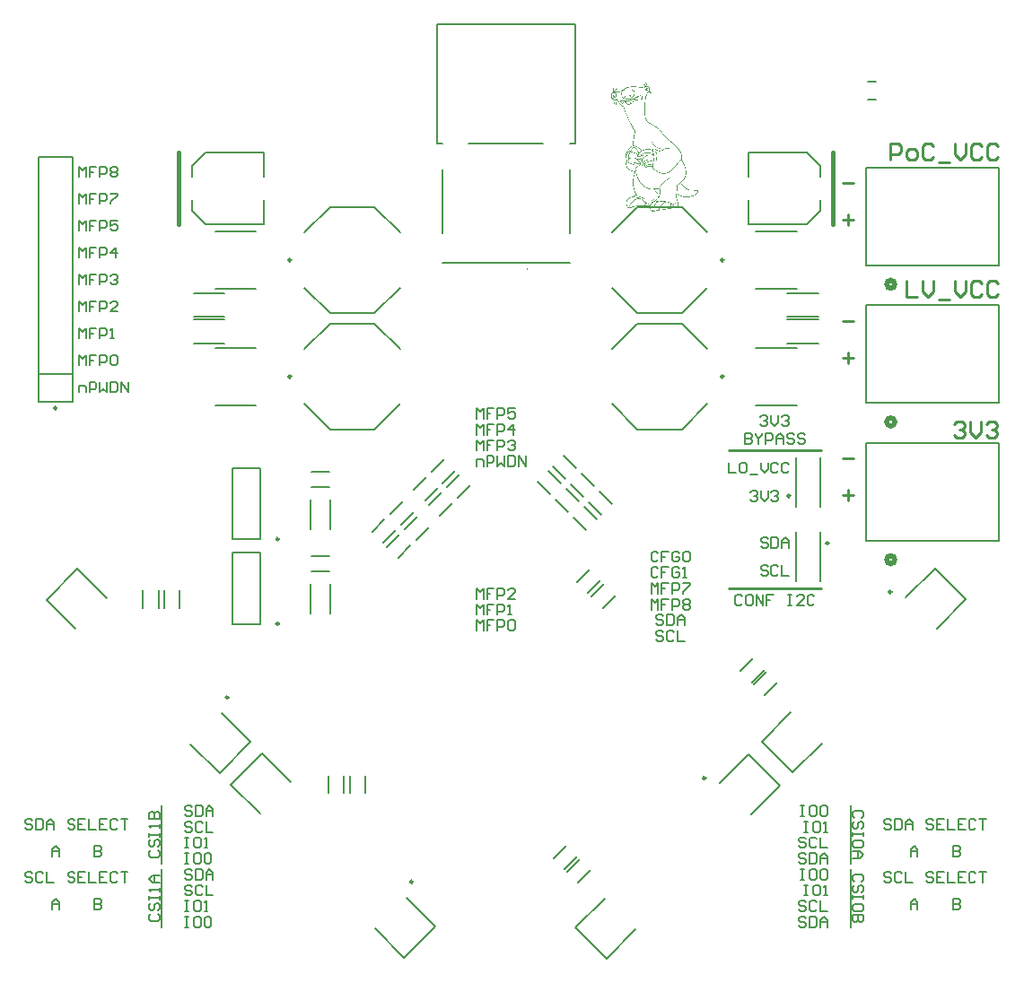
<source format=gto>
G04*
G04 #@! TF.GenerationSoftware,Altium Limited,Altium Designer,24.4.1 (13)*
G04*
G04 Layer_Color=65535*
%FSLAX44Y44*%
%MOMM*%
G71*
G04*
G04 #@! TF.SameCoordinates,A59C2C85-A93C-4369-95B1-CFFD4854EA8D*
G04*
G04*
G04 #@! TF.FilePolarity,Positive*
G04*
G01*
G75*
%ADD10C,0.1000*%
%ADD11C,0.2500*%
%ADD12C,0.5080*%
%ADD13C,0.2000*%
%ADD14C,0.1500*%
%ADD15C,0.2540*%
%ADD16C,0.1524*%
%ADD17C,0.4000*%
G36*
X605930Y867760D02*
X606058D01*
Y867631D01*
X606316D01*
Y867503D01*
X606445D01*
Y867374D01*
X606702D01*
Y867245D01*
X606831D01*
Y867116D01*
X606959D01*
Y866988D01*
X607088D01*
Y866859D01*
X607217D01*
Y866730D01*
X607346D01*
Y866601D01*
X607474D01*
Y866473D01*
X607603D01*
Y866215D01*
X607732D01*
Y866087D01*
X607860D01*
Y865829D01*
X607989D01*
Y865701D01*
X608118D01*
Y865443D01*
X608247D01*
Y864928D01*
X608375D01*
Y864413D01*
X608504D01*
Y864285D01*
X608761D01*
Y864156D01*
X609019D01*
Y864027D01*
X609148D01*
Y863898D01*
X609277D01*
Y863770D01*
X609405D01*
Y863641D01*
X609663D01*
Y863512D01*
X609791D01*
Y863383D01*
X609920D01*
Y863255D01*
X610049D01*
Y863126D01*
X610177D01*
Y862868D01*
X610306D01*
Y862740D01*
X610435D01*
Y862482D01*
X610564D01*
Y861967D01*
X610692D01*
Y860551D01*
X610564D01*
Y859779D01*
X610435D01*
Y859393D01*
X610692D01*
Y859264D01*
X611079D01*
Y859135D01*
X611207D01*
Y859007D01*
X611465D01*
Y858878D01*
X611594D01*
Y858621D01*
X611722D01*
Y858492D01*
X611851D01*
Y858234D01*
X611980D01*
Y857848D01*
X612108D01*
Y857205D01*
X611851D01*
Y857333D01*
X611722D01*
Y857591D01*
X611594D01*
Y857848D01*
X611465D01*
Y857977D01*
X611336D01*
Y858234D01*
X611207D01*
Y858363D01*
X611079D01*
Y858492D01*
X610950D01*
Y858621D01*
X610821D01*
Y858749D01*
X610692D01*
Y858878D01*
X610564D01*
Y859007D01*
X610435D01*
Y859135D01*
X610177D01*
Y859007D01*
X610049D01*
Y858878D01*
X609920D01*
Y858749D01*
X609791D01*
Y858492D01*
X609663D01*
Y858363D01*
X609534D01*
Y858234D01*
X609405D01*
Y858106D01*
X609277D01*
Y857848D01*
X609148D01*
Y857719D01*
X609019D01*
Y857591D01*
X608890D01*
Y857333D01*
X608761D01*
Y857205D01*
X608633D01*
Y856947D01*
X608504D01*
Y856818D01*
X608375D01*
Y856561D01*
X608247D01*
Y856303D01*
X608118D01*
Y856046D01*
X607989D01*
Y855660D01*
X607860D01*
Y855402D01*
X607732D01*
Y855016D01*
X607603D01*
Y854501D01*
X607474D01*
Y853986D01*
X607346D01*
Y853472D01*
X607217D01*
Y852957D01*
X607088D01*
Y852313D01*
X606959D01*
Y851541D01*
X606831D01*
Y850768D01*
X606702D01*
Y849867D01*
X606573D01*
Y848580D01*
X606445D01*
Y846263D01*
X606316D01*
Y838024D01*
X606445D01*
Y836866D01*
X606573D01*
Y835965D01*
X606702D01*
Y835192D01*
X606831D01*
Y834549D01*
X606959D01*
Y834034D01*
X607088D01*
Y833648D01*
X607217D01*
Y833261D01*
X607346D01*
Y832875D01*
X607474D01*
Y832618D01*
X607603D01*
Y832360D01*
X607732D01*
Y832103D01*
X607860D01*
Y831845D01*
X607989D01*
Y831717D01*
X608118D01*
Y831459D01*
X608247D01*
Y831331D01*
X608375D01*
Y831202D01*
X608504D01*
Y831073D01*
X608633D01*
Y830816D01*
X608761D01*
Y830687D01*
X608890D01*
Y830558D01*
X609019D01*
Y830430D01*
X609148D01*
Y830301D01*
X609277D01*
Y830172D01*
X609534D01*
Y830043D01*
X609663D01*
Y829915D01*
X609791D01*
Y829786D01*
X609920D01*
Y829657D01*
X610177D01*
Y829528D01*
X610306D01*
Y829400D01*
X610564D01*
Y829271D01*
X610692D01*
Y829142D01*
X610950D01*
Y829014D01*
X611079D01*
Y828885D01*
X611336D01*
Y828756D01*
X611594D01*
Y828627D01*
X611851D01*
Y828499D01*
X611980D01*
Y828370D01*
X612237D01*
Y828241D01*
X612495D01*
Y828112D01*
X612752D01*
Y827984D01*
X613009D01*
Y827855D01*
X613267D01*
Y827726D01*
X613396D01*
Y827598D01*
X613653D01*
Y827469D01*
X613911D01*
Y827340D01*
X614168D01*
Y827211D01*
X614426D01*
Y827083D01*
X614683D01*
Y826954D01*
X614940D01*
Y826825D01*
X615198D01*
Y826696D01*
X615327D01*
Y826568D01*
X615584D01*
Y826439D01*
X615841D01*
Y826310D01*
X616099D01*
Y826181D01*
X616356D01*
Y826053D01*
X616614D01*
Y825924D01*
X616871D01*
Y825795D01*
X617000D01*
Y825667D01*
X617257D01*
Y825538D01*
X617515D01*
Y825409D01*
X617772D01*
Y825280D01*
X617901D01*
Y825152D01*
X618159D01*
Y825023D01*
X618287D01*
Y824894D01*
X618416D01*
Y824766D01*
X618674D01*
Y824637D01*
X618802D01*
Y824508D01*
X618931D01*
Y824379D01*
X619060D01*
Y824251D01*
X619188D01*
Y824122D01*
X619317D01*
Y823993D01*
X619446D01*
Y823865D01*
X619575D01*
Y823736D01*
X619703D01*
Y823607D01*
X619832D01*
Y823478D01*
X619961D01*
Y823350D01*
X620089D01*
Y823221D01*
X620218D01*
Y823092D01*
X620347D01*
Y822835D01*
X620476D01*
Y822706D01*
X620604D01*
Y822577D01*
X620733D01*
Y822449D01*
X620862D01*
Y822320D01*
X620990D01*
Y822191D01*
X621119D01*
Y821934D01*
X621248D01*
Y821805D01*
X621377D01*
Y821676D01*
X621505D01*
Y821419D01*
X621634D01*
Y821290D01*
X621763D01*
Y821161D01*
X621892D01*
Y820904D01*
X622020D01*
Y820775D01*
X622149D01*
Y820646D01*
X622278D01*
Y820389D01*
X622407D01*
Y820260D01*
X622535D01*
Y820131D01*
X622664D01*
Y820003D01*
X622793D01*
Y819745D01*
X622921D01*
Y819616D01*
X623050D01*
Y819488D01*
X623179D01*
Y819359D01*
X623308D01*
Y819230D01*
X623436D01*
Y819102D01*
X623565D01*
Y818973D01*
X623694D01*
Y818715D01*
X623823D01*
Y818587D01*
X623951D01*
Y818458D01*
X624080D01*
Y818329D01*
X624209D01*
Y818201D01*
X624337D01*
Y818072D01*
X624466D01*
Y817943D01*
X624595D01*
Y817814D01*
X624724D01*
Y817686D01*
X624852D01*
Y817557D01*
X624981D01*
Y817428D01*
X625110D01*
Y817299D01*
X625238D01*
Y817171D01*
X625367D01*
Y817042D01*
X625496D01*
Y816913D01*
X625625D01*
Y816785D01*
X625753D01*
Y816656D01*
X625882D01*
Y816527D01*
X626011D01*
Y816398D01*
X626140D01*
Y816270D01*
X626268D01*
Y816141D01*
X626397D01*
Y816012D01*
X626526D01*
Y815883D01*
X626655D01*
Y815755D01*
X626783D01*
Y815626D01*
X626912D01*
Y815497D01*
X627041D01*
Y815368D01*
X627169D01*
Y815240D01*
X627298D01*
Y815111D01*
X627427D01*
Y814982D01*
X627556D01*
Y814854D01*
X627684D01*
Y814725D01*
X627813D01*
Y814596D01*
X627942D01*
Y814467D01*
X628070D01*
Y814339D01*
X628199D01*
Y814210D01*
X628328D01*
Y814081D01*
X628457D01*
Y813953D01*
X628585D01*
Y813824D01*
X628714D01*
Y813695D01*
X628843D01*
Y813566D01*
X628971D01*
Y813438D01*
X629100D01*
Y813309D01*
X629229D01*
Y813180D01*
X629358D01*
Y813052D01*
X629487D01*
Y812923D01*
X629615D01*
Y812794D01*
X629744D01*
Y812665D01*
X629873D01*
Y812537D01*
X630130D01*
Y812408D01*
X630259D01*
Y812279D01*
X630387D01*
Y812150D01*
X630516D01*
Y812022D01*
X630645D01*
Y811893D01*
X630774D01*
Y811764D01*
X630902D01*
Y811636D01*
X631031D01*
Y811507D01*
X631160D01*
Y811378D01*
X631289D01*
Y811249D01*
X631417D01*
Y811121D01*
X631546D01*
Y810992D01*
X631675D01*
Y810863D01*
X631804D01*
Y810734D01*
X631932D01*
Y810606D01*
X632061D01*
Y810477D01*
X632190D01*
Y810348D01*
X632318D01*
Y810219D01*
X632447D01*
Y810091D01*
X632576D01*
Y809962D01*
X632705D01*
Y809833D01*
X632833D01*
Y809705D01*
X632962D01*
Y809576D01*
X633219D01*
Y809447D01*
X633348D01*
Y809318D01*
X633477D01*
Y809190D01*
X633606D01*
Y809061D01*
X633734D01*
Y808932D01*
X633863D01*
Y808803D01*
X633992D01*
Y808675D01*
X634121D01*
Y808546D01*
X634249D01*
Y808417D01*
X634378D01*
Y808289D01*
X634507D01*
Y808160D01*
X634636D01*
Y808031D01*
X634764D01*
Y807902D01*
X634893D01*
Y807774D01*
X635022D01*
Y807645D01*
X635150D01*
Y807516D01*
X635279D01*
Y807387D01*
X635408D01*
Y807259D01*
X635537D01*
Y807130D01*
X635665D01*
Y807001D01*
X635794D01*
Y806873D01*
X635923D01*
Y806744D01*
X636051D01*
Y806615D01*
X636180D01*
Y806486D01*
X636309D01*
Y806358D01*
X636438D01*
Y806229D01*
X636566D01*
Y806100D01*
X636695D01*
Y805972D01*
X636824D01*
Y805843D01*
X636953D01*
Y805714D01*
X637081D01*
Y805585D01*
X637210D01*
Y805457D01*
X637339D01*
Y805328D01*
X637467D01*
Y805199D01*
X637596D01*
Y804942D01*
X637725D01*
Y804813D01*
X637854D01*
Y804684D01*
X637982D01*
Y804556D01*
X638111D01*
Y804427D01*
X638240D01*
Y804298D01*
X638368D01*
Y804169D01*
X638497D01*
Y803912D01*
X638626D01*
Y803783D01*
X638755D01*
Y803654D01*
X638884D01*
Y803526D01*
X639012D01*
Y803268D01*
X639141D01*
Y803140D01*
X639270D01*
Y802882D01*
X639398D01*
Y802753D01*
X639527D01*
Y802496D01*
X639656D01*
Y802367D01*
X639785D01*
Y802110D01*
X639913D01*
Y801852D01*
X640042D01*
Y801595D01*
X640171D01*
Y801337D01*
X640300D01*
Y801080D01*
X640428D01*
Y800694D01*
X640557D01*
Y800436D01*
X640686D01*
Y800050D01*
X640814D01*
Y799535D01*
X640943D01*
Y799020D01*
X641072D01*
Y798248D01*
X641200D01*
Y795931D01*
X641072D01*
Y795416D01*
X640943D01*
Y795030D01*
X640814D01*
Y794515D01*
X640943D01*
Y794258D01*
X641072D01*
Y794000D01*
X641200D01*
Y793871D01*
X641329D01*
Y793614D01*
X641458D01*
Y793485D01*
X641587D01*
Y793228D01*
X641715D01*
Y792970D01*
X641844D01*
Y792841D01*
X641973D01*
Y792584D01*
X642102D01*
Y792327D01*
X642230D01*
Y792069D01*
X642359D01*
Y791812D01*
X642488D01*
Y791554D01*
X642617D01*
Y791297D01*
X642745D01*
Y791039D01*
X642874D01*
Y790782D01*
X643003D01*
Y790524D01*
X643131D01*
Y790267D01*
X643260D01*
Y790010D01*
X643389D01*
Y789623D01*
X643518D01*
Y789366D01*
X643646D01*
Y789108D01*
X643775D01*
Y788722D01*
X643904D01*
Y788336D01*
X644033D01*
Y788079D01*
X644161D01*
Y787692D01*
X644290D01*
Y787178D01*
X644419D01*
Y786791D01*
X644547D01*
Y786276D01*
X644676D01*
Y785761D01*
X644805D01*
Y785118D01*
X644934D01*
Y784346D01*
X645062D01*
Y782801D01*
X645191D01*
Y781642D01*
X645062D01*
Y780355D01*
X644934D01*
Y779711D01*
X644805D01*
Y779325D01*
X644676D01*
Y778939D01*
X644547D01*
Y778682D01*
X644419D01*
Y778424D01*
X644290D01*
Y778167D01*
X644161D01*
Y777781D01*
X644033D01*
Y777652D01*
X643904D01*
Y777394D01*
X643775D01*
Y777137D01*
X643646D01*
Y776879D01*
X643518D01*
Y776751D01*
X643389D01*
Y776493D01*
X643260D01*
Y776365D01*
X643131D01*
Y776107D01*
X643003D01*
Y775978D01*
X642874D01*
Y775721D01*
X642745D01*
Y775592D01*
X642617D01*
Y775463D01*
X642488D01*
Y775335D01*
X642359D01*
Y775077D01*
X642230D01*
Y774949D01*
X642102D01*
Y774820D01*
X641973D01*
Y774691D01*
X641844D01*
Y774434D01*
X641715D01*
Y774305D01*
X641587D01*
Y774176D01*
X641458D01*
Y774047D01*
X641329D01*
Y773919D01*
X641200D01*
Y773790D01*
X641072D01*
Y773661D01*
X640943D01*
Y773533D01*
X640814D01*
Y773275D01*
X640686D01*
Y773146D01*
X640557D01*
Y773018D01*
X640428D01*
Y772503D01*
X640557D01*
Y772245D01*
X640686D01*
Y772117D01*
X640814D01*
Y771859D01*
X640943D01*
Y771730D01*
X641072D01*
Y771602D01*
X641200D01*
Y771473D01*
X641329D01*
Y771216D01*
X641458D01*
Y771087D01*
X641587D01*
Y770958D01*
X641715D01*
Y770829D01*
X641844D01*
Y770701D01*
X641973D01*
Y770572D01*
X642102D01*
Y770443D01*
X642230D01*
Y770314D01*
X642359D01*
Y770186D01*
X642488D01*
Y770057D01*
X642617D01*
Y769799D01*
X642745D01*
Y769671D01*
X642874D01*
Y769542D01*
X643003D01*
Y769413D01*
X643131D01*
Y769285D01*
X643260D01*
Y769156D01*
X643389D01*
Y769027D01*
X643518D01*
Y768898D01*
X643646D01*
Y768770D01*
X643775D01*
Y768641D01*
X643904D01*
Y768512D01*
X644161D01*
Y768383D01*
X644290D01*
Y768255D01*
X644419D01*
Y768126D01*
X644547D01*
Y767997D01*
X644676D01*
Y767869D01*
X644934D01*
Y767740D01*
X645062D01*
Y767611D01*
X645191D01*
Y767483D01*
X645449D01*
Y767354D01*
X645577D01*
Y767225D01*
X645835D01*
Y767096D01*
X645963D01*
Y766967D01*
X646221D01*
Y766839D01*
X646478D01*
Y766710D01*
X646864D01*
Y766581D01*
X647122D01*
Y766453D01*
X647508D01*
Y766324D01*
X648023D01*
Y766195D01*
X649439D01*
Y766067D01*
X651885D01*
Y765938D01*
X654459D01*
Y765809D01*
X655489D01*
Y765680D01*
X655747D01*
Y765552D01*
X656004D01*
Y765423D01*
X656133D01*
Y765165D01*
X656262D01*
Y764650D01*
X656390D01*
Y764136D01*
X656262D01*
Y763492D01*
X656133D01*
Y763234D01*
X656004D01*
Y763106D01*
X655875D01*
Y762848D01*
X655747D01*
Y762720D01*
X655618D01*
Y762591D01*
X655489D01*
Y762462D01*
X655360D01*
Y762333D01*
X655232D01*
Y762205D01*
X655103D01*
Y762076D01*
X654974D01*
Y761947D01*
X654846D01*
Y761818D01*
X654717D01*
Y761690D01*
X654588D01*
Y761561D01*
X654459D01*
Y761432D01*
X654202D01*
Y761304D01*
X654073D01*
Y761175D01*
X653816D01*
Y761046D01*
X653558D01*
Y760917D01*
X653172D01*
Y760789D01*
X652786D01*
Y760660D01*
X652400D01*
Y760531D01*
X652142D01*
Y760403D01*
X651756D01*
Y760274D01*
X651241D01*
Y760145D01*
X650855D01*
Y760016D01*
X650340D01*
Y759888D01*
X649825D01*
Y759759D01*
X649310D01*
Y759630D01*
X648667D01*
Y759501D01*
X648152D01*
Y759373D01*
X647508D01*
Y759244D01*
X646478D01*
Y759115D01*
X644676D01*
Y759244D01*
X643646D01*
Y759373D01*
X642874D01*
Y759501D01*
X642230D01*
Y759630D01*
X641587D01*
Y759759D01*
X641072D01*
Y759888D01*
X640686D01*
Y760016D01*
X640300D01*
Y760145D01*
X639913D01*
Y760274D01*
X639527D01*
Y760403D01*
X639270D01*
Y760531D01*
X639012D01*
Y760660D01*
X638755D01*
Y760789D01*
X638497D01*
Y760917D01*
X638240D01*
Y761046D01*
X637982D01*
Y761175D01*
X637725D01*
Y761304D01*
X637596D01*
Y761432D01*
X637339D01*
Y761561D01*
X637210D01*
Y761690D01*
X636953D01*
Y761818D01*
X636695D01*
Y761947D01*
X636566D01*
Y762076D01*
X636180D01*
Y761947D01*
X636051D01*
Y761432D01*
X635923D01*
Y760917D01*
X635794D01*
Y760274D01*
X635665D01*
Y759888D01*
X635794D01*
Y759501D01*
X635923D01*
Y759115D01*
X636051D01*
Y758729D01*
X636180D01*
Y758343D01*
X636309D01*
Y757828D01*
X636438D01*
Y757442D01*
X636566D01*
Y757056D01*
X636695D01*
Y756669D01*
X636824D01*
Y756283D01*
X636953D01*
Y755768D01*
X637081D01*
Y755254D01*
X637210D01*
Y754738D01*
X637339D01*
Y753838D01*
X637467D01*
Y751392D01*
X637339D01*
Y750877D01*
X637210D01*
Y750619D01*
X637081D01*
Y750491D01*
X636953D01*
Y750362D01*
X636824D01*
Y750104D01*
X636695D01*
Y749976D01*
X636566D01*
Y749847D01*
X636309D01*
Y749718D01*
X636180D01*
Y749589D01*
X635923D01*
Y749461D01*
X635665D01*
Y749332D01*
X635408D01*
Y749203D01*
X635022D01*
Y749075D01*
X634636D01*
Y748946D01*
X633992D01*
Y748817D01*
X633348D01*
Y748688D01*
X632190D01*
Y748560D01*
X630902D01*
Y748431D01*
X629615D01*
Y748302D01*
X628585D01*
Y748174D01*
X627942D01*
Y748045D01*
X627427D01*
Y747916D01*
X626783D01*
Y747787D01*
X626268D01*
Y747659D01*
X625625D01*
Y747530D01*
X624724D01*
Y747401D01*
X623823D01*
Y747272D01*
X622921D01*
Y747144D01*
X621892D01*
Y747015D01*
X620862D01*
Y746886D01*
X620089D01*
Y746758D01*
X619188D01*
Y746629D01*
X618287D01*
Y746500D01*
X617644D01*
Y746371D01*
X617000D01*
Y746243D01*
X616485D01*
Y746114D01*
X615970D01*
Y745985D01*
X615327D01*
Y745856D01*
X614812D01*
Y745728D01*
X614297D01*
Y745599D01*
X613782D01*
Y745470D01*
X613396D01*
Y745599D01*
X613138D01*
Y745728D01*
X612881D01*
Y745856D01*
X612752D01*
Y745985D01*
X612495D01*
Y746114D01*
X612366D01*
Y746243D01*
X612237D01*
Y746371D01*
X612108D01*
Y746500D01*
X611980D01*
Y746758D01*
X611851D01*
Y746886D01*
X611722D01*
Y747015D01*
X611594D01*
Y747272D01*
X611465D01*
Y747530D01*
X611336D01*
Y747787D01*
X611207D01*
Y748045D01*
X611079D01*
Y748431D01*
X610950D01*
Y748817D01*
X610821D01*
Y750104D01*
X610692D01*
Y750748D01*
X610049D01*
Y750619D01*
X606959D01*
Y750748D01*
X606316D01*
Y750877D01*
X605801D01*
Y751005D01*
X600780D01*
Y750877D01*
X599751D01*
Y750748D01*
X598850D01*
Y750619D01*
X598077D01*
Y750491D01*
X597305D01*
Y750362D01*
X596661D01*
Y750233D01*
X596146D01*
Y750104D01*
X595631D01*
Y749976D01*
X595117D01*
Y749847D01*
X594602D01*
Y749718D01*
X594087D01*
Y749589D01*
X593701D01*
Y749461D01*
X593314D01*
Y749332D01*
X592928D01*
Y749203D01*
X592542D01*
Y749075D01*
X592156D01*
Y748946D01*
X591770D01*
Y748817D01*
X591384D01*
Y748688D01*
X590997D01*
Y748560D01*
X590482D01*
Y748688D01*
X590354D01*
Y748817D01*
X590225D01*
Y748946D01*
X590096D01*
Y749075D01*
X589968D01*
Y749203D01*
X589839D01*
Y749332D01*
X589710D01*
Y749589D01*
X589581D01*
Y749718D01*
X589453D01*
Y749976D01*
X589324D01*
Y750233D01*
X589195D01*
Y750491D01*
X589067D01*
Y750619D01*
X588938D01*
Y751005D01*
X588809D01*
Y751263D01*
X588680D01*
Y751649D01*
X588552D01*
Y752164D01*
X588423D01*
Y752936D01*
X588294D01*
Y754095D01*
X588423D01*
Y754867D01*
X588552D01*
Y755382D01*
X588680D01*
Y755768D01*
X588809D01*
Y756154D01*
X588938D01*
Y756412D01*
X589067D01*
Y756669D01*
X589195D01*
Y756798D01*
X589324D01*
Y757056D01*
X589453D01*
Y757184D01*
X589581D01*
Y757313D01*
X589710D01*
Y757570D01*
X589839D01*
Y757699D01*
X589968D01*
Y757828D01*
X590096D01*
Y757957D01*
X590354D01*
Y758085D01*
X590482D01*
Y758214D01*
X590611D01*
Y758343D01*
X590869D01*
Y758472D01*
X591126D01*
Y758600D01*
X591255D01*
Y758729D01*
X591512D01*
Y758858D01*
X591898D01*
Y758987D01*
X592156D01*
Y759115D01*
X592542D01*
Y759244D01*
X592928D01*
Y759373D01*
X593314D01*
Y759501D01*
X593958D01*
Y759630D01*
X594602D01*
Y759759D01*
X595117D01*
Y759888D01*
X595374D01*
Y760016D01*
X595503D01*
Y760145D01*
X595631D01*
Y760274D01*
X595760D01*
Y760403D01*
X596018D01*
Y760531D01*
X596146D01*
Y760660D01*
X596275D01*
Y760789D01*
X596404D01*
Y760917D01*
X596661D01*
Y761046D01*
X596919D01*
Y761175D01*
X597176D01*
Y761304D01*
X597562D01*
Y761432D01*
X597691D01*
Y761690D01*
X597562D01*
Y761947D01*
X597434D01*
Y762205D01*
X597305D01*
Y762462D01*
X597176D01*
Y762720D01*
X597048D01*
Y762977D01*
X596919D01*
Y763234D01*
X596790D01*
Y763492D01*
X596661D01*
Y763749D01*
X596533D01*
Y764136D01*
X596404D01*
Y764393D01*
X596275D01*
Y764779D01*
X596146D01*
Y765165D01*
X596018D01*
Y765552D01*
X595889D01*
Y765938D01*
X595760D01*
Y766453D01*
X595631D01*
Y766839D01*
X595503D01*
Y767354D01*
X595374D01*
Y767869D01*
X595245D01*
Y768383D01*
X595117D01*
Y768898D01*
X594988D01*
Y769542D01*
X594859D01*
Y773146D01*
X594730D01*
Y774434D01*
X594859D01*
Y776365D01*
X594988D01*
Y777137D01*
X595117D01*
Y777909D01*
X595245D01*
Y778553D01*
X595374D01*
Y779068D01*
X595503D01*
Y779583D01*
X595631D01*
Y780098D01*
X595760D01*
Y780484D01*
X595889D01*
Y780999D01*
X596018D01*
Y781385D01*
X596146D01*
Y781771D01*
X596275D01*
Y782157D01*
X596404D01*
Y782672D01*
X596533D01*
Y783058D01*
X596146D01*
Y783187D01*
X595374D01*
Y783316D01*
X594730D01*
Y783445D01*
X594087D01*
Y783573D01*
X593572D01*
Y783702D01*
X593186D01*
Y783831D01*
X592799D01*
Y783959D01*
X592542D01*
Y784088D01*
X592285D01*
Y784217D01*
X592027D01*
Y784346D01*
X591770D01*
Y784474D01*
X591512D01*
Y784603D01*
X591384D01*
Y784732D01*
X591126D01*
Y784861D01*
X590997D01*
Y784989D01*
X590869D01*
Y785118D01*
X590740D01*
Y785247D01*
X590611D01*
Y785375D01*
X590482D01*
Y785504D01*
X590354D01*
Y785633D01*
X590225D01*
Y785761D01*
X590096D01*
Y785890D01*
X589968D01*
Y786019D01*
X589839D01*
Y786276D01*
X589710D01*
Y786405D01*
X589581D01*
Y786534D01*
X589453D01*
Y786791D01*
X589324D01*
Y787049D01*
X589195D01*
Y787178D01*
X589067D01*
Y787435D01*
X588938D01*
Y787692D01*
X588809D01*
Y788079D01*
X588680D01*
Y788336D01*
X588552D01*
Y788594D01*
X588423D01*
Y788980D01*
X588294D01*
Y789366D01*
X588165D01*
Y789752D01*
X588037D01*
Y790267D01*
X587908D01*
Y791039D01*
X587779D01*
Y791940D01*
X587650D01*
Y797476D01*
X587779D01*
Y798505D01*
X587908D01*
Y799149D01*
X588037D01*
Y799793D01*
X588165D01*
Y800179D01*
X588294D01*
Y800565D01*
X588423D01*
Y800951D01*
X588552D01*
Y801209D01*
X588680D01*
Y801595D01*
X588809D01*
Y801852D01*
X588938D01*
Y802110D01*
X589067D01*
Y802367D01*
X589195D01*
Y802496D01*
X589324D01*
Y802753D01*
X589453D01*
Y803011D01*
X589581D01*
Y803140D01*
X589710D01*
Y803397D01*
X589839D01*
Y803526D01*
X589968D01*
Y803783D01*
X590096D01*
Y803912D01*
X590225D01*
Y804041D01*
X590354D01*
Y804298D01*
X590482D01*
Y804427D01*
X590611D01*
Y804556D01*
X590740D01*
Y804684D01*
X590869D01*
Y804813D01*
X590997D01*
Y804942D01*
X591126D01*
Y805199D01*
X591255D01*
Y805328D01*
X591384D01*
Y805457D01*
X591512D01*
Y805585D01*
X591641D01*
Y805714D01*
X591770D01*
Y805843D01*
X591898D01*
Y805972D01*
X592027D01*
Y806100D01*
X592156D01*
Y806229D01*
X592413D01*
Y806358D01*
X592542D01*
Y806486D01*
X592671D01*
Y806615D01*
X592799D01*
Y806744D01*
X592928D01*
Y806873D01*
X593057D01*
Y807001D01*
X593314D01*
Y807130D01*
X593443D01*
Y807259D01*
X593572D01*
Y807387D01*
X593701D01*
Y807516D01*
X593958D01*
Y807645D01*
X594087D01*
Y807774D01*
X594216D01*
Y807902D01*
X594473D01*
Y808031D01*
X594602D01*
Y808160D01*
X594730D01*
Y808417D01*
X594859D01*
Y810091D01*
X594988D01*
Y812537D01*
X595117D01*
Y813824D01*
X595245D01*
Y814982D01*
X595374D01*
Y815883D01*
X595503D01*
Y816785D01*
X595631D01*
Y817428D01*
X595760D01*
Y818201D01*
X595889D01*
Y818844D01*
X596018D01*
Y819359D01*
X596146D01*
Y819874D01*
X596275D01*
Y820518D01*
X596404D01*
Y821161D01*
X596533D01*
Y821290D01*
X596404D01*
Y821676D01*
X596275D01*
Y821934D01*
X596146D01*
Y822062D01*
X596018D01*
Y822320D01*
X595889D01*
Y822577D01*
X595760D01*
Y822706D01*
X595631D01*
Y822963D01*
X595503D01*
Y823092D01*
X595374D01*
Y823350D01*
X595245D01*
Y823478D01*
X595117D01*
Y823736D01*
X594988D01*
Y823993D01*
X594859D01*
Y824122D01*
X594730D01*
Y824379D01*
X594602D01*
Y824637D01*
X594473D01*
Y824766D01*
X594344D01*
Y825023D01*
X594216D01*
Y825280D01*
X594087D01*
Y825409D01*
X593958D01*
Y825667D01*
X593829D01*
Y825924D01*
X593701D01*
Y826181D01*
X593572D01*
Y826439D01*
X593443D01*
Y826696D01*
X593314D01*
Y826825D01*
X593186D01*
Y827083D01*
X593057D01*
Y827340D01*
X592928D01*
Y827598D01*
X592799D01*
Y827855D01*
X592671D01*
Y828112D01*
X592542D01*
Y828370D01*
X592413D01*
Y828627D01*
X592285D01*
Y828885D01*
X592156D01*
Y829142D01*
X592027D01*
Y829400D01*
X591898D01*
Y829657D01*
X591770D01*
Y829915D01*
X591641D01*
Y830172D01*
X591512D01*
Y830430D01*
X591384D01*
Y830687D01*
X591255D01*
Y830944D01*
X591126D01*
Y831202D01*
X590997D01*
Y831459D01*
X590869D01*
Y831845D01*
X590740D01*
Y832103D01*
X590611D01*
Y832360D01*
X590482D01*
Y832618D01*
X590354D01*
Y832875D01*
X590225D01*
Y833133D01*
X590096D01*
Y833390D01*
X589968D01*
Y833776D01*
X589839D01*
Y834034D01*
X589710D01*
Y834291D01*
X589581D01*
Y834549D01*
X589453D01*
Y834935D01*
X589324D01*
Y835192D01*
X589195D01*
Y835450D01*
X589067D01*
Y835836D01*
X588938D01*
Y836094D01*
X588809D01*
Y836351D01*
X588680D01*
Y836608D01*
X588552D01*
Y836994D01*
X588423D01*
Y837252D01*
X588294D01*
Y837638D01*
X588165D01*
Y837896D01*
X588037D01*
Y838153D01*
X587908D01*
Y838539D01*
X587779D01*
Y838797D01*
X587650D01*
Y839183D01*
X587522D01*
Y839440D01*
X587393D01*
Y839827D01*
X587264D01*
Y840084D01*
X587136D01*
Y840470D01*
X587007D01*
Y840856D01*
X586878D01*
Y841114D01*
X586749D01*
Y841500D01*
X586621D01*
Y841886D01*
X586492D01*
Y842144D01*
X586363D01*
Y842530D01*
X586235D01*
Y842787D01*
X586106D01*
Y843173D01*
X585977D01*
Y843560D01*
X585848D01*
Y843946D01*
X585720D01*
Y844203D01*
X585591D01*
Y844332D01*
X585462D01*
Y844461D01*
X585333D01*
Y844589D01*
X585205D01*
Y844718D01*
X585076D01*
Y844847D01*
X584947D01*
Y844976D01*
X584690D01*
Y845104D01*
X584561D01*
Y845233D01*
X584432D01*
Y845362D01*
X584175D01*
Y845490D01*
X584046D01*
Y845619D01*
X583917D01*
Y845748D01*
X583660D01*
Y845877D01*
X583531D01*
Y846005D01*
X583402D01*
Y846134D01*
X583274D01*
Y846263D01*
X583145D01*
Y846392D01*
X583016D01*
Y846520D01*
X582888D01*
Y846649D01*
X582759D01*
Y846778D01*
X582630D01*
Y846906D01*
X582501D01*
Y847035D01*
X582373D01*
Y847164D01*
X582244D01*
Y847421D01*
X582115D01*
Y847550D01*
X581987D01*
Y847807D01*
X581858D01*
Y847936D01*
X581729D01*
Y848065D01*
X581600D01*
Y848322D01*
X581472D01*
Y848451D01*
X581343D01*
Y848709D01*
X581214D01*
Y848837D01*
X581085D01*
Y848966D01*
X580957D01*
Y849095D01*
X580828D01*
Y849223D01*
X580699D01*
Y849481D01*
X580570D01*
Y849610D01*
X580442D01*
Y849738D01*
X580313D01*
Y849867D01*
X580184D01*
Y849996D01*
X580056D01*
Y850125D01*
X579927D01*
Y850253D01*
X579798D01*
Y850382D01*
X579669D01*
Y850511D01*
X579541D01*
Y850639D01*
X579412D01*
Y850768D01*
X579155D01*
Y850639D01*
X579026D01*
Y850382D01*
X578897D01*
Y848451D01*
X579026D01*
Y846906D01*
X579155D01*
Y846263D01*
X579026D01*
Y846392D01*
X578897D01*
Y846649D01*
X578768D01*
Y846906D01*
X578640D01*
Y847293D01*
X578511D01*
Y847936D01*
X578382D01*
Y849352D01*
X578511D01*
Y850382D01*
X578640D01*
Y850511D01*
X577867D01*
Y849610D01*
X577739D01*
Y849095D01*
X577610D01*
Y848580D01*
X577481D01*
Y848065D01*
X577352D01*
Y847679D01*
X577224D01*
Y847421D01*
X577095D01*
Y847550D01*
X576966D01*
Y848194D01*
X577095D01*
Y848966D01*
X577224D01*
Y849481D01*
X577352D01*
Y849996D01*
X577481D01*
Y850511D01*
X577352D01*
Y850639D01*
X577224D01*
Y850768D01*
X576838D01*
Y850897D01*
X576323D01*
Y851026D01*
X576065D01*
Y851154D01*
X575808D01*
Y851283D01*
X575679D01*
Y851412D01*
X575550D01*
Y851541D01*
X575421D01*
Y851669D01*
X575293D01*
Y851798D01*
X575164D01*
Y851927D01*
X575035D01*
Y852056D01*
X574907D01*
Y852313D01*
X574778D01*
Y852442D01*
X574649D01*
Y852699D01*
X574520D01*
Y852957D01*
X574392D01*
Y853343D01*
X574263D01*
Y853729D01*
X574134D01*
Y854630D01*
X574006D01*
Y855531D01*
X574134D01*
Y856175D01*
X574263D01*
Y856561D01*
X574392D01*
Y856947D01*
X574520D01*
Y857205D01*
X574649D01*
Y857462D01*
X574778D01*
Y857591D01*
X574907D01*
Y857848D01*
X575035D01*
Y857977D01*
X575164D01*
Y858106D01*
X575293D01*
Y858234D01*
X575421D01*
Y858492D01*
X575550D01*
Y858621D01*
X575808D01*
Y858749D01*
X575936D01*
Y858878D01*
X576065D01*
Y859007D01*
X576194D01*
Y859393D01*
X576065D01*
Y860165D01*
X575936D01*
Y861452D01*
X576065D01*
Y861710D01*
X576194D01*
Y861967D01*
X576323D01*
Y862096D01*
X576451D01*
Y862225D01*
X576580D01*
Y862354D01*
X576709D01*
Y862482D01*
X576838D01*
Y862611D01*
X577095D01*
Y862740D01*
X577224D01*
Y862868D01*
X577481D01*
Y862997D01*
X577867D01*
Y863126D01*
X577996D01*
Y862868D01*
X577867D01*
Y862740D01*
X577739D01*
Y862611D01*
X577610D01*
Y862482D01*
X577481D01*
Y862354D01*
X577352D01*
Y862225D01*
X577224D01*
Y862096D01*
X577095D01*
Y861967D01*
X576966D01*
Y861839D01*
X576838D01*
Y861710D01*
X576709D01*
Y861452D01*
X576580D01*
Y861066D01*
X576451D01*
Y859522D01*
X576580D01*
Y859135D01*
X576838D01*
Y859264D01*
X576966D01*
Y859393D01*
X577095D01*
Y859650D01*
X577224D01*
Y859908D01*
X577352D01*
Y860036D01*
X577481D01*
Y860165D01*
X577610D01*
Y860294D01*
X577739D01*
Y860423D01*
X577867D01*
Y860551D01*
X577996D01*
Y860680D01*
X578125D01*
Y860809D01*
X578254D01*
Y860938D01*
X578382D01*
Y861066D01*
X578640D01*
Y861195D01*
X578768D01*
Y861324D01*
X579026D01*
Y861452D01*
X579412D01*
Y861581D01*
X579798D01*
Y861710D01*
X580313D01*
Y861581D01*
X580442D01*
Y861452D01*
X580313D01*
Y861324D01*
X580056D01*
Y861195D01*
X579798D01*
Y861066D01*
X579541D01*
Y860938D01*
X579283D01*
Y860809D01*
X579155D01*
Y860680D01*
X578897D01*
Y860551D01*
X578768D01*
Y860423D01*
X578511D01*
Y860294D01*
X578382D01*
Y860165D01*
X578125D01*
Y860036D01*
X577996D01*
Y859908D01*
X577867D01*
Y859779D01*
X577739D01*
Y859650D01*
X577610D01*
Y859522D01*
X577481D01*
Y859393D01*
X577352D01*
Y859264D01*
X577224D01*
Y859135D01*
X577610D01*
Y859007D01*
X578511D01*
Y858878D01*
X580056D01*
Y858749D01*
X581987D01*
Y858878D01*
X582244D01*
Y859007D01*
X582501D01*
Y859135D01*
X582759D01*
Y859264D01*
X583016D01*
Y859393D01*
X583145D01*
Y859522D01*
X583402D01*
Y859650D01*
X583660D01*
Y859779D01*
X583789D01*
Y859908D01*
X584046D01*
Y860036D01*
X584175D01*
Y860165D01*
X584432D01*
Y860294D01*
X584690D01*
Y860423D01*
X584818D01*
Y860551D01*
X585076D01*
Y860680D01*
X585205D01*
Y860809D01*
X585462D01*
Y860938D01*
X585591D01*
Y861066D01*
X585848D01*
Y861195D01*
X585977D01*
Y861324D01*
X586235D01*
Y861452D01*
X586492D01*
Y861581D01*
X586749D01*
Y861710D01*
X586878D01*
Y861839D01*
X587136D01*
Y861967D01*
X587264D01*
Y862096D01*
X587522D01*
Y862225D01*
X587779D01*
Y862354D01*
X588037D01*
Y862482D01*
X588294D01*
Y862611D01*
X588680D01*
Y862740D01*
X588938D01*
Y862868D01*
X589324D01*
Y862997D01*
X589710D01*
Y863126D01*
X590096D01*
Y863255D01*
X590611D01*
Y863383D01*
X591255D01*
Y863512D01*
X592027D01*
Y863641D01*
X593057D01*
Y863770D01*
X594602D01*
Y863898D01*
X595245D01*
Y863770D01*
X597949D01*
Y863641D01*
X599236D01*
Y863512D01*
X600266D01*
Y863383D01*
X601295D01*
Y863255D01*
X604642D01*
Y863383D01*
X604900D01*
Y863512D01*
X605157D01*
Y863641D01*
X605415D01*
Y863770D01*
X605672D01*
Y863898D01*
X605801D01*
Y864027D01*
X606058D01*
Y864156D01*
X606316D01*
Y864285D01*
X606573D01*
Y864413D01*
X606702D01*
Y864542D01*
X606316D01*
Y864671D01*
X606058D01*
Y864799D01*
X605801D01*
Y864928D01*
X604900D01*
Y865057D01*
X604642D01*
Y865314D01*
X604771D01*
Y865443D01*
X606058D01*
Y865314D01*
X606316D01*
Y865185D01*
X606573D01*
Y865057D01*
X606702D01*
Y864928D01*
X606831D01*
Y864799D01*
X606959D01*
Y864671D01*
X607217D01*
Y864542D01*
X607603D01*
Y864413D01*
X607989D01*
Y864542D01*
X608118D01*
Y864671D01*
X607989D01*
Y864928D01*
X607860D01*
Y865185D01*
X607732D01*
Y865314D01*
X607603D01*
Y865572D01*
X607474D01*
Y865701D01*
X607346D01*
Y865829D01*
X607217D01*
Y865958D01*
X607088D01*
Y866087D01*
X606959D01*
Y866215D01*
X606831D01*
Y866473D01*
X606702D01*
Y866601D01*
X606573D01*
Y866730D01*
X606445D01*
Y866859D01*
X606316D01*
Y866988D01*
X606187D01*
Y867116D01*
X606058D01*
Y867245D01*
X605801D01*
Y867374D01*
X605672D01*
Y867503D01*
X605543D01*
Y867631D01*
X605286D01*
Y867760D01*
X605157D01*
Y867889D01*
X605930D01*
Y867760D01*
D02*
G37*
G36*
X610306Y858492D02*
X610564D01*
Y858363D01*
X610821D01*
Y858234D01*
X610950D01*
Y858106D01*
X611079D01*
Y857977D01*
X611336D01*
Y857719D01*
X611465D01*
Y857591D01*
X611594D01*
Y857333D01*
X611722D01*
Y856947D01*
X611465D01*
Y857076D01*
X611336D01*
Y857205D01*
X611207D01*
Y857333D01*
X611079D01*
Y857462D01*
X610950D01*
Y857591D01*
X610821D01*
Y857719D01*
X610692D01*
Y857848D01*
X610564D01*
Y857977D01*
X610435D01*
Y858106D01*
X610306D01*
Y858234D01*
X610177D01*
Y858363D01*
X610049D01*
Y858492D01*
X609920D01*
Y858621D01*
X610306D01*
Y858492D01*
D02*
G37*
%LPC*%
G36*
X606573Y863641D02*
X606316D01*
Y863512D01*
X606573D01*
Y863641D01*
D02*
G37*
G36*
X606316Y863512D02*
X606058D01*
Y863383D01*
X605801D01*
Y863255D01*
X605543D01*
Y863126D01*
X605415D01*
Y862997D01*
X605157D01*
Y862868D01*
X605028D01*
Y862740D01*
X604900D01*
Y862611D01*
X604642D01*
Y862482D01*
X603741D01*
Y862611D01*
X602068D01*
Y862740D01*
X600909D01*
Y862868D01*
X599879D01*
Y862997D01*
X599107D01*
Y863126D01*
X593057D01*
Y862997D01*
X591770D01*
Y862868D01*
X590997D01*
Y862740D01*
X590354D01*
Y862611D01*
X589839D01*
Y862482D01*
X589581D01*
Y862354D01*
X589195D01*
Y862225D01*
X588809D01*
Y862096D01*
X588552D01*
Y861967D01*
X588165D01*
Y861839D01*
X587908D01*
Y861710D01*
X587779D01*
Y861581D01*
X587522D01*
Y861452D01*
X587264D01*
Y861324D01*
X587007D01*
Y861195D01*
X586878D01*
Y861066D01*
X586621D01*
Y860938D01*
X586363D01*
Y860809D01*
X586235D01*
Y860680D01*
X586878D01*
Y860809D01*
X587522D01*
Y860938D01*
X588423D01*
Y861066D01*
X592413D01*
Y860938D01*
X593443D01*
Y860809D01*
X594087D01*
Y860680D01*
X594473D01*
Y860551D01*
X594730D01*
Y860423D01*
X594988D01*
Y860294D01*
X595117D01*
Y860165D01*
X595245D01*
Y860036D01*
X595374D01*
Y859908D01*
X595503D01*
Y859779D01*
X595631D01*
Y859650D01*
X595760D01*
Y859522D01*
X595889D01*
Y859264D01*
X596018D01*
Y859135D01*
X596146D01*
Y858878D01*
X596275D01*
Y858492D01*
X596404D01*
Y857848D01*
X596533D01*
Y856690D01*
X596404D01*
Y856046D01*
X596275D01*
Y855660D01*
X596146D01*
Y855274D01*
X596018D01*
Y855016D01*
X595889D01*
Y854887D01*
X595760D01*
Y854630D01*
X595631D01*
Y854501D01*
X595503D01*
Y854373D01*
X595374D01*
Y854115D01*
X595245D01*
Y853986D01*
X595117D01*
Y853858D01*
X594988D01*
Y853729D01*
X594859D01*
Y853600D01*
X594730D01*
Y853472D01*
X594602D01*
Y853343D01*
X594473D01*
Y853214D01*
X594344D01*
Y853085D01*
X594216D01*
Y852957D01*
X594087D01*
Y852828D01*
X593958D01*
Y852699D01*
X593701D01*
Y852570D01*
X593572D01*
Y852442D01*
X593443D01*
Y852313D01*
X593314D01*
Y852184D01*
X593057D01*
Y852056D01*
X592799D01*
Y851927D01*
X592542D01*
Y851798D01*
X592285D01*
Y851669D01*
X591898D01*
Y851541D01*
X591384D01*
Y851412D01*
X590869D01*
Y851283D01*
X590225D01*
Y851412D01*
X589453D01*
Y851541D01*
X588809D01*
Y851669D01*
X588165D01*
Y851798D01*
X587522D01*
Y851927D01*
X586878D01*
Y852056D01*
X586363D01*
Y852184D01*
X585977D01*
Y852313D01*
X585720D01*
Y852442D01*
X585462D01*
Y852570D01*
X585333D01*
Y852699D01*
X585205D01*
Y852828D01*
X585076D01*
Y852957D01*
X584947D01*
Y853085D01*
X584818D01*
Y853214D01*
X584690D01*
Y853472D01*
X584561D01*
Y853729D01*
X584432D01*
Y853986D01*
X584304D01*
Y854373D01*
X584175D01*
Y854759D01*
X584046D01*
Y855274D01*
X583917D01*
Y856175D01*
X583789D01*
Y857333D01*
X583917D01*
Y857977D01*
X584046D01*
Y858492D01*
X584175D01*
Y858878D01*
X584304D01*
Y859135D01*
X584432D01*
Y859393D01*
X584175D01*
Y859264D01*
X584046D01*
Y859135D01*
X583789D01*
Y859007D01*
X583531D01*
Y858878D01*
X583402D01*
Y858749D01*
X583016D01*
Y858621D01*
X582759D01*
Y858492D01*
X582373D01*
Y858363D01*
X581987D01*
Y858234D01*
X580957D01*
Y858106D01*
X580313D01*
Y858234D01*
X578897D01*
Y858363D01*
X576323D01*
Y858234D01*
X575936D01*
Y858106D01*
X575808D01*
Y857977D01*
X575679D01*
Y857848D01*
X576194D01*
Y857977D01*
X577996D01*
Y857848D01*
X578254D01*
Y857719D01*
X578382D01*
Y857591D01*
X578640D01*
Y857462D01*
X578768D01*
Y857333D01*
X578897D01*
Y857205D01*
X579026D01*
Y856947D01*
X579155D01*
Y856690D01*
X579283D01*
Y856432D01*
X579412D01*
Y856046D01*
X579541D01*
Y855402D01*
X579669D01*
Y854630D01*
X579541D01*
Y854501D01*
X579412D01*
Y854373D01*
X579283D01*
Y854244D01*
X579155D01*
Y854115D01*
X579026D01*
Y853986D01*
X578897D01*
Y853858D01*
X578640D01*
Y853729D01*
X578511D01*
Y853600D01*
X578254D01*
Y853472D01*
X578125D01*
Y853343D01*
X577867D01*
Y853214D01*
X577610D01*
Y853085D01*
X577352D01*
Y852957D01*
X577095D01*
Y852828D01*
X576838D01*
Y852699D01*
X576580D01*
Y852570D01*
X576194D01*
Y852442D01*
X575936D01*
Y852313D01*
X575679D01*
Y852056D01*
X575808D01*
Y851927D01*
X575936D01*
Y851798D01*
X576194D01*
Y851669D01*
X576451D01*
Y851541D01*
X576709D01*
Y851412D01*
X577352D01*
Y851283D01*
X578897D01*
Y851412D01*
X579155D01*
Y853085D01*
X579283D01*
Y853214D01*
X579541D01*
Y852957D01*
X579669D01*
Y852313D01*
X579798D01*
Y851798D01*
X579927D01*
Y851412D01*
X580056D01*
Y851154D01*
X580184D01*
Y850897D01*
X580313D01*
Y850768D01*
X580442D01*
Y850511D01*
X580570D01*
Y850382D01*
X580699D01*
Y850253D01*
X580828D01*
Y849996D01*
X580957D01*
Y849867D01*
X581085D01*
Y849738D01*
X581214D01*
Y849610D01*
X581343D01*
Y849481D01*
X581472D01*
Y849352D01*
X581600D01*
Y849095D01*
X581729D01*
Y848966D01*
X581858D01*
Y848837D01*
X581987D01*
Y848580D01*
X582115D01*
Y848451D01*
X582244D01*
Y848194D01*
X582373D01*
Y848065D01*
X582501D01*
Y847807D01*
X582630D01*
Y847679D01*
X582759D01*
Y847550D01*
X582888D01*
Y847293D01*
X583016D01*
Y847164D01*
X583145D01*
Y847035D01*
X583274D01*
Y846906D01*
X583402D01*
Y846778D01*
X583531D01*
Y846649D01*
X583660D01*
Y846520D01*
X583789D01*
Y846392D01*
X583917D01*
Y846263D01*
X584175D01*
Y846134D01*
X584304D01*
Y846005D01*
X584432D01*
Y845877D01*
X584690D01*
Y845748D01*
X584818D01*
Y845619D01*
X585076D01*
Y845490D01*
X585205D01*
Y845362D01*
X585462D01*
Y845233D01*
X585720D01*
Y845104D01*
X585848D01*
Y844976D01*
X586106D01*
Y844718D01*
X586235D01*
Y844332D01*
X586363D01*
Y843946D01*
X586492D01*
Y843560D01*
X586621D01*
Y843173D01*
X586749D01*
Y842787D01*
X586878D01*
Y842401D01*
X587007D01*
Y842015D01*
X587136D01*
Y841629D01*
X587264D01*
Y841371D01*
X587393D01*
Y840985D01*
X587522D01*
Y840728D01*
X587650D01*
Y840341D01*
X587779D01*
Y840084D01*
X587908D01*
Y839698D01*
X588037D01*
Y839440D01*
X588165D01*
Y839054D01*
X588294D01*
Y838797D01*
X588423D01*
Y838410D01*
X588552D01*
Y838153D01*
X588680D01*
Y837767D01*
X588809D01*
Y837509D01*
X588938D01*
Y837252D01*
X589067D01*
Y836866D01*
X589195D01*
Y836608D01*
X589324D01*
Y836351D01*
X589453D01*
Y835965D01*
X589581D01*
Y835707D01*
X589710D01*
Y835321D01*
X589839D01*
Y835064D01*
X589968D01*
Y834806D01*
X590096D01*
Y834549D01*
X590225D01*
Y834291D01*
X590354D01*
Y834034D01*
X590482D01*
Y833648D01*
X590611D01*
Y833390D01*
X590740D01*
Y833133D01*
X590869D01*
Y832875D01*
X590997D01*
Y832489D01*
X591126D01*
Y832232D01*
X591255D01*
Y831974D01*
X591384D01*
Y831717D01*
X591512D01*
Y831459D01*
X591641D01*
Y831202D01*
X591770D01*
Y830944D01*
X591898D01*
Y830687D01*
X592027D01*
Y830430D01*
X592156D01*
Y830172D01*
X592285D01*
Y829915D01*
X592413D01*
Y829657D01*
X592542D01*
Y829400D01*
X592671D01*
Y829142D01*
X592799D01*
Y828885D01*
X592928D01*
Y828627D01*
X593057D01*
Y828370D01*
X593186D01*
Y828112D01*
X593314D01*
Y827855D01*
X593443D01*
Y827598D01*
X593572D01*
Y827340D01*
X593701D01*
Y827211D01*
X593829D01*
Y826954D01*
X593958D01*
Y826696D01*
X594087D01*
Y826439D01*
X594216D01*
Y826181D01*
X594344D01*
Y826053D01*
X594473D01*
Y825795D01*
X594602D01*
Y825538D01*
X594730D01*
Y825280D01*
X594859D01*
Y825152D01*
X594988D01*
Y824894D01*
X595117D01*
Y824637D01*
X595245D01*
Y824508D01*
X595374D01*
Y824251D01*
X595503D01*
Y824122D01*
X595631D01*
Y823865D01*
X595760D01*
Y823607D01*
X595889D01*
Y823478D01*
X596018D01*
Y823221D01*
X596146D01*
Y823092D01*
X596275D01*
Y822835D01*
X596404D01*
Y822706D01*
X596533D01*
Y822449D01*
X596661D01*
Y822320D01*
X596790D01*
Y822062D01*
X596919D01*
Y821934D01*
X597048D01*
Y821676D01*
X597176D01*
Y821161D01*
X597048D01*
Y820646D01*
X596919D01*
Y820131D01*
X596790D01*
Y819488D01*
X596661D01*
Y818973D01*
X596533D01*
Y818329D01*
X596404D01*
Y817686D01*
X596275D01*
Y817042D01*
X596146D01*
Y816270D01*
X596018D01*
Y815497D01*
X595889D01*
Y814467D01*
X595760D01*
Y813052D01*
X595631D01*
Y809833D01*
X595503D01*
Y808160D01*
X595631D01*
Y808031D01*
X596018D01*
Y807902D01*
X596533D01*
Y807774D01*
X596919D01*
Y807645D01*
X597305D01*
Y807516D01*
X597562D01*
Y807387D01*
X597949D01*
Y807259D01*
X598206D01*
Y807130D01*
X598464D01*
Y807001D01*
X598850D01*
Y806873D01*
X599107D01*
Y806744D01*
X599236D01*
Y806615D01*
X599622D01*
Y806486D01*
X599751D01*
Y806358D01*
X600008D01*
Y806229D01*
X600137D01*
Y806100D01*
X600266D01*
Y805972D01*
X600523D01*
Y805843D01*
X600652D01*
Y805714D01*
X600780D01*
Y805585D01*
X600909D01*
Y805457D01*
X601038D01*
Y805328D01*
X601167D01*
Y805199D01*
X601295D01*
Y805070D01*
X601424D01*
Y804942D01*
X601553D01*
Y804813D01*
X601682D01*
Y804684D01*
X601810D01*
Y804556D01*
X601939D01*
Y804427D01*
X602068D01*
Y804298D01*
X602197D01*
Y804169D01*
X602325D01*
Y804041D01*
X602454D01*
Y803912D01*
X602583D01*
Y803783D01*
X602711D01*
Y803654D01*
X602840D01*
Y803526D01*
X602969D01*
Y803397D01*
X603484D01*
Y803526D01*
X603741D01*
Y803654D01*
X603999D01*
Y803783D01*
X604385D01*
Y803912D01*
X604642D01*
Y804041D01*
X605028D01*
Y804169D01*
X605543D01*
Y804298D01*
X606058D01*
Y804427D01*
X606831D01*
Y804556D01*
X607989D01*
Y804684D01*
X608633D01*
Y804556D01*
X610564D01*
Y804427D01*
X611336D01*
Y804298D01*
X611851D01*
Y804169D01*
X612366D01*
Y804041D01*
X612881D01*
Y803912D01*
X613009D01*
Y804041D01*
X613267D01*
Y804169D01*
X613396D01*
Y804298D01*
X613524D01*
Y804427D01*
X613653D01*
Y804556D01*
X613782D01*
Y804684D01*
X614039D01*
Y804813D01*
X614168D01*
Y804942D01*
X614426D01*
Y805070D01*
X614940D01*
Y805199D01*
X615198D01*
Y805070D01*
X615713D01*
Y804942D01*
X615970D01*
Y804813D01*
X616228D01*
Y804684D01*
X616356D01*
Y804556D01*
X616614D01*
Y804427D01*
X616743D01*
Y804298D01*
X617000D01*
Y804169D01*
X617129D01*
Y804041D01*
X617386D01*
Y803912D01*
X617515D01*
Y803783D01*
X617772D01*
Y803654D01*
X618030D01*
Y803526D01*
X618287D01*
Y803397D01*
X618802D01*
Y803268D01*
X620862D01*
Y803397D01*
X621634D01*
Y803526D01*
X621892D01*
Y803654D01*
X622020D01*
Y803912D01*
X621892D01*
Y804041D01*
X621763D01*
Y804169D01*
X621634D01*
Y804298D01*
X621505D01*
Y804427D01*
X621248D01*
Y804556D01*
X621119D01*
Y804684D01*
X620990D01*
Y804813D01*
X620604D01*
Y804942D01*
X620347D01*
Y805070D01*
X619832D01*
Y805199D01*
X619317D01*
Y805328D01*
X618802D01*
Y805457D01*
X618416D01*
Y805585D01*
X618030D01*
Y805714D01*
X617644D01*
Y805843D01*
X617386D01*
Y805972D01*
X617129D01*
Y806100D01*
X616871D01*
Y806229D01*
X616614D01*
Y806358D01*
X616485D01*
Y806486D01*
X616228D01*
Y806615D01*
X616099D01*
Y806744D01*
X615970D01*
Y806873D01*
X615841D01*
Y807001D01*
X615713D01*
Y807130D01*
X615584D01*
Y807259D01*
X615327D01*
Y807387D01*
X615198D01*
Y807516D01*
X615069D01*
Y807645D01*
X614940D01*
Y807774D01*
X614812D01*
Y807902D01*
X614683D01*
Y808031D01*
X614554D01*
Y808160D01*
X614426D01*
Y808417D01*
X614297D01*
Y808546D01*
X614168D01*
Y808675D01*
X614039D01*
Y808803D01*
X613911D01*
Y808932D01*
X613782D01*
Y809061D01*
X613653D01*
Y809318D01*
X613524D01*
Y809447D01*
X613396D01*
Y809705D01*
X613267D01*
Y809962D01*
X613138D01*
Y810219D01*
X613009D01*
Y810477D01*
X612881D01*
Y810863D01*
X612752D01*
Y811249D01*
X612881D01*
Y811121D01*
X613009D01*
Y810863D01*
X613138D01*
Y810734D01*
X613267D01*
Y810477D01*
X613396D01*
Y810219D01*
X613524D01*
Y810091D01*
X613653D01*
Y809833D01*
X613782D01*
Y809705D01*
X613911D01*
Y809576D01*
X614039D01*
Y809318D01*
X614168D01*
Y809190D01*
X614297D01*
Y809061D01*
X614426D01*
Y808932D01*
X614554D01*
Y808803D01*
X614683D01*
Y808675D01*
X614812D01*
Y808546D01*
X614940D01*
Y808417D01*
X615069D01*
Y808289D01*
X615198D01*
Y808160D01*
X615327D01*
Y808031D01*
X615455D01*
Y807902D01*
X615584D01*
Y807774D01*
X615713D01*
Y807645D01*
X615841D01*
Y807516D01*
X615970D01*
Y807387D01*
X616228D01*
Y807259D01*
X616356D01*
Y807130D01*
X616485D01*
Y807001D01*
X616614D01*
Y806873D01*
X616871D01*
Y806744D01*
X617129D01*
Y806615D01*
X617257D01*
Y806486D01*
X617515D01*
Y806358D01*
X617772D01*
Y806229D01*
X618159D01*
Y806100D01*
X618416D01*
Y805972D01*
X618931D01*
Y805843D01*
X619446D01*
Y805714D01*
X619832D01*
Y805585D01*
X620089D01*
Y805457D01*
X620476D01*
Y805328D01*
X620733D01*
Y805199D01*
X620990D01*
Y805070D01*
X621119D01*
Y804942D01*
X621377D01*
Y804813D01*
X621505D01*
Y804684D01*
X621634D01*
Y804556D01*
X621763D01*
Y804427D01*
X622020D01*
Y804298D01*
X622149D01*
Y804169D01*
X622278D01*
Y804041D01*
X622407D01*
Y803912D01*
X622535D01*
Y804041D01*
X622793D01*
Y804169D01*
X623050D01*
Y804298D01*
X623179D01*
Y804427D01*
X623436D01*
Y804556D01*
X623694D01*
Y804684D01*
X623951D01*
Y804813D01*
X624209D01*
Y804942D01*
X624466D01*
Y805070D01*
X624724D01*
Y805199D01*
X624981D01*
Y805328D01*
X625367D01*
Y805457D01*
X626011D01*
Y805585D01*
X627427D01*
Y805457D01*
X628843D01*
Y805328D01*
X629358D01*
Y805199D01*
X629615D01*
Y804942D01*
X629487D01*
Y804813D01*
X628843D01*
Y804942D01*
X625882D01*
Y804813D01*
X625238D01*
Y804684D01*
X624981D01*
Y804556D01*
X624724D01*
Y804427D01*
X624466D01*
Y804298D01*
X624209D01*
Y804169D01*
X623951D01*
Y804041D01*
X623694D01*
Y803912D01*
X623565D01*
Y803783D01*
X623308D01*
Y803654D01*
X623050D01*
Y803526D01*
X622793D01*
Y803397D01*
X622535D01*
Y803268D01*
X622278D01*
Y803140D01*
X622020D01*
Y803011D01*
X621763D01*
Y802882D01*
X621377D01*
Y802753D01*
X620733D01*
Y802625D01*
X619446D01*
Y802753D01*
X618545D01*
Y802882D01*
X618030D01*
Y803011D01*
X617772D01*
Y803140D01*
X617515D01*
Y803268D01*
X617386D01*
Y803397D01*
X617129D01*
Y803526D01*
X616871D01*
Y803654D01*
X616743D01*
Y803783D01*
X616485D01*
Y803912D01*
X616356D01*
Y804041D01*
X616099D01*
Y804169D01*
X615970D01*
Y804298D01*
X615713D01*
Y804427D01*
X615455D01*
Y804556D01*
X614554D01*
Y804427D01*
X614297D01*
Y804298D01*
X614168D01*
Y804169D01*
X614039D01*
Y804041D01*
X613911D01*
Y803912D01*
X613782D01*
Y803654D01*
X613653D01*
Y802367D01*
X613782D01*
Y801981D01*
X613911D01*
Y801595D01*
X614039D01*
Y801337D01*
X614168D01*
Y800951D01*
X614297D01*
Y800694D01*
X614426D01*
Y800308D01*
X614554D01*
Y799921D01*
X614683D01*
Y799535D01*
X614812D01*
Y799020D01*
X614940D01*
Y798505D01*
X615069D01*
Y797218D01*
X615198D01*
Y796832D01*
X615069D01*
Y795416D01*
X614940D01*
Y794644D01*
X614812D01*
Y794000D01*
X614683D01*
Y793485D01*
X614554D01*
Y792841D01*
X614426D01*
Y792327D01*
X614297D01*
Y791812D01*
X614168D01*
Y791297D01*
X614039D01*
Y790782D01*
X613911D01*
Y790138D01*
X613782D01*
Y789366D01*
X613653D01*
Y787435D01*
X613782D01*
Y787178D01*
X613911D01*
Y787049D01*
X614039D01*
Y786791D01*
X614168D01*
Y786663D01*
X614297D01*
Y786534D01*
X614426D01*
Y786405D01*
X614554D01*
Y786276D01*
X614683D01*
Y786148D01*
X614812D01*
Y786019D01*
X614940D01*
Y785890D01*
X615069D01*
Y785761D01*
X615198D01*
Y785633D01*
X615327D01*
Y785504D01*
X615455D01*
Y785375D01*
X615584D01*
Y785247D01*
X615713D01*
Y785118D01*
X615841D01*
Y784989D01*
X615970D01*
Y784861D01*
X616228D01*
Y784732D01*
X616356D01*
Y784603D01*
X616485D01*
Y784474D01*
X616614D01*
Y784346D01*
X616871D01*
Y784217D01*
X617129D01*
Y784088D01*
X617257D01*
Y783959D01*
X617515D01*
Y783831D01*
X617644D01*
Y783702D01*
X617901D01*
Y783573D01*
X618159D01*
Y783445D01*
X618287D01*
Y783316D01*
X618545D01*
Y783187D01*
X618802D01*
Y783058D01*
X619060D01*
Y782930D01*
X619317D01*
Y782801D01*
X619575D01*
Y782672D01*
X619961D01*
Y782543D01*
X620347D01*
Y782415D01*
X620733D01*
Y782286D01*
X621248D01*
Y782157D01*
X621892D01*
Y782029D01*
X624981D01*
Y782157D01*
X625882D01*
Y782286D01*
X626397D01*
Y782415D01*
X626783D01*
Y782543D01*
X627169D01*
Y782672D01*
X627556D01*
Y782801D01*
X627813D01*
Y782930D01*
X628070D01*
Y783058D01*
X628328D01*
Y783187D01*
X628585D01*
Y783316D01*
X628843D01*
Y783445D01*
X629100D01*
Y783573D01*
X629358D01*
Y783702D01*
X629615D01*
Y783831D01*
X629744D01*
Y783959D01*
X630001D01*
Y784088D01*
X630130D01*
Y784217D01*
X630387D01*
Y784346D01*
X630516D01*
Y784474D01*
X630645D01*
Y784603D01*
X630774D01*
Y784732D01*
X630902D01*
Y784861D01*
X631160D01*
Y784989D01*
X631289D01*
Y785118D01*
X631417D01*
Y785247D01*
X631546D01*
Y785375D01*
X631675D01*
Y785504D01*
X631804D01*
Y785633D01*
X631932D01*
Y785761D01*
X632061D01*
Y785890D01*
X632190D01*
Y786019D01*
X632318D01*
Y786148D01*
X632447D01*
Y786276D01*
X632576D01*
Y786405D01*
X632705D01*
Y786534D01*
X632833D01*
Y786663D01*
X632962D01*
Y786791D01*
X633091D01*
Y786920D01*
X633219D01*
Y787049D01*
X633348D01*
Y787178D01*
X633477D01*
Y787306D01*
X633606D01*
Y787435D01*
X633734D01*
Y787564D01*
X633863D01*
Y787692D01*
X633992D01*
Y787821D01*
X634121D01*
Y787950D01*
X634249D01*
Y788079D01*
X634378D01*
Y788207D01*
X634507D01*
Y788336D01*
X634636D01*
Y788465D01*
X634764D01*
Y788594D01*
X634893D01*
Y788722D01*
X635022D01*
Y788851D01*
X635150D01*
Y788980D01*
X635279D01*
Y789108D01*
X635408D01*
Y789237D01*
X635537D01*
Y789495D01*
X635665D01*
Y789623D01*
X635794D01*
Y789752D01*
X635923D01*
Y790010D01*
X636051D01*
Y790396D01*
X636180D01*
Y790782D01*
X636309D01*
Y791168D01*
X636438D01*
Y791425D01*
X636566D01*
Y791554D01*
X636695D01*
Y791812D01*
X636824D01*
Y791940D01*
X636953D01*
Y792069D01*
X637081D01*
Y792327D01*
X637210D01*
Y792455D01*
X637339D01*
Y792584D01*
X637467D01*
Y792713D01*
X637596D01*
Y792841D01*
X637725D01*
Y792970D01*
X637854D01*
Y793099D01*
X637982D01*
Y793228D01*
X638111D01*
Y793356D01*
X638240D01*
Y793485D01*
X638497D01*
Y793614D01*
X638626D01*
Y793743D01*
X638755D01*
Y793871D01*
X638884D01*
Y794000D01*
X639141D01*
Y794129D01*
X639270D01*
Y794258D01*
X639398D01*
Y794386D01*
X639527D01*
Y794515D01*
X639785D01*
Y794644D01*
X639913D01*
Y794772D01*
X640042D01*
Y794901D01*
X640171D01*
Y795030D01*
X640300D01*
Y795159D01*
X640428D01*
Y795802D01*
X640557D01*
Y799407D01*
X640428D01*
Y799664D01*
X640300D01*
Y800050D01*
X640171D01*
Y800308D01*
X640042D01*
Y800565D01*
X639913D01*
Y800823D01*
X639785D01*
Y801080D01*
X639656D01*
Y801337D01*
X639527D01*
Y801595D01*
X639398D01*
Y801852D01*
X639270D01*
Y802110D01*
X639141D01*
Y802238D01*
X639012D01*
Y802496D01*
X638884D01*
Y802625D01*
X638755D01*
Y802882D01*
X638626D01*
Y803011D01*
X638497D01*
Y803140D01*
X638368D01*
Y803397D01*
X638240D01*
Y803526D01*
X638111D01*
Y803654D01*
X637982D01*
Y803783D01*
X637854D01*
Y803912D01*
X637725D01*
Y804041D01*
X637596D01*
Y804169D01*
X637467D01*
Y804298D01*
X637339D01*
Y804556D01*
X637210D01*
Y804684D01*
X637081D01*
Y804813D01*
X636953D01*
Y804942D01*
X636824D01*
Y805070D01*
X636695D01*
Y805199D01*
X636566D01*
Y805328D01*
X636438D01*
Y805457D01*
X636309D01*
Y805585D01*
X636180D01*
Y805714D01*
X636051D01*
Y805843D01*
X635923D01*
Y805972D01*
X635794D01*
Y806100D01*
X635665D01*
Y806229D01*
X635537D01*
Y806358D01*
X635408D01*
Y806486D01*
X635279D01*
Y806615D01*
X635150D01*
Y806744D01*
X635022D01*
Y806873D01*
X634893D01*
Y807001D01*
X634764D01*
Y807130D01*
X634636D01*
Y807259D01*
X634507D01*
Y807387D01*
X634378D01*
Y807516D01*
X634249D01*
Y807645D01*
X634121D01*
Y807774D01*
X633992D01*
Y807902D01*
X633863D01*
Y808031D01*
X633734D01*
Y808160D01*
X633606D01*
Y808289D01*
X633477D01*
Y808417D01*
X633348D01*
Y808546D01*
X633219D01*
Y808675D01*
X633091D01*
Y808803D01*
X632962D01*
Y808932D01*
X632833D01*
Y809061D01*
X632705D01*
Y809190D01*
X632576D01*
Y809318D01*
X632447D01*
Y809447D01*
X632318D01*
Y809576D01*
X632190D01*
Y809705D01*
X632061D01*
Y809833D01*
X631932D01*
Y809962D01*
X631804D01*
Y810091D01*
X631675D01*
Y810219D01*
X631546D01*
Y810348D01*
X631417D01*
Y810477D01*
X631289D01*
Y810606D01*
X631160D01*
Y810734D01*
X631031D01*
Y810863D01*
X630902D01*
Y810992D01*
X630774D01*
Y811121D01*
X630516D01*
Y811249D01*
X630387D01*
Y811378D01*
X630259D01*
Y811507D01*
X630130D01*
Y811636D01*
X630001D01*
Y811764D01*
X629873D01*
Y811893D01*
X629744D01*
Y812022D01*
X629615D01*
Y812150D01*
X629487D01*
Y812279D01*
X629358D01*
Y812408D01*
X629229D01*
Y812537D01*
X629100D01*
Y812665D01*
X628971D01*
Y812794D01*
X628843D01*
Y812923D01*
X628714D01*
Y813052D01*
X628585D01*
Y813180D01*
X628457D01*
Y813309D01*
X628328D01*
Y813438D01*
X628199D01*
Y813566D01*
X628070D01*
Y813695D01*
X627942D01*
Y813824D01*
X627813D01*
Y813953D01*
X627556D01*
Y814081D01*
X627427D01*
Y814210D01*
X627298D01*
Y814339D01*
X627169D01*
Y814467D01*
X627041D01*
Y814596D01*
X626912D01*
Y814725D01*
X626783D01*
Y814854D01*
X626655D01*
Y814982D01*
X626526D01*
Y815111D01*
X626397D01*
Y815240D01*
X626268D01*
Y815368D01*
X626140D01*
Y815497D01*
X626011D01*
Y815626D01*
X625882D01*
Y815755D01*
X625753D01*
Y815883D01*
X625625D01*
Y816012D01*
X625496D01*
Y816141D01*
X625367D01*
Y816270D01*
X625238D01*
Y816398D01*
X625110D01*
Y816527D01*
X624981D01*
Y816656D01*
X624852D01*
Y816785D01*
X624724D01*
Y816913D01*
X624595D01*
Y817042D01*
X624466D01*
Y817171D01*
X624337D01*
Y817299D01*
X624209D01*
Y817428D01*
X624080D01*
Y817686D01*
X623951D01*
Y817814D01*
X623823D01*
Y817943D01*
X623694D01*
Y818072D01*
X623565D01*
Y818201D01*
X623436D01*
Y818329D01*
X623308D01*
Y818458D01*
X623179D01*
Y818587D01*
X623050D01*
Y818715D01*
X622921D01*
Y818844D01*
X622793D01*
Y818973D01*
X622664D01*
Y819230D01*
X622535D01*
Y819359D01*
X622407D01*
Y819488D01*
X622278D01*
Y819616D01*
X622149D01*
Y819874D01*
X622020D01*
Y820003D01*
X621892D01*
Y820131D01*
X621763D01*
Y820389D01*
X621634D01*
Y820518D01*
X621505D01*
Y820646D01*
X621377D01*
Y820904D01*
X621248D01*
Y821032D01*
X621119D01*
Y821161D01*
X620990D01*
Y821419D01*
X620862D01*
Y821547D01*
X620733D01*
Y821676D01*
X620604D01*
Y821934D01*
X620476D01*
Y822062D01*
X620347D01*
Y822191D01*
X620218D01*
Y822449D01*
X620089D01*
Y822577D01*
X619961D01*
Y822706D01*
X619832D01*
Y822835D01*
X619703D01*
Y822963D01*
X619575D01*
Y823092D01*
X619446D01*
Y823350D01*
X619317D01*
Y823478D01*
X619060D01*
Y823607D01*
X618931D01*
Y823736D01*
X618802D01*
Y823865D01*
X618674D01*
Y823993D01*
X618545D01*
Y824122D01*
X618416D01*
Y824251D01*
X618159D01*
Y824379D01*
X618030D01*
Y824508D01*
X617772D01*
Y824637D01*
X617644D01*
Y824766D01*
X617386D01*
Y824894D01*
X617257D01*
Y825023D01*
X617000D01*
Y825152D01*
X616743D01*
Y825280D01*
X616485D01*
Y825409D01*
X616356D01*
Y825538D01*
X616099D01*
Y825667D01*
X615841D01*
Y825795D01*
X615584D01*
Y825924D01*
X615327D01*
Y826053D01*
X615069D01*
Y826181D01*
X614812D01*
Y826310D01*
X614554D01*
Y826439D01*
X614426D01*
Y826568D01*
X614168D01*
Y826696D01*
X613911D01*
Y826825D01*
X613653D01*
Y826954D01*
X613396D01*
Y827083D01*
X613138D01*
Y827211D01*
X612881D01*
Y827340D01*
X612623D01*
Y827469D01*
X612366D01*
Y827598D01*
X612237D01*
Y827726D01*
X611980D01*
Y827855D01*
X611722D01*
Y827984D01*
X611465D01*
Y828112D01*
X611207D01*
Y828241D01*
X611079D01*
Y828370D01*
X610821D01*
Y828499D01*
X610564D01*
Y828627D01*
X610435D01*
Y828756D01*
X610177D01*
Y828885D01*
X610049D01*
Y829014D01*
X609920D01*
Y829142D01*
X609663D01*
Y829271D01*
X609534D01*
Y829400D01*
X609405D01*
Y829528D01*
X609277D01*
Y829657D01*
X609019D01*
Y829786D01*
X608890D01*
Y829915D01*
X608761D01*
Y830043D01*
X608633D01*
Y830172D01*
X608504D01*
Y830301D01*
X608375D01*
Y830430D01*
X608247D01*
Y830558D01*
X608118D01*
Y830687D01*
X607989D01*
Y830816D01*
X607860D01*
Y831073D01*
X607732D01*
Y831202D01*
X607603D01*
Y831331D01*
X607474D01*
Y831588D01*
X607346D01*
Y831717D01*
X607217D01*
Y831974D01*
X607088D01*
Y832360D01*
X606959D01*
Y832618D01*
X606831D01*
Y833004D01*
X606702D01*
Y833390D01*
X606573D01*
Y833648D01*
X606445D01*
Y834163D01*
X606316D01*
Y834678D01*
X606187D01*
Y835321D01*
X606058D01*
Y836222D01*
X605930D01*
Y837381D01*
X605801D01*
Y839698D01*
X605672D01*
Y845233D01*
X605801D01*
Y847550D01*
X605930D01*
Y849095D01*
X606058D01*
Y850253D01*
X606187D01*
Y851154D01*
X606316D01*
Y852056D01*
X606445D01*
Y852699D01*
X606573D01*
Y853343D01*
X606702D01*
Y853858D01*
X606831D01*
Y854373D01*
X606959D01*
Y854887D01*
X607088D01*
Y855274D01*
X607217D01*
Y855660D01*
X607346D01*
Y855917D01*
X607474D01*
Y856303D01*
X607603D01*
Y856561D01*
X607732D01*
Y856818D01*
X607860D01*
Y857076D01*
X607989D01*
Y857333D01*
X608118D01*
Y857462D01*
X608247D01*
Y857591D01*
X608375D01*
Y857848D01*
X608504D01*
Y857977D01*
X608633D01*
Y858234D01*
X608761D01*
Y858363D01*
X608890D01*
Y858492D01*
X609019D01*
Y858749D01*
X609148D01*
Y858878D01*
X609277D01*
Y859135D01*
X609405D01*
Y859264D01*
X609534D01*
Y859522D01*
X609663D01*
Y859650D01*
X609791D01*
Y859908D01*
X609920D01*
Y860165D01*
X610049D01*
Y860423D01*
X609405D01*
Y860294D01*
X608890D01*
Y860165D01*
X608118D01*
Y860036D01*
X606702D01*
Y860165D01*
X606058D01*
Y860294D01*
X605672D01*
Y860423D01*
X605415D01*
Y860551D01*
X605286D01*
Y861710D01*
X605415D01*
Y862225D01*
X605543D01*
Y862611D01*
X605672D01*
Y862868D01*
X605801D01*
Y862997D01*
X605930D01*
Y863126D01*
X606058D01*
Y863255D01*
X606187D01*
Y863383D01*
X606316D01*
Y863512D01*
D02*
G37*
G36*
X608890D02*
X608118D01*
Y863383D01*
X607474D01*
Y863255D01*
X607088D01*
Y863126D01*
X606831D01*
Y862997D01*
X606573D01*
Y862868D01*
X606445D01*
Y862740D01*
X606316D01*
Y862611D01*
X606187D01*
Y862354D01*
X606058D01*
Y862096D01*
X605930D01*
Y860938D01*
X606058D01*
Y860809D01*
X606316D01*
Y860680D01*
X606702D01*
Y860938D01*
X606831D01*
Y861066D01*
Y861710D01*
X606959D01*
Y861839D01*
X607088D01*
Y861967D01*
X607217D01*
Y862096D01*
X607474D01*
Y862225D01*
X608633D01*
Y862096D01*
X608890D01*
Y861967D01*
X609019D01*
Y861839D01*
X609148D01*
Y861452D01*
X609277D01*
Y861066D01*
X609791D01*
Y861195D01*
X610049D01*
Y861324D01*
X610177D01*
Y861839D01*
X610049D01*
Y862225D01*
X609920D01*
Y862482D01*
X609791D01*
Y862611D01*
X609663D01*
Y862868D01*
X609534D01*
Y862997D01*
X609405D01*
Y863126D01*
X609277D01*
Y863255D01*
X609148D01*
Y863383D01*
X608890D01*
Y863512D01*
D02*
G37*
G36*
X608504Y861710D02*
X607603D01*
Y861581D01*
X607346D01*
Y861452D01*
X607217D01*
Y861195D01*
X607088D01*
Y860809D01*
X606959D01*
Y860680D01*
X607217D01*
Y861066D01*
X607346D01*
Y861195D01*
X607474D01*
Y861324D01*
X607603D01*
Y861452D01*
X607732D01*
Y861581D01*
X607989D01*
Y861452D01*
X608247D01*
Y861324D01*
X608375D01*
Y861195D01*
X608504D01*
Y861066D01*
X608633D01*
Y860938D01*
X608761D01*
Y860809D01*
X608890D01*
Y861195D01*
X608761D01*
Y861452D01*
X608633D01*
Y861581D01*
X608504D01*
Y861710D01*
D02*
G37*
G36*
X608118Y860809D02*
X607603D01*
Y860680D01*
Y860551D01*
X607989D01*
Y860680D01*
X608118D01*
Y860809D01*
D02*
G37*
G36*
X577867Y857333D02*
X575936D01*
Y857205D01*
X575550D01*
Y857076D01*
X575293D01*
Y856947D01*
X575164D01*
Y856818D01*
X575035D01*
Y856690D01*
X574907D01*
Y856432D01*
X574778D01*
Y853600D01*
X574907D01*
Y853085D01*
X575035D01*
Y852828D01*
X575550D01*
Y852957D01*
X576065D01*
Y853085D01*
X576451D01*
Y853214D01*
X576580D01*
Y853729D01*
X576451D01*
Y853858D01*
X576323D01*
Y854373D01*
X576194D01*
Y854759D01*
X576323D01*
Y855274D01*
X576451D01*
Y855402D01*
X576580D01*
Y855531D01*
X576709D01*
Y855660D01*
X576838D01*
Y855788D01*
X577224D01*
Y855917D01*
X578511D01*
Y855788D01*
X578768D01*
Y855660D01*
X578897D01*
Y855531D01*
X579026D01*
Y855917D01*
X578897D01*
Y856175D01*
X578768D01*
Y856432D01*
X578640D01*
Y856690D01*
X578511D01*
Y856818D01*
X578382D01*
Y856947D01*
X578254D01*
Y857076D01*
X578125D01*
Y857205D01*
X577867D01*
Y857333D01*
D02*
G37*
G36*
X578382Y855402D02*
X577224D01*
Y855274D01*
X576966D01*
Y855145D01*
X576838D01*
Y854887D01*
X576709D01*
Y853986D01*
X576838D01*
Y853729D01*
X576966D01*
Y853600D01*
X577224D01*
Y853858D01*
X577095D01*
Y854630D01*
X577224D01*
Y854759D01*
X577352D01*
Y854887D01*
X577481D01*
Y855016D01*
X577739D01*
Y855145D01*
X578254D01*
Y855016D01*
X578382D01*
Y854887D01*
X578640D01*
Y854759D01*
X578768D01*
Y855016D01*
X578640D01*
Y855145D01*
X578511D01*
Y855274D01*
X578382D01*
Y855402D01*
D02*
G37*
G36*
X578254Y854501D02*
X577739D01*
Y854373D01*
X577610D01*
Y854115D01*
X577481D01*
Y853986D01*
X577610D01*
Y853858D01*
X577996D01*
Y853986D01*
X578125D01*
Y854115D01*
X578254D01*
Y854244D01*
X578382D01*
Y854373D01*
X578254D01*
Y854501D01*
D02*
G37*
G36*
X593958Y860294D02*
X587264D01*
Y860165D01*
X586621D01*
Y860036D01*
X586363D01*
Y859908D01*
X585977D01*
Y859779D01*
X585720D01*
Y859650D01*
X585591D01*
Y859522D01*
X585462D01*
Y859393D01*
X585333D01*
Y859264D01*
X585205D01*
Y859135D01*
X585076D01*
Y859007D01*
X584947D01*
Y858878D01*
X584818D01*
Y858621D01*
X584690D01*
Y858492D01*
Y858234D01*
X584561D01*
Y857591D01*
X584432D01*
Y856175D01*
X584561D01*
Y854887D01*
X584690D01*
Y854501D01*
X584818D01*
Y854244D01*
X584947D01*
Y853986D01*
X585076D01*
Y853729D01*
X585205D01*
Y853472D01*
X585333D01*
Y853343D01*
X585462D01*
Y853214D01*
X585591D01*
Y853085D01*
X585720D01*
Y852957D01*
X585977D01*
Y852828D01*
X586235D01*
Y852699D01*
X586621D01*
Y852570D01*
X587007D01*
Y852442D01*
X587650D01*
Y852313D01*
X588423D01*
Y852184D01*
X589067D01*
Y852056D01*
X589839D01*
Y851927D01*
X591126D01*
Y852056D01*
X591641D01*
Y852184D01*
X592027D01*
Y852313D01*
X592285D01*
Y852442D01*
X592542D01*
Y852570D01*
X592799D01*
Y852699D01*
X592928D01*
Y852828D01*
X593057D01*
Y852957D01*
X593314D01*
Y853085D01*
X593443D01*
Y853214D01*
X593572D01*
Y853343D01*
X593701D01*
Y853472D01*
X593958D01*
Y853600D01*
X594087D01*
Y853729D01*
X594216D01*
Y853858D01*
X594344D01*
Y853986D01*
X594473D01*
Y854115D01*
X594602D01*
Y854244D01*
X594730D01*
Y854501D01*
X594859D01*
Y854630D01*
X594988D01*
Y854759D01*
X595117D01*
Y854887D01*
X595245D01*
Y855145D01*
X595374D01*
Y855274D01*
X595503D01*
Y855531D01*
X595631D01*
Y855788D01*
X595760D01*
Y856303D01*
X595889D01*
Y858106D01*
X595760D01*
Y858621D01*
X595631D01*
Y858878D01*
X595503D01*
Y859135D01*
X595374D01*
Y859264D01*
X595245D01*
Y859393D01*
X595117D01*
Y859522D01*
X594988D01*
Y859650D01*
X594859D01*
Y859779D01*
X594730D01*
Y859908D01*
X594473D01*
Y860036D01*
X594344D01*
Y860165D01*
X593958D01*
Y860294D01*
D02*
G37*
G36*
X595631Y807516D02*
X595117D01*
Y807387D01*
X594730D01*
Y807259D01*
X594473D01*
Y807130D01*
X594216D01*
Y807001D01*
X594087D01*
Y806873D01*
X593829D01*
Y806744D01*
X593701D01*
Y806615D01*
X593443D01*
Y806486D01*
X593314D01*
Y806358D01*
X593186D01*
Y806229D01*
X593057D01*
Y806100D01*
X592928D01*
Y805972D01*
X592671D01*
Y805843D01*
X592542D01*
Y805714D01*
X592413D01*
Y805585D01*
X592285D01*
Y805457D01*
X592156D01*
Y805328D01*
X592027D01*
Y805199D01*
X591898D01*
Y805070D01*
X591770D01*
Y804942D01*
X591641D01*
Y804813D01*
X591512D01*
Y804556D01*
X591384D01*
Y804427D01*
X591255D01*
Y804298D01*
X591126D01*
Y804169D01*
X590997D01*
Y804041D01*
X590869D01*
Y803912D01*
X590740D01*
Y803654D01*
X590611D01*
Y803526D01*
X590482D01*
Y803397D01*
X590354D01*
Y803140D01*
X590225D01*
Y803011D01*
X590096D01*
Y802753D01*
X589968D01*
Y802496D01*
X589839D01*
Y802367D01*
X589710D01*
Y802110D01*
X589581D01*
Y801852D01*
X589453D01*
Y801466D01*
X589324D01*
Y801209D01*
X589195D01*
Y800951D01*
X589067D01*
Y800694D01*
X588938D01*
Y800308D01*
X588809D01*
Y799921D01*
X588680D01*
Y799664D01*
X588809D01*
Y799793D01*
X588938D01*
Y800050D01*
X589067D01*
Y800179D01*
X589195D01*
Y800308D01*
X589324D01*
Y800565D01*
X589453D01*
Y800694D01*
X589581D01*
Y800823D01*
X589710D01*
Y800951D01*
X589839D01*
Y801080D01*
X589968D01*
Y801209D01*
X590096D01*
Y801337D01*
X590225D01*
Y801595D01*
X590354D01*
Y801724D01*
X590482D01*
Y801852D01*
X590611D01*
Y801981D01*
X590740D01*
Y802110D01*
X590869D01*
Y802238D01*
X590997D01*
Y802367D01*
X591126D01*
Y802496D01*
X591255D01*
Y802625D01*
X591384D01*
Y802753D01*
X591512D01*
Y802882D01*
X591641D01*
Y803011D01*
X591770D01*
Y803140D01*
X591898D01*
Y803268D01*
X592027D01*
Y803397D01*
X592156D01*
Y803526D01*
X592285D01*
Y803268D01*
X592156D01*
Y803011D01*
X592027D01*
Y802882D01*
X591898D01*
Y802753D01*
X591770D01*
Y802496D01*
X591641D01*
Y802367D01*
X591512D01*
Y802238D01*
X591384D01*
Y802110D01*
X591255D01*
Y801981D01*
X591126D01*
Y801724D01*
X590997D01*
Y801595D01*
X590869D01*
Y801466D01*
X590740D01*
Y801337D01*
X590611D01*
Y801209D01*
X590482D01*
Y800951D01*
X590354D01*
Y800823D01*
X590225D01*
Y800694D01*
X590096D01*
Y800565D01*
X589968D01*
Y800436D01*
X589839D01*
Y800179D01*
X589710D01*
Y800050D01*
X589581D01*
Y799793D01*
X589453D01*
Y799664D01*
X589324D01*
Y799407D01*
X589195D01*
Y799020D01*
X589067D01*
Y798505D01*
X588938D01*
Y794258D01*
X589067D01*
Y793356D01*
X589195D01*
Y792713D01*
X589324D01*
Y792198D01*
X589453D01*
Y791683D01*
X589581D01*
Y791297D01*
X589710D01*
Y790782D01*
X589839D01*
Y790524D01*
X589710D01*
Y790653D01*
X589581D01*
Y790911D01*
X589453D01*
Y791168D01*
X589324D01*
Y791425D01*
X589195D01*
Y791812D01*
X589067D01*
Y792069D01*
X588938D01*
Y792584D01*
X588809D01*
Y792970D01*
X588680D01*
Y793485D01*
X588552D01*
Y794129D01*
X588423D01*
Y795030D01*
X588294D01*
Y796446D01*
X588165D01*
Y792327D01*
X588294D01*
Y791168D01*
X588423D01*
Y790524D01*
X588552D01*
Y790010D01*
X588680D01*
Y789495D01*
X588809D01*
Y789108D01*
X588938D01*
Y788851D01*
X589067D01*
Y788465D01*
X589195D01*
Y788207D01*
X589324D01*
Y787950D01*
X589453D01*
Y787821D01*
X589581D01*
Y787564D01*
X589710D01*
Y787306D01*
X589839D01*
Y787049D01*
X589968D01*
Y786920D01*
X590096D01*
Y786663D01*
X590225D01*
Y786534D01*
X590354D01*
Y786405D01*
X590482D01*
Y786276D01*
X590611D01*
Y786148D01*
X590740D01*
Y786019D01*
X590869D01*
Y785890D01*
X590997D01*
Y785761D01*
X591126D01*
Y785633D01*
X591255D01*
Y785504D01*
X591384D01*
Y785375D01*
X591512D01*
Y785247D01*
X591770D01*
Y785118D01*
X591898D01*
Y784989D01*
X592027D01*
Y784861D01*
X592285D01*
Y784732D01*
X592413D01*
Y784603D01*
X592671D01*
Y784474D01*
X592928D01*
Y784346D01*
X593314D01*
Y784217D01*
X593701D01*
Y784088D01*
X594216D01*
Y783959D01*
X594988D01*
Y783831D01*
X596146D01*
Y783702D01*
X597048D01*
Y783959D01*
X597176D01*
Y784861D01*
X597048D01*
Y785118D01*
X596919D01*
Y785504D01*
X596790D01*
Y785890D01*
X596661D01*
Y786405D01*
X596790D01*
Y786791D01*
X596919D01*
Y786920D01*
X597048D01*
Y787049D01*
X597176D01*
Y787178D01*
X597305D01*
Y787306D01*
X597562D01*
Y787435D01*
X597691D01*
Y787564D01*
X597820D01*
Y787692D01*
X598077D01*
Y787821D01*
X598206D01*
Y787950D01*
X598464D01*
Y788079D01*
X598721D01*
Y788207D01*
X598850D01*
Y788336D01*
X599107D01*
Y788465D01*
X599236D01*
Y788594D01*
X599493D01*
Y788722D01*
X599751D01*
Y788851D01*
X599879D01*
Y788980D01*
X600137D01*
Y789108D01*
X600266D01*
Y789237D01*
X600394D01*
Y789366D01*
X600652D01*
Y789495D01*
X600780D01*
Y789623D01*
X600909D01*
Y789752D01*
X601038D01*
Y789881D01*
X601295D01*
Y790010D01*
X601424D01*
Y790138D01*
X601553D01*
Y790267D01*
X601682D01*
Y790396D01*
X601810D01*
Y790782D01*
X600266D01*
Y790653D01*
X599236D01*
Y790524D01*
X598592D01*
Y790396D01*
X598206D01*
Y790267D01*
X597691D01*
Y790138D01*
X597176D01*
Y790010D01*
X596533D01*
Y789881D01*
X594344D01*
Y790010D01*
X593829D01*
Y790138D01*
X593443D01*
Y790267D01*
X593057D01*
Y790396D01*
X592671D01*
Y790524D01*
X592285D01*
Y790653D01*
X592027D01*
Y790782D01*
X591770D01*
Y790911D01*
X591512D01*
Y791039D01*
X591384D01*
Y791168D01*
X591126D01*
Y791297D01*
X590997D01*
Y791425D01*
X590869D01*
Y791683D01*
X590740D01*
Y791812D01*
X590611D01*
Y792069D01*
X590482D01*
Y792327D01*
X590354D01*
Y792584D01*
X590225D01*
Y792841D01*
Y792970D01*
Y794386D01*
X590354D01*
Y794901D01*
X590482D01*
Y795287D01*
X590611D01*
Y795931D01*
X590482D01*
Y796446D01*
X590354D01*
Y798377D01*
X590482D01*
Y798892D01*
X590611D01*
Y799278D01*
X590740D01*
Y799664D01*
X590869D01*
Y799921D01*
X590997D01*
Y800179D01*
X591126D01*
Y800436D01*
X591255D01*
Y800694D01*
X591384D01*
Y800951D01*
X591512D01*
Y801209D01*
X591641D01*
Y801466D01*
X591770D01*
Y801724D01*
X591898D01*
Y801981D01*
X592027D01*
Y802238D01*
X592156D01*
Y802496D01*
X592285D01*
Y802753D01*
X592413D01*
Y803011D01*
X592542D01*
Y803268D01*
X592671D01*
Y803526D01*
X592799D01*
Y803654D01*
X592928D01*
Y803912D01*
X593057D01*
Y804169D01*
X593186D01*
Y804298D01*
X593314D01*
Y804556D01*
X593443D01*
Y804684D01*
X593572D01*
Y804813D01*
X593701D01*
Y804942D01*
X593829D01*
Y805070D01*
X593958D01*
Y805199D01*
X594087D01*
Y805328D01*
X594216D01*
Y805457D01*
X594344D01*
Y805585D01*
X594473D01*
Y805714D01*
X594602D01*
Y805843D01*
X594859D01*
Y805972D01*
X594988D01*
Y806100D01*
X595245D01*
Y806229D01*
X595631D01*
Y806358D01*
X596661D01*
Y806229D01*
X596919D01*
Y806100D01*
X597176D01*
Y805972D01*
X597305D01*
Y805843D01*
X597434D01*
Y805714D01*
X597562D01*
Y805585D01*
X597691D01*
Y805457D01*
X597820D01*
Y805328D01*
X597949D01*
Y805199D01*
X598077D01*
Y805070D01*
X598206D01*
Y804942D01*
X598335D01*
Y804813D01*
X598464D01*
Y804556D01*
X598592D01*
Y804427D01*
X598721D01*
Y804169D01*
X598850D01*
Y804041D01*
X598978D01*
Y803783D01*
X599107D01*
Y803526D01*
X599236D01*
Y803397D01*
X599365D01*
Y803140D01*
X599493D01*
Y802882D01*
X599622D01*
Y802625D01*
X599751D01*
Y802496D01*
X599879D01*
Y802238D01*
X600008D01*
Y801981D01*
X600137D01*
Y801724D01*
X600266D01*
Y801466D01*
X600394D01*
Y801337D01*
X600523D01*
Y801209D01*
X600652D01*
Y801337D01*
X600909D01*
Y801466D01*
X601038D01*
Y801595D01*
X601167D01*
Y801724D01*
X601295D01*
Y801852D01*
X601424D01*
Y801981D01*
X601553D01*
Y802110D01*
X601682D01*
Y802238D01*
X601810D01*
Y802367D01*
X601939D01*
Y802496D01*
X602068D01*
Y802625D01*
X602197D01*
Y802753D01*
X602454D01*
Y802882D01*
X602583D01*
Y803140D01*
X602454D01*
Y803268D01*
X602325D01*
Y803397D01*
X602197D01*
Y803526D01*
X602068D01*
Y803654D01*
X601939D01*
Y803783D01*
X601810D01*
Y803912D01*
X601682D01*
Y804041D01*
X601553D01*
Y804169D01*
X601424D01*
Y804298D01*
X601295D01*
Y804427D01*
X601167D01*
Y804556D01*
X601038D01*
Y804684D01*
X600909D01*
Y804813D01*
X600780D01*
Y804942D01*
X600652D01*
Y805070D01*
X600523D01*
Y805199D01*
X600394D01*
Y805328D01*
X600137D01*
Y805457D01*
X600008D01*
Y805585D01*
X599879D01*
Y805714D01*
X599751D01*
Y805843D01*
X599493D01*
Y805972D01*
X599365D01*
Y806100D01*
X599107D01*
Y806229D01*
X598850D01*
Y806358D01*
X598592D01*
Y806486D01*
X598335D01*
Y806615D01*
X597949D01*
Y806744D01*
X597691D01*
Y806873D01*
X597434D01*
Y807001D01*
X597048D01*
Y807130D01*
X596661D01*
Y807259D01*
X596275D01*
Y807387D01*
X595631D01*
Y807516D01*
D02*
G37*
G36*
X609920Y803912D02*
X606187D01*
Y803783D01*
X605672D01*
Y803654D01*
X605286D01*
Y803526D01*
X604900D01*
Y803397D01*
X604642D01*
Y803268D01*
X604385D01*
Y803140D01*
X604127D01*
Y803011D01*
X603870D01*
Y802882D01*
X603613D01*
Y802753D01*
X603355D01*
Y802625D01*
X603226D01*
Y802496D01*
X602969D01*
Y802367D01*
X602840D01*
Y802238D01*
X602711D01*
Y802110D01*
X602454D01*
Y801981D01*
X602325D01*
Y801852D01*
X602197D01*
Y801724D01*
X602068D01*
Y801595D01*
X601939D01*
Y801466D01*
X601682D01*
Y801337D01*
X601553D01*
Y801209D01*
X601424D01*
Y800951D01*
X601295D01*
Y800823D01*
X601167D01*
Y800694D01*
X601038D01*
Y800565D01*
X600909D01*
Y800308D01*
X600780D01*
Y800179D01*
X600652D01*
Y799921D01*
X600523D01*
Y799793D01*
X600394D01*
Y799535D01*
X600266D01*
Y799278D01*
X600137D01*
Y799020D01*
X600008D01*
Y798763D01*
X599879D01*
Y798505D01*
X599751D01*
Y798248D01*
X599622D01*
Y798119D01*
X599751D01*
Y797990D01*
X600137D01*
Y798119D01*
X600780D01*
Y798248D01*
X601295D01*
Y798377D01*
X601810D01*
Y798505D01*
X602197D01*
Y798634D01*
X602711D01*
Y798763D01*
X603355D01*
Y798892D01*
X604127D01*
Y799020D01*
X605801D01*
Y799149D01*
X609534D01*
Y799278D01*
X612108D01*
Y799407D01*
X613911D01*
Y799535D01*
X614168D01*
Y799793D01*
X614039D01*
Y799921D01*
X613911D01*
Y800050D01*
X613524D01*
Y800179D01*
X613138D01*
Y800308D01*
X612366D01*
Y800436D01*
X611465D01*
Y800565D01*
X610177D01*
Y800694D01*
X606959D01*
Y800565D01*
X606058D01*
Y800436D01*
X605543D01*
Y800308D01*
X605028D01*
Y800179D01*
X604642D01*
Y800050D01*
X604256D01*
Y799921D01*
X603999D01*
Y799793D01*
X603613D01*
Y799664D01*
X603355D01*
Y799535D01*
X603098D01*
Y799407D01*
X602969D01*
Y799278D01*
X602711D01*
Y799149D01*
X602454D01*
Y799278D01*
X602583D01*
Y799407D01*
X602711D01*
Y799535D01*
X602840D01*
Y799664D01*
X602969D01*
Y799793D01*
X603226D01*
Y799921D01*
X603484D01*
Y800050D01*
X603613D01*
Y800179D01*
X603870D01*
Y800308D01*
X604127D01*
Y800436D01*
X604385D01*
Y800565D01*
X604642D01*
Y800694D01*
X604900D01*
Y800823D01*
X605286D01*
Y800951D01*
X605672D01*
Y801080D01*
X606187D01*
Y801209D01*
X610692D01*
Y801080D01*
X611465D01*
Y800951D01*
X611980D01*
Y800823D01*
X612366D01*
Y800694D01*
X612881D01*
Y800565D01*
X613396D01*
Y800436D01*
X613782D01*
Y800694D01*
X613653D01*
Y801080D01*
X613524D01*
Y801337D01*
X613396D01*
Y801724D01*
X613267D01*
Y802110D01*
X613138D01*
Y802625D01*
X613009D01*
Y803268D01*
X612881D01*
Y803397D01*
X612752D01*
Y803526D01*
X612237D01*
Y803654D01*
X611722D01*
Y803783D01*
X609920D01*
Y803912D01*
D02*
G37*
G36*
X596661Y805714D02*
X595631D01*
Y805585D01*
X595245D01*
Y805457D01*
X595117D01*
Y805328D01*
X594859D01*
Y805199D01*
X594730D01*
Y805070D01*
X594602D01*
Y804942D01*
X594473D01*
Y804813D01*
X594344D01*
Y804684D01*
X594216D01*
Y804556D01*
X594087D01*
Y804427D01*
X593958D01*
Y804169D01*
X593829D01*
Y804041D01*
X593701D01*
Y803783D01*
X593572D01*
Y803654D01*
X593443D01*
Y803397D01*
X593314D01*
Y803140D01*
X593186D01*
Y803011D01*
X593057D01*
Y802625D01*
X592928D01*
Y802367D01*
X593314D01*
Y802238D01*
X593829D01*
Y802110D01*
X594344D01*
Y801981D01*
X594730D01*
Y801852D01*
X595245D01*
Y801724D01*
X595631D01*
Y801595D01*
X596018D01*
Y801466D01*
X596404D01*
Y801337D01*
X596661D01*
Y801209D01*
X596919D01*
Y801080D01*
X597176D01*
Y800951D01*
X597434D01*
Y800823D01*
X597562D01*
Y800694D01*
X597820D01*
Y800565D01*
X597949D01*
Y800436D01*
X598206D01*
Y800308D01*
X598335D01*
Y800179D01*
X598464D01*
Y800050D01*
X598721D01*
Y799921D01*
X598850D01*
Y799793D01*
X599107D01*
Y799664D01*
X599236D01*
Y799535D01*
X599622D01*
Y799664D01*
X599751D01*
Y799921D01*
X599879D01*
Y800179D01*
X600008D01*
Y800823D01*
X599879D01*
Y801080D01*
X599751D01*
Y801337D01*
X599622D01*
Y801595D01*
X599493D01*
Y801852D01*
X599365D01*
Y801981D01*
Y802110D01*
X599236D01*
Y802367D01*
X599107D01*
Y802625D01*
X598978D01*
Y802882D01*
X598850D01*
Y803011D01*
X598721D01*
Y803268D01*
X598592D01*
Y803526D01*
X598464D01*
Y803654D01*
X598335D01*
Y803912D01*
X598206D01*
Y804041D01*
X598077D01*
Y804298D01*
X597949D01*
Y804427D01*
X597820D01*
Y804684D01*
X597691D01*
Y804813D01*
X597562D01*
Y804942D01*
X597434D01*
Y805070D01*
X597305D01*
Y805199D01*
X597176D01*
Y805328D01*
X597048D01*
Y805457D01*
X596919D01*
Y805585D01*
X596661D01*
Y805714D01*
D02*
G37*
G36*
X607217Y798634D02*
X605672D01*
Y798505D01*
X604642D01*
Y798377D01*
X603741D01*
Y798248D01*
X603098D01*
Y798119D01*
X602583D01*
Y797990D01*
X601939D01*
Y797862D01*
X601810D01*
Y797476D01*
X601939D01*
Y797347D01*
X602068D01*
Y797218D01*
X602197D01*
Y797089D01*
X602325D01*
Y796961D01*
X602454D01*
Y796832D01*
X602583D01*
Y796703D01*
X602711D01*
Y796574D01*
X602840D01*
Y796446D01*
X602969D01*
Y796317D01*
X603098D01*
Y796060D01*
X603226D01*
Y795931D01*
X603355D01*
Y795802D01*
X603484D01*
Y795673D01*
X603870D01*
Y795802D01*
X603999D01*
Y795931D01*
X604127D01*
Y796060D01*
X604256D01*
Y796188D01*
X604385D01*
Y796317D01*
X604514D01*
Y796446D01*
X604642D01*
Y796574D01*
X604771D01*
Y796703D01*
X604900D01*
Y796832D01*
X605028D01*
Y796961D01*
X605157D01*
Y797089D01*
X605415D01*
Y797218D01*
X605543D01*
Y797347D01*
X605672D01*
Y797476D01*
X605801D01*
Y797604D01*
X606058D01*
Y797733D01*
X606187D01*
Y797862D01*
X606316D01*
Y797990D01*
X606573D01*
Y798119D01*
X606831D01*
Y798248D01*
X606959D01*
Y798377D01*
X607217D01*
Y798634D01*
D02*
G37*
G36*
X593314Y801724D02*
X592671D01*
Y801595D01*
X592542D01*
Y801466D01*
X592413D01*
Y801337D01*
X592285D01*
Y801080D01*
X592156D01*
Y800951D01*
X592027D01*
Y800694D01*
X591898D01*
Y800436D01*
X591770D01*
Y800179D01*
X591641D01*
Y799921D01*
X591512D01*
Y799664D01*
X591384D01*
Y799278D01*
X591255D01*
Y799020D01*
X591126D01*
Y798634D01*
X590997D01*
Y798119D01*
X590869D01*
Y796832D01*
X590997D01*
Y796317D01*
X591126D01*
Y796188D01*
X591770D01*
Y796317D01*
X592156D01*
Y796446D01*
X592671D01*
Y796574D01*
X593186D01*
Y796703D01*
X595889D01*
Y796574D01*
X596404D01*
Y796446D01*
X596790D01*
Y796317D01*
X597176D01*
Y796188D01*
X597434D01*
Y796060D01*
X597820D01*
Y795931D01*
X598077D01*
Y795802D01*
X598464D01*
Y795673D01*
X598978D01*
Y795545D01*
X600266D01*
Y795416D01*
X600909D01*
Y795287D01*
X601424D01*
Y795159D01*
X601939D01*
Y795030D01*
X602325D01*
Y794901D01*
X602711D01*
Y794772D01*
X603355D01*
Y794901D01*
X603226D01*
Y795159D01*
X603098D01*
Y795287D01*
X602969D01*
Y795545D01*
X602840D01*
Y795673D01*
X602711D01*
Y795802D01*
X602583D01*
Y795931D01*
X602454D01*
Y796188D01*
X602325D01*
Y796317D01*
X602197D01*
Y796446D01*
X602068D01*
Y796574D01*
X601939D01*
Y796703D01*
X601810D01*
Y796832D01*
X601682D01*
Y796961D01*
X601553D01*
Y797089D01*
X601424D01*
Y797218D01*
X601167D01*
Y797347D01*
X601038D01*
Y797476D01*
X600266D01*
Y797347D01*
X599751D01*
Y797218D01*
X599236D01*
Y797089D01*
X598721D01*
Y797218D01*
Y797476D01*
X598850D01*
Y797862D01*
X598978D01*
Y798248D01*
X599107D01*
Y798634D01*
X599236D01*
Y798892D01*
X599107D01*
Y799020D01*
X598850D01*
Y799149D01*
X598721D01*
Y799278D01*
X598592D01*
Y799407D01*
X598464D01*
Y799535D01*
X598206D01*
Y799664D01*
X598077D01*
Y799793D01*
X597949D01*
Y799921D01*
X597691D01*
Y800050D01*
X597562D01*
Y800179D01*
X597305D01*
Y800308D01*
X597048D01*
Y800436D01*
X596919D01*
Y800565D01*
X596661D01*
Y800694D01*
X596275D01*
Y800823D01*
X596018D01*
Y800951D01*
X595760D01*
Y801080D01*
X595374D01*
Y801209D01*
X594859D01*
Y801337D01*
X594473D01*
Y801466D01*
X593958D01*
Y801595D01*
X593314D01*
Y801724D01*
D02*
G37*
G36*
X613911Y798763D02*
X610435D01*
Y798634D01*
X609663D01*
Y798505D01*
X609148D01*
Y798377D01*
X608633D01*
Y798248D01*
X608247D01*
Y798119D01*
X607860D01*
Y797990D01*
X607603D01*
Y797862D01*
X607346D01*
Y797733D01*
X607088D01*
Y797604D01*
X606831D01*
Y797476D01*
X606573D01*
Y797347D01*
X606445D01*
Y797218D01*
X606187D01*
Y797089D01*
X606058D01*
Y796961D01*
X605930D01*
Y796832D01*
X605672D01*
Y796703D01*
X605543D01*
Y796574D01*
X605415D01*
Y796446D01*
X605286D01*
Y796317D01*
X605157D01*
Y796188D01*
X605028D01*
Y796060D01*
X604900D01*
Y795802D01*
X604771D01*
Y795673D01*
X604642D01*
Y795545D01*
X604514D01*
Y795416D01*
Y795287D01*
X604385D01*
Y795159D01*
X604256D01*
Y794901D01*
X604127D01*
Y794772D01*
X603999D01*
Y794515D01*
X603870D01*
Y794129D01*
X603741D01*
Y793743D01*
X603613D01*
Y793228D01*
X603484D01*
Y792198D01*
X603355D01*
Y789881D01*
X603484D01*
Y790010D01*
X603741D01*
Y790138D01*
X603999D01*
Y790267D01*
X604127D01*
Y790396D01*
X604385D01*
Y790524D01*
X604514D01*
Y790653D01*
X604771D01*
Y790782D01*
X604900D01*
Y790911D01*
X605157D01*
Y791039D01*
X605286D01*
Y791168D01*
X605543D01*
Y791297D01*
X605801D01*
Y791425D01*
X606058D01*
Y791554D01*
X606316D01*
Y791683D01*
X606573D01*
Y791812D01*
X606702D01*
Y791940D01*
X606959D01*
Y792069D01*
X607217D01*
Y792198D01*
X607474D01*
Y792327D01*
X607732D01*
Y792455D01*
X608118D01*
Y792584D01*
X608375D01*
Y792713D01*
X608633D01*
Y792841D01*
X608890D01*
Y792970D01*
X609277D01*
Y793099D01*
X609534D01*
Y793228D01*
X610049D01*
Y793356D01*
X610692D01*
Y793485D01*
X611594D01*
Y793614D01*
X612623D01*
Y793485D01*
X613396D01*
Y793356D01*
X614039D01*
Y793614D01*
X614168D01*
Y794000D01*
X614297D01*
Y794772D01*
X614426D01*
Y796574D01*
X614554D01*
Y797733D01*
X614426D01*
Y798634D01*
X613911D01*
Y798763D01*
D02*
G37*
G36*
X595631Y796188D02*
X593572D01*
Y796060D01*
X592799D01*
Y795931D01*
X592413D01*
Y795802D01*
X592027D01*
Y795673D01*
X591641D01*
Y795545D01*
X591512D01*
Y795416D01*
X591384D01*
Y795287D01*
X591255D01*
Y795159D01*
X591126D01*
Y794901D01*
X590997D01*
Y794515D01*
X590869D01*
Y793871D01*
X590740D01*
Y792841D01*
X590869D01*
Y792455D01*
X590997D01*
Y792198D01*
X591126D01*
Y792069D01*
X591255D01*
Y791940D01*
X591384D01*
Y791812D01*
X591512D01*
Y791683D01*
X591641D01*
Y791554D01*
X591770D01*
Y791425D01*
X592027D01*
Y791297D01*
X592156D01*
Y791168D01*
X592542D01*
Y791039D01*
X592799D01*
Y790911D01*
X593314D01*
Y790782D01*
X593829D01*
Y790653D01*
X594087D01*
Y790782D01*
X594216D01*
Y790911D01*
X594344D01*
Y791039D01*
X594473D01*
Y791168D01*
X594602D01*
Y791297D01*
X594859D01*
Y791425D01*
X594988D01*
Y791554D01*
X595117D01*
Y791683D01*
X595374D01*
Y791812D01*
X595631D01*
Y791940D01*
X596018D01*
Y792069D01*
X597305D01*
Y791940D01*
X597820D01*
Y791812D01*
X598335D01*
Y791683D01*
X598721D01*
Y791554D01*
X599107D01*
Y791425D01*
X599493D01*
Y791297D01*
X600652D01*
Y791425D01*
X601038D01*
Y791554D01*
X601167D01*
Y791683D01*
X601038D01*
Y791940D01*
X600909D01*
Y792198D01*
X600780D01*
Y792327D01*
X600652D01*
Y792584D01*
X600523D01*
Y792713D01*
X600394D01*
Y792841D01*
X600266D01*
Y793099D01*
X600137D01*
Y793228D01*
X600008D01*
Y793356D01*
X599879D01*
Y793485D01*
X599751D01*
Y793614D01*
X599622D01*
Y793743D01*
X599493D01*
Y793871D01*
X599365D01*
Y794000D01*
X599236D01*
Y794129D01*
X599107D01*
Y794258D01*
X598978D01*
Y794386D01*
X598850D01*
Y794515D01*
X598721D01*
Y794644D01*
X598592D01*
Y794772D01*
X598464D01*
Y794901D01*
X598206D01*
Y795030D01*
X598077D01*
Y795159D01*
X597820D01*
Y795287D01*
X597691D01*
Y795416D01*
X597434D01*
Y795545D01*
X597176D01*
Y795673D01*
X596919D01*
Y795802D01*
X596533D01*
Y795931D01*
X596146D01*
Y796060D01*
X595631D01*
Y796188D01*
D02*
G37*
G36*
X597820Y791425D02*
X595889D01*
Y791297D01*
X595631D01*
Y791168D01*
X595374D01*
Y791039D01*
X595117D01*
Y790911D01*
X594988D01*
Y790782D01*
X594859D01*
Y790524D01*
X594730D01*
Y790396D01*
X596146D01*
Y790524D01*
X596661D01*
Y790653D01*
X597305D01*
Y790782D01*
X597820D01*
Y790911D01*
X598077D01*
Y791039D01*
X598206D01*
Y791168D01*
X598077D01*
Y791297D01*
X597820D01*
Y791425D01*
D02*
G37*
G36*
X613009Y792970D02*
X610821D01*
Y792841D01*
X610177D01*
Y792713D01*
X609791D01*
Y792584D01*
X609405D01*
Y792455D01*
X609019D01*
Y792327D01*
X608761D01*
Y792198D01*
X608375D01*
Y792069D01*
X608118D01*
Y791940D01*
X607860D01*
Y791812D01*
X607603D01*
Y791683D01*
X607346D01*
Y791554D01*
X607217D01*
Y791425D01*
X607088D01*
Y791297D01*
X606959D01*
Y791168D01*
X606831D01*
Y791039D01*
X606702D01*
Y790911D01*
X606573D01*
Y790524D01*
X606445D01*
Y790267D01*
X606316D01*
Y789752D01*
X606187D01*
Y788980D01*
X606316D01*
Y788594D01*
X606445D01*
Y788336D01*
X606573D01*
Y788079D01*
X606702D01*
Y787950D01*
X606831D01*
Y787821D01*
X606959D01*
Y787692D01*
X607217D01*
Y787821D01*
X607474D01*
Y787950D01*
X607603D01*
Y788079D01*
X607732D01*
Y788207D01*
X607989D01*
Y788336D01*
X608118D01*
Y788465D01*
X608504D01*
Y788594D01*
X609019D01*
Y788722D01*
X613009D01*
Y789495D01*
X611851D01*
Y789623D01*
X609920D01*
Y789495D01*
X608761D01*
Y789366D01*
X608247D01*
Y789237D01*
X607732D01*
Y789108D01*
X607346D01*
Y788980D01*
X607088D01*
Y789108D01*
X607217D01*
Y789237D01*
X607346D01*
Y789366D01*
X607474D01*
Y789495D01*
X607732D01*
Y789623D01*
X607860D01*
Y789752D01*
X608247D01*
Y789881D01*
X608633D01*
Y790010D01*
X609277D01*
Y790138D01*
X611207D01*
Y790010D01*
X612108D01*
Y789881D01*
X613138D01*
Y790138D01*
X613267D01*
Y790524D01*
X613396D01*
Y791039D01*
X613524D01*
Y791297D01*
Y791425D01*
Y791683D01*
X613653D01*
Y792713D01*
X613524D01*
Y792841D01*
X613009D01*
Y792970D01*
D02*
G37*
G36*
X639785Y772503D02*
X639656D01*
Y772374D01*
X639527D01*
Y772245D01*
X639398D01*
Y772117D01*
X639270D01*
Y771988D01*
X639012D01*
Y771859D01*
X638884D01*
Y771730D01*
X638755D01*
Y771602D01*
X638626D01*
Y771473D01*
X638368D01*
Y771344D01*
X638240D01*
Y771216D01*
X638111D01*
Y771087D01*
X637854D01*
Y770958D01*
X637725D01*
Y770829D01*
X637596D01*
Y770701D01*
X637467D01*
Y770572D01*
X637210D01*
Y770443D01*
X637081D01*
Y770314D01*
X636953D01*
Y769928D01*
X636824D01*
Y768898D01*
X636695D01*
Y766324D01*
X636566D01*
Y764779D01*
X636438D01*
Y763621D01*
X636309D01*
Y762977D01*
X636438D01*
Y762848D01*
X636566D01*
Y762720D01*
X636695D01*
Y762591D01*
X636953D01*
Y762462D01*
X637081D01*
Y762333D01*
X637210D01*
Y762205D01*
X637467D01*
Y762076D01*
X637596D01*
Y761947D01*
X637854D01*
Y761818D01*
X638111D01*
Y761690D01*
X638240D01*
Y761561D01*
X638497D01*
Y761432D01*
X638755D01*
Y761304D01*
X639012D01*
Y761175D01*
X639270D01*
Y761046D01*
X639656D01*
Y760917D01*
X639913D01*
Y760789D01*
X640171D01*
Y760660D01*
X640557D01*
Y760531D01*
X640814D01*
Y760403D01*
X641200D01*
Y760274D01*
X641715D01*
Y760145D01*
X642230D01*
Y760016D01*
X642874D01*
Y759888D01*
X644290D01*
Y759759D01*
X647766D01*
Y759888D01*
X648280D01*
Y760016D01*
X648795D01*
Y760145D01*
X649310D01*
Y760274D01*
X649697D01*
Y760403D01*
X650083D01*
Y760531D01*
X650598D01*
Y760660D01*
X651112D01*
Y760789D01*
X651499D01*
Y760917D01*
X651885D01*
Y761046D01*
X652400D01*
Y761175D01*
X652657D01*
Y761304D01*
X653043D01*
Y761432D01*
X653301D01*
Y761561D01*
X653558D01*
Y761690D01*
X653816D01*
Y761818D01*
X653944D01*
Y761947D01*
X654073D01*
Y762076D01*
X654331D01*
Y762205D01*
X654459D01*
Y762333D01*
X654588D01*
Y762462D01*
X654717D01*
Y762591D01*
X654846D01*
Y762720D01*
X654974D01*
Y762848D01*
X655103D01*
Y762977D01*
X655232D01*
Y763234D01*
X655360D01*
Y763363D01*
X655489D01*
Y763621D01*
X655618D01*
Y763878D01*
X655747D01*
Y764908D01*
X655618D01*
Y765037D01*
X655489D01*
Y765165D01*
X655232D01*
Y765294D01*
X654073D01*
Y765423D01*
X652014D01*
Y765552D01*
X649568D01*
Y765680D01*
X648023D01*
Y765809D01*
X647379D01*
Y765938D01*
X646993D01*
Y766067D01*
X646736D01*
Y766195D01*
X646350D01*
Y766324D01*
X646092D01*
Y766453D01*
X645835D01*
Y766581D01*
X645577D01*
Y766710D01*
X645320D01*
Y766839D01*
X645191D01*
Y766967D01*
X644934D01*
Y767096D01*
X644805D01*
Y767225D01*
X644547D01*
Y767354D01*
X644419D01*
Y767483D01*
X644290D01*
Y767611D01*
X644161D01*
Y767740D01*
X644033D01*
Y767869D01*
X643904D01*
Y767997D01*
X643775D01*
Y768126D01*
X643646D01*
Y768255D01*
X643518D01*
Y768383D01*
X643389D01*
Y768512D01*
X643131D01*
Y768641D01*
Y768770D01*
X643003D01*
Y768898D01*
X642874D01*
Y769027D01*
X642745D01*
Y769156D01*
X642617D01*
Y769285D01*
X642488D01*
Y769413D01*
X642359D01*
Y769542D01*
X642230D01*
Y769671D01*
X642102D01*
Y769799D01*
X641973D01*
Y769928D01*
X641844D01*
Y770057D01*
X641715D01*
Y770186D01*
X641587D01*
Y770314D01*
X641458D01*
Y770443D01*
X641329D01*
Y770572D01*
X641200D01*
Y770701D01*
X641072D01*
Y770829D01*
X640943D01*
Y771087D01*
X640814D01*
Y771216D01*
X640686D01*
Y771344D01*
X640557D01*
Y771473D01*
X640428D01*
Y771602D01*
X640300D01*
Y771859D01*
X640171D01*
Y771988D01*
X640042D01*
Y772245D01*
X639913D01*
Y772374D01*
X639785D01*
Y772503D01*
D02*
G37*
G36*
X619317Y767096D02*
X617515D01*
Y766967D01*
X616871D01*
Y766839D01*
X615970D01*
Y766710D01*
X615455D01*
Y766581D01*
X615327D01*
Y766324D01*
X615455D01*
Y766067D01*
X615584D01*
Y765938D01*
X615713D01*
Y765809D01*
X615841D01*
Y765680D01*
X615970D01*
Y765423D01*
X616099D01*
Y765294D01*
X616228D01*
Y765165D01*
X616356D01*
Y765037D01*
X616485D01*
Y764908D01*
X616614D01*
Y764650D01*
X616743D01*
Y764522D01*
X616871D01*
Y764393D01*
X617000D01*
Y764264D01*
X617129D01*
Y764136D01*
X617257D01*
Y764007D01*
X617386D01*
Y763878D01*
X617515D01*
Y763621D01*
X617644D01*
Y763492D01*
X617772D01*
Y763363D01*
X617901D01*
Y763106D01*
X618030D01*
Y762977D01*
X618159D01*
Y762848D01*
X618287D01*
Y762591D01*
X618416D01*
Y762205D01*
X618545D01*
Y761561D01*
X618674D01*
Y760274D01*
X618802D01*
Y759115D01*
X618931D01*
Y759244D01*
X619060D01*
Y759501D01*
X619188D01*
Y759759D01*
X619317D01*
Y760145D01*
X619446D01*
Y760403D01*
X619575D01*
Y760660D01*
X619703D01*
Y761046D01*
X619832D01*
Y761690D01*
X619961D01*
Y764393D01*
Y764522D01*
Y766195D01*
X619832D01*
Y766839D01*
X619703D01*
Y766967D01*
X619317D01*
Y767096D01*
D02*
G37*
G36*
X600780Y794901D02*
X599493D01*
Y794772D01*
X599622D01*
Y794644D01*
X599751D01*
Y794515D01*
X599879D01*
Y794258D01*
X600008D01*
Y794129D01*
X600137D01*
Y794000D01*
X600266D01*
Y793871D01*
X600394D01*
Y793614D01*
X600523D01*
Y793485D01*
X600652D01*
Y793356D01*
X600780D01*
Y793099D01*
X600909D01*
Y792970D01*
X601038D01*
Y792713D01*
X601167D01*
Y792584D01*
X601295D01*
Y792327D01*
X601424D01*
Y792198D01*
X601553D01*
Y792069D01*
X601682D01*
Y791812D01*
X601810D01*
Y791683D01*
X601939D01*
Y791425D01*
X602068D01*
Y791168D01*
X602197D01*
Y791039D01*
X602325D01*
Y790782D01*
X602454D01*
Y790396D01*
X602325D01*
Y790267D01*
X602197D01*
Y790138D01*
X602068D01*
Y789881D01*
X601939D01*
Y789752D01*
X601810D01*
Y789623D01*
X601682D01*
Y789495D01*
X601553D01*
Y789366D01*
X601295D01*
Y789237D01*
X601167D01*
Y789108D01*
X601038D01*
Y788980D01*
X600909D01*
Y788851D01*
X600652D01*
Y788722D01*
X600523D01*
Y788594D01*
X600266D01*
Y788465D01*
X600137D01*
Y788336D01*
X599879D01*
Y788207D01*
X599751D01*
Y788079D01*
X599493D01*
Y787950D01*
X599365D01*
Y787821D01*
X599107D01*
Y787692D01*
X598978D01*
Y787564D01*
X598721D01*
Y787435D01*
X598464D01*
Y787306D01*
X598335D01*
Y787178D01*
X598077D01*
Y787049D01*
X597949D01*
Y786920D01*
X597820D01*
Y786791D01*
X597691D01*
Y786663D01*
X597562D01*
Y786534D01*
X597434D01*
Y786405D01*
X597305D01*
Y785761D01*
X597434D01*
Y785504D01*
X597562D01*
Y785118D01*
X597691D01*
Y784732D01*
X597820D01*
Y784217D01*
X597691D01*
Y783702D01*
X597562D01*
Y783445D01*
X597434D01*
Y783187D01*
X597305D01*
Y782801D01*
X597176D01*
Y782543D01*
X597048D01*
Y782286D01*
X596919D01*
Y781900D01*
X596790D01*
Y781514D01*
X596661D01*
Y781127D01*
X596533D01*
Y780741D01*
X596404D01*
Y780355D01*
X596275D01*
Y779840D01*
X596146D01*
Y779454D01*
X596018D01*
Y778810D01*
X595889D01*
Y778295D01*
X595760D01*
Y777652D01*
X595631D01*
Y776751D01*
X595503D01*
Y775335D01*
X595374D01*
Y770314D01*
X595503D01*
Y769285D01*
X595631D01*
Y768512D01*
X595760D01*
Y767997D01*
X595889D01*
Y767354D01*
X596018D01*
Y766967D01*
X596146D01*
Y766581D01*
X596275D01*
Y766195D01*
X596404D01*
Y765809D01*
X596533D01*
Y765423D01*
X596661D01*
Y765165D01*
X596790D01*
Y764779D01*
X596919D01*
Y764522D01*
X597048D01*
Y764136D01*
X597176D01*
Y763878D01*
X597305D01*
Y763621D01*
X597434D01*
Y763363D01*
X597562D01*
Y763106D01*
X597691D01*
Y762848D01*
X597820D01*
Y762591D01*
X597949D01*
Y762333D01*
X598077D01*
Y761947D01*
X598206D01*
Y761690D01*
X598335D01*
Y761432D01*
X598464D01*
Y761046D01*
X598335D01*
Y760917D01*
X597949D01*
Y760789D01*
X597562D01*
Y760660D01*
X597305D01*
Y760531D01*
X597048D01*
Y760403D01*
X596790D01*
Y760274D01*
X596533D01*
Y760145D01*
X596404D01*
Y760016D01*
X596275D01*
Y759888D01*
X596146D01*
Y759630D01*
X596404D01*
Y759501D01*
X596790D01*
Y759373D01*
X597434D01*
Y759244D01*
X597949D01*
Y759115D01*
X598464D01*
Y758987D01*
X599107D01*
Y758858D01*
X599622D01*
Y758729D01*
X600137D01*
Y758600D01*
X600652D01*
Y758472D01*
X601167D01*
Y758343D01*
X601553D01*
Y758214D01*
X601810D01*
Y758085D01*
X602197D01*
Y757957D01*
X602454D01*
Y757828D01*
X602711D01*
Y757699D01*
X602969D01*
Y757570D01*
X603226D01*
Y757442D01*
X603355D01*
Y757313D01*
X603613D01*
Y757184D01*
X603741D01*
Y757056D01*
X603999D01*
Y756927D01*
X604127D01*
Y756798D01*
X604256D01*
Y756669D01*
X604514D01*
Y756541D01*
X604642D01*
Y756412D01*
X604771D01*
Y756283D01*
X604900D01*
Y756154D01*
X605028D01*
Y756026D01*
X605157D01*
Y755897D01*
X605286D01*
Y755768D01*
X605415D01*
Y755640D01*
X605672D01*
Y755511D01*
X605801D01*
Y755382D01*
X605930D01*
Y755254D01*
X606058D01*
Y755125D01*
X606187D01*
Y754996D01*
X606316D01*
Y754867D01*
X606573D01*
Y754738D01*
X606702D01*
Y754610D01*
X606831D01*
Y754481D01*
X607088D01*
Y754352D01*
X607217D01*
Y754224D01*
X607474D01*
Y754095D01*
X607732D01*
Y753966D01*
X607989D01*
Y753838D01*
X608118D01*
Y753709D01*
X608375D01*
Y753580D01*
X608633D01*
Y753451D01*
X608890D01*
Y753323D01*
X609148D01*
Y753194D01*
X609405D01*
Y753065D01*
X609663D01*
Y752936D01*
X609920D01*
Y752808D01*
X610049D01*
Y752679D01*
X610306D01*
Y752421D01*
X609663D01*
Y752550D01*
X609277D01*
Y752679D01*
X609019D01*
Y752808D01*
X608633D01*
Y752936D01*
X608375D01*
Y753065D01*
X608118D01*
Y753194D01*
X607860D01*
Y753323D01*
X607603D01*
Y753451D01*
X607346D01*
Y753580D01*
X606959D01*
Y752679D01*
X606831D01*
Y752164D01*
X606702D01*
Y751907D01*
X606573D01*
Y751520D01*
X606445D01*
Y751392D01*
X606573D01*
Y751263D01*
X607346D01*
Y751134D01*
X609663D01*
Y751263D01*
X610177D01*
Y751392D01*
X610435D01*
Y751520D01*
X610564D01*
Y751649D01*
X610692D01*
Y751778D01*
X610821D01*
Y751907D01*
X610950D01*
Y752164D01*
X611079D01*
Y752293D01*
X611207D01*
Y752550D01*
X611336D01*
Y752679D01*
X611465D01*
Y752936D01*
X611594D01*
Y753194D01*
X611722D01*
Y753323D01*
X611851D01*
Y753451D01*
X611980D01*
Y753709D01*
X612108D01*
Y753838D01*
X612237D01*
Y753966D01*
X612366D01*
Y754095D01*
X612495D01*
Y754224D01*
X612623D01*
Y754352D01*
X612752D01*
Y754481D01*
X612881D01*
Y754610D01*
X613009D01*
Y754738D01*
X613267D01*
Y754867D01*
X613396D01*
Y754996D01*
X613653D01*
Y755125D01*
X613782D01*
Y755254D01*
X614039D01*
Y755382D01*
X614297D01*
Y755511D01*
X614554D01*
Y755640D01*
X614812D01*
Y755768D01*
X615198D01*
Y755897D01*
X615584D01*
Y756026D01*
X615841D01*
Y756154D01*
X616099D01*
Y756283D01*
X616228D01*
Y756412D01*
X616356D01*
Y756541D01*
X616614D01*
Y756669D01*
X616743D01*
Y756798D01*
X616871D01*
Y756927D01*
X617000D01*
Y757056D01*
X617129D01*
Y757184D01*
X617257D01*
Y757313D01*
X617386D01*
Y757442D01*
X617515D01*
Y757570D01*
X617644D01*
Y757699D01*
X617772D01*
Y757828D01*
X617901D01*
Y757957D01*
X618030D01*
Y758085D01*
X618159D01*
Y760403D01*
X618030D01*
Y761690D01*
X617901D01*
Y762205D01*
X617772D01*
Y762462D01*
X617644D01*
Y762720D01*
X617515D01*
Y762848D01*
X617386D01*
Y763106D01*
X617257D01*
Y763234D01*
X617129D01*
Y763363D01*
X617000D01*
Y763621D01*
X616871D01*
Y763749D01*
X616743D01*
Y763878D01*
X616614D01*
Y764007D01*
X616485D01*
Y764136D01*
X616356D01*
Y764264D01*
X616228D01*
Y764393D01*
X616099D01*
Y764650D01*
X615970D01*
Y764779D01*
X615841D01*
Y764908D01*
X615713D01*
Y765037D01*
X615584D01*
Y765165D01*
X615455D01*
Y765423D01*
X615327D01*
Y765552D01*
X615198D01*
Y765680D01*
X615069D01*
Y765809D01*
X614940D01*
Y766067D01*
X614812D01*
Y766195D01*
X614683D01*
Y766453D01*
X610950D01*
Y766581D01*
X610564D01*
Y766710D01*
X610177D01*
Y766839D01*
X609791D01*
Y766967D01*
X609405D01*
Y767096D01*
X609148D01*
Y767225D01*
X608761D01*
Y767354D01*
X608375D01*
Y767483D01*
X608118D01*
Y767611D01*
X607732D01*
Y767740D01*
X607474D01*
Y767869D01*
X607217D01*
Y767997D01*
X606959D01*
Y768126D01*
X606702D01*
Y768255D01*
X606445D01*
Y768383D01*
X606316D01*
Y768512D01*
X606058D01*
Y768641D01*
X605801D01*
Y768770D01*
X605672D01*
Y768898D01*
X605543D01*
Y769027D01*
X605286D01*
Y769156D01*
X605157D01*
Y769285D01*
X605028D01*
Y769413D01*
X604900D01*
Y769542D01*
X604642D01*
Y769671D01*
X604514D01*
Y769799D01*
X604385D01*
Y769928D01*
X604256D01*
Y770057D01*
X603999D01*
Y770186D01*
X603870D01*
Y770314D01*
X603741D01*
Y770443D01*
X603613D01*
Y770572D01*
X603484D01*
Y770701D01*
X603355D01*
Y770829D01*
X603226D01*
Y770958D01*
X603098D01*
Y771087D01*
X602969D01*
Y771216D01*
X602840D01*
Y771344D01*
X602711D01*
Y771473D01*
X602583D01*
Y771602D01*
X602454D01*
Y771730D01*
X602325D01*
Y771859D01*
X602197D01*
Y772117D01*
X602068D01*
Y772245D01*
X601939D01*
Y772374D01*
X601810D01*
Y772632D01*
X601682D01*
Y772760D01*
X601553D01*
Y773018D01*
X601424D01*
Y773146D01*
X601295D01*
Y773275D01*
X601167D01*
Y773533D01*
X601038D01*
Y773790D01*
X600909D01*
Y773919D01*
X600780D01*
Y774176D01*
X600652D01*
Y774434D01*
X600523D01*
Y774562D01*
X600394D01*
Y774820D01*
X600266D01*
Y775077D01*
X600137D01*
Y775335D01*
X600008D01*
Y775592D01*
X599879D01*
Y775850D01*
X599751D01*
Y776107D01*
X599622D01*
Y776365D01*
X599493D01*
Y776622D01*
X599365D01*
Y777008D01*
X599236D01*
Y777266D01*
X599107D01*
Y777652D01*
X598978D01*
Y777909D01*
X598850D01*
Y778295D01*
X598721D01*
Y778682D01*
X598592D01*
Y779068D01*
X598464D01*
Y779454D01*
X598335D01*
Y780098D01*
X598206D01*
Y780741D01*
X598592D01*
Y780612D01*
X598721D01*
Y780355D01*
X598850D01*
Y779711D01*
X598978D01*
Y779325D01*
X599107D01*
Y778939D01*
X599236D01*
Y778553D01*
X599365D01*
Y778167D01*
X599493D01*
Y777909D01*
X599622D01*
Y777652D01*
X599751D01*
Y777266D01*
X599879D01*
Y777008D01*
X600008D01*
Y776751D01*
X600137D01*
Y776493D01*
X600266D01*
Y776236D01*
X600394D01*
Y775978D01*
X600523D01*
Y775721D01*
X600652D01*
Y775463D01*
X600780D01*
Y775206D01*
X600909D01*
Y774949D01*
X601038D01*
Y774691D01*
X601167D01*
Y774434D01*
X601295D01*
Y774305D01*
X601424D01*
Y774047D01*
X601553D01*
Y773790D01*
X601682D01*
Y773661D01*
X601810D01*
Y773404D01*
X601939D01*
Y773275D01*
X602068D01*
Y773018D01*
X602197D01*
Y772889D01*
X602325D01*
Y772760D01*
X602454D01*
Y772503D01*
X602583D01*
Y772374D01*
X602711D01*
Y772245D01*
X602840D01*
Y772117D01*
X602969D01*
Y771988D01*
X603098D01*
Y771859D01*
X603226D01*
Y771730D01*
X603355D01*
Y771602D01*
X603484D01*
Y771473D01*
X603613D01*
Y771216D01*
X603741D01*
Y771087D01*
X603999D01*
Y770958D01*
X604127D01*
Y770829D01*
X604256D01*
Y770701D01*
X604385D01*
Y770572D01*
X604514D01*
Y770443D01*
X604642D01*
Y770314D01*
X604771D01*
Y770186D01*
X604900D01*
Y770057D01*
X605157D01*
Y769928D01*
X605286D01*
Y769799D01*
X605415D01*
Y769671D01*
X605543D01*
Y769542D01*
X605801D01*
Y769413D01*
X605930D01*
Y769285D01*
X606187D01*
Y769156D01*
X606316D01*
Y769027D01*
X606573D01*
Y768898D01*
X606702D01*
Y768770D01*
X606959D01*
Y768641D01*
X607217D01*
Y768512D01*
X607474D01*
Y768383D01*
X607732D01*
Y768255D01*
X607989D01*
Y768126D01*
X608247D01*
Y767997D01*
X608633D01*
Y767869D01*
X608890D01*
Y767740D01*
X609277D01*
Y767611D01*
X609791D01*
Y767483D01*
X610177D01*
Y767354D01*
X610692D01*
Y767225D01*
X611207D01*
Y767096D01*
X612237D01*
Y766967D01*
X613267D01*
Y767096D01*
X614426D01*
Y767225D01*
X615455D01*
Y767354D01*
X616228D01*
Y767483D01*
X617257D01*
Y767611D01*
X618545D01*
Y767740D01*
X619060D01*
Y767611D01*
X619703D01*
Y767483D01*
X619832D01*
Y767354D01*
X620089D01*
Y767096D01*
X620218D01*
Y766839D01*
X620347D01*
Y766453D01*
X620476D01*
Y765809D01*
X620604D01*
Y762333D01*
X620476D01*
Y761561D01*
X620347D01*
Y760917D01*
X620218D01*
Y760531D01*
X620089D01*
Y760145D01*
X619961D01*
Y759888D01*
X619832D01*
Y759501D01*
X619703D01*
Y759244D01*
X619575D01*
Y759115D01*
X619446D01*
Y758858D01*
X619317D01*
Y758729D01*
X619188D01*
Y758472D01*
X619060D01*
Y758343D01*
X618931D01*
Y758214D01*
X618802D01*
Y757957D01*
X618674D01*
Y757828D01*
X618545D01*
Y757699D01*
X618416D01*
Y757570D01*
X618287D01*
Y757442D01*
X618159D01*
Y757313D01*
X618030D01*
Y757184D01*
X617901D01*
Y757056D01*
X617772D01*
Y756927D01*
X617644D01*
Y756798D01*
X617515D01*
Y756669D01*
X617386D01*
Y756541D01*
X617257D01*
Y756412D01*
X617129D01*
Y756283D01*
X617000D01*
Y756026D01*
X617129D01*
Y755897D01*
X619188D01*
Y755768D01*
X623179D01*
Y755640D01*
X624209D01*
Y755511D01*
X625110D01*
Y755382D01*
X625882D01*
Y755254D01*
X626655D01*
Y755125D01*
X627298D01*
Y754996D01*
X627942D01*
Y754867D01*
X628457D01*
Y754738D01*
X628971D01*
Y754610D01*
X629358D01*
Y754481D01*
X629615D01*
Y754352D01*
X629873D01*
Y754224D01*
X630130D01*
Y754095D01*
X630387D01*
Y753966D01*
X630645D01*
Y753838D01*
X630774D01*
Y753709D01*
X630902D01*
Y753580D01*
X631160D01*
Y753451D01*
X631289D01*
Y753323D01*
X631417D01*
Y753194D01*
X631546D01*
Y753065D01*
X631675D01*
Y752936D01*
X631804D01*
Y752808D01*
X631932D01*
Y752679D01*
X632061D01*
Y752550D01*
X632190D01*
Y752421D01*
X632318D01*
Y752293D01*
X632447D01*
Y752164D01*
X632576D01*
Y751907D01*
X632705D01*
Y751778D01*
X632833D01*
Y751649D01*
X632962D01*
Y751520D01*
X633091D01*
Y751263D01*
X633219D01*
Y751134D01*
X633348D01*
Y751005D01*
X633477D01*
Y750748D01*
X633606D01*
Y750619D01*
X633734D01*
Y750491D01*
X633992D01*
Y750362D01*
X634249D01*
Y750233D01*
X634636D01*
Y750104D01*
X635150D01*
Y749976D01*
X635794D01*
Y750104D01*
X635923D01*
Y750233D01*
X636051D01*
Y750362D01*
X636180D01*
Y750491D01*
X636309D01*
Y750619D01*
X636438D01*
Y750748D01*
X636566D01*
Y751005D01*
X636695D01*
Y751134D01*
X636824D01*
Y751778D01*
X636953D01*
Y752679D01*
X636824D01*
Y754352D01*
X636695D01*
Y755125D01*
X636566D01*
Y755640D01*
X636438D01*
Y756154D01*
X636309D01*
Y756541D01*
X636180D01*
Y756927D01*
X636051D01*
Y757313D01*
X635923D01*
Y757699D01*
X635794D01*
Y758085D01*
X635665D01*
Y758472D01*
X635537D01*
Y758858D01*
X635408D01*
Y759244D01*
X635279D01*
Y759630D01*
X635150D01*
Y760403D01*
X635279D01*
Y761175D01*
X635408D01*
Y761947D01*
X635537D01*
Y762848D01*
X635665D01*
Y763621D01*
X635794D01*
Y763749D01*
Y764522D01*
X635923D01*
Y765552D01*
X636051D01*
Y767096D01*
X636180D01*
Y769799D01*
X636309D01*
Y770572D01*
X636438D01*
Y770701D01*
X636566D01*
Y770829D01*
X636695D01*
Y770958D01*
X636953D01*
Y771087D01*
X637081D01*
Y771216D01*
X637210D01*
Y771344D01*
X637467D01*
Y771473D01*
X637596D01*
Y771602D01*
X637725D01*
Y771730D01*
X637982D01*
Y771859D01*
X638111D01*
Y771988D01*
X638240D01*
Y772117D01*
X638497D01*
Y772245D01*
X638626D01*
Y772374D01*
X638755D01*
Y772503D01*
X638884D01*
Y772632D01*
X639012D01*
Y772760D01*
X639270D01*
Y772889D01*
X639398D01*
Y773018D01*
X639527D01*
Y773146D01*
X639656D01*
Y773275D01*
X639785D01*
Y773404D01*
X639913D01*
Y773533D01*
X640042D01*
Y773661D01*
X640171D01*
Y773790D01*
X640300D01*
Y773919D01*
X640428D01*
Y774047D01*
X640557D01*
Y774176D01*
X640686D01*
Y774305D01*
X640814D01*
Y774434D01*
X640943D01*
Y774562D01*
X641072D01*
Y774691D01*
X641200D01*
Y774820D01*
X641329D01*
Y774949D01*
X641458D01*
Y775077D01*
X641587D01*
Y775206D01*
X641715D01*
Y775335D01*
X641844D01*
Y775463D01*
X641973D01*
Y775721D01*
X642102D01*
Y775850D01*
X642230D01*
Y775978D01*
X642359D01*
Y776107D01*
X642488D01*
Y776365D01*
X642617D01*
Y776493D01*
X642745D01*
Y776751D01*
X642874D01*
Y777008D01*
X643003D01*
Y777137D01*
X643131D01*
Y777394D01*
X643260D01*
Y777652D01*
X643389D01*
Y777909D01*
X643518D01*
Y778167D01*
X643646D01*
Y778424D01*
X643775D01*
Y778682D01*
X643904D01*
Y778939D01*
X644033D01*
Y779196D01*
X644161D01*
Y779454D01*
X644290D01*
Y779840D01*
X644419D01*
Y780741D01*
X644547D01*
Y783573D01*
X644419D01*
Y784989D01*
X644290D01*
Y785633D01*
X644161D01*
Y786148D01*
X644033D01*
Y786534D01*
X643904D01*
Y786920D01*
X643775D01*
Y787435D01*
X643646D01*
Y787821D01*
X643518D01*
Y788079D01*
X643389D01*
Y788465D01*
X643260D01*
Y788722D01*
X643131D01*
Y789108D01*
X643003D01*
Y789366D01*
X642874D01*
Y789623D01*
X642745D01*
Y789881D01*
X642617D01*
Y790267D01*
X642488D01*
Y790524D01*
X642359D01*
Y790782D01*
X642230D01*
Y791039D01*
X642102D01*
Y791297D01*
X641973D01*
Y791554D01*
X641844D01*
Y791812D01*
X641715D01*
Y791940D01*
X641587D01*
Y792198D01*
X641458D01*
Y792455D01*
X641329D01*
Y792713D01*
X641200D01*
Y792970D01*
X641072D01*
Y793099D01*
X640943D01*
Y793356D01*
X640814D01*
Y793485D01*
X640686D01*
Y793743D01*
X640557D01*
Y793871D01*
X640428D01*
Y794129D01*
X640042D01*
Y794000D01*
X639913D01*
Y793871D01*
X639656D01*
Y793743D01*
X639527D01*
Y793614D01*
X639398D01*
Y793485D01*
X639141D01*
Y793356D01*
X639012D01*
Y793228D01*
X638884D01*
Y793099D01*
X638755D01*
Y792970D01*
X638626D01*
Y792841D01*
X638368D01*
Y792713D01*
X638240D01*
Y792584D01*
X638111D01*
Y792455D01*
X637982D01*
Y792327D01*
X637854D01*
Y792198D01*
X637725D01*
Y792069D01*
X637596D01*
Y791940D01*
X637467D01*
Y791812D01*
X637339D01*
Y791683D01*
X637210D01*
Y791425D01*
X637081D01*
Y791297D01*
X636953D01*
Y791039D01*
X636824D01*
Y790524D01*
X636695D01*
Y790138D01*
X636566D01*
Y789881D01*
X636438D01*
Y789623D01*
X636309D01*
Y789366D01*
X636180D01*
Y789237D01*
X636051D01*
Y788980D01*
X635923D01*
Y788851D01*
X635794D01*
Y788722D01*
X635665D01*
Y788594D01*
X635537D01*
Y788465D01*
X635408D01*
Y788336D01*
X635279D01*
Y788079D01*
X635150D01*
Y787950D01*
X635022D01*
Y787821D01*
X634893D01*
Y787692D01*
X634764D01*
Y787564D01*
X634636D01*
Y787435D01*
X634507D01*
Y787306D01*
X634378D01*
Y787178D01*
X634249D01*
Y787049D01*
X634121D01*
Y786920D01*
X633992D01*
Y786791D01*
X633863D01*
Y786663D01*
X633734D01*
Y786534D01*
X633606D01*
Y786405D01*
X633477D01*
Y786276D01*
X633348D01*
Y786148D01*
X633219D01*
Y786019D01*
X633091D01*
Y785890D01*
X632962D01*
Y785761D01*
X632833D01*
Y785633D01*
X632705D01*
Y785504D01*
X632576D01*
Y785375D01*
X632447D01*
Y785247D01*
X632318D01*
Y785118D01*
X632190D01*
Y784989D01*
X632061D01*
Y784861D01*
X631932D01*
Y784732D01*
X631675D01*
Y784603D01*
X631546D01*
Y784474D01*
X631417D01*
Y784346D01*
X631289D01*
Y784217D01*
X631031D01*
Y784088D01*
X630902D01*
Y783959D01*
X630774D01*
Y783831D01*
X630645D01*
Y783702D01*
X630387D01*
Y783573D01*
X630259D01*
Y783445D01*
X630001D01*
Y783316D01*
X629873D01*
Y783187D01*
X629615D01*
Y783058D01*
X629487D01*
Y782930D01*
X629229D01*
Y782801D01*
X628971D01*
Y782672D01*
X628714D01*
Y782543D01*
X628457D01*
Y782415D01*
X628199D01*
Y782286D01*
X627813D01*
Y782157D01*
X627427D01*
Y782029D01*
X627041D01*
Y781900D01*
X626655D01*
Y781771D01*
X626140D01*
Y781642D01*
X625496D01*
Y781514D01*
X624337D01*
Y781385D01*
X623050D01*
Y781514D01*
X621377D01*
Y781642D01*
X620862D01*
Y781771D01*
X620476D01*
Y781900D01*
X620089D01*
Y782029D01*
X619703D01*
Y782157D01*
X619446D01*
Y782286D01*
X619188D01*
Y782415D01*
X618931D01*
Y782543D01*
X618674D01*
Y782672D01*
X618416D01*
Y782801D01*
X618159D01*
Y782930D01*
X617901D01*
Y783058D01*
X617644D01*
Y783187D01*
X617515D01*
Y783316D01*
X617257D01*
Y783445D01*
X617000D01*
Y783573D01*
X616871D01*
Y783702D01*
X616614D01*
Y783831D01*
X616485D01*
Y783959D01*
X616228D01*
Y784088D01*
X616099D01*
Y784217D01*
X615970D01*
Y784346D01*
X615841D01*
Y784474D01*
X615584D01*
Y784603D01*
X615455D01*
Y784732D01*
X615327D01*
Y784861D01*
X615198D01*
Y784989D01*
X615069D01*
Y785118D01*
X614940D01*
Y785247D01*
X614812D01*
Y785375D01*
X614683D01*
Y785504D01*
X614554D01*
Y785633D01*
X614426D01*
Y785761D01*
X614297D01*
Y785890D01*
X614168D01*
Y786019D01*
X614039D01*
Y786148D01*
X613911D01*
Y786276D01*
X613782D01*
Y786405D01*
X613653D01*
Y786534D01*
X613524D01*
Y786791D01*
X613396D01*
Y787049D01*
X613267D01*
Y787306D01*
X613138D01*
Y787564D01*
X613009D01*
Y787821D01*
X612881D01*
Y787950D01*
X612752D01*
Y788079D01*
X612495D01*
Y788207D01*
X609277D01*
Y788079D01*
X608761D01*
Y787950D01*
X608375D01*
Y787821D01*
X608247D01*
Y787692D01*
X608118D01*
Y787564D01*
X607989D01*
Y787435D01*
X607860D01*
Y787306D01*
X607732D01*
Y787178D01*
X607603D01*
Y787049D01*
X607474D01*
Y786920D01*
X607346D01*
Y787049D01*
X607088D01*
Y787178D01*
X606831D01*
Y787306D01*
X606573D01*
Y787435D01*
X606445D01*
Y787564D01*
X606316D01*
Y787692D01*
X606187D01*
Y787821D01*
X606058D01*
Y788079D01*
X605930D01*
Y788336D01*
X605801D01*
Y788594D01*
X605672D01*
Y788980D01*
X605543D01*
Y789495D01*
X605672D01*
Y790138D01*
X605801D01*
Y790653D01*
X605543D01*
Y790524D01*
X605415D01*
Y790396D01*
X605157D01*
Y790267D01*
X605028D01*
Y790138D01*
X604771D01*
Y790010D01*
X604642D01*
Y789881D01*
X604514D01*
Y789752D01*
X604256D01*
Y789623D01*
X604127D01*
Y789495D01*
X603870D01*
Y789366D01*
X603741D01*
Y789237D01*
X603484D01*
Y789108D01*
X603355D01*
Y788980D01*
X603098D01*
Y788851D01*
X602840D01*
Y789366D01*
X602711D01*
Y791940D01*
X602840D01*
Y793228D01*
X602969D01*
Y793871D01*
X602840D01*
Y794000D01*
X602711D01*
Y794129D01*
X602583D01*
Y794258D01*
X602325D01*
Y794386D01*
X601939D01*
Y794515D01*
X601682D01*
Y794644D01*
X601295D01*
Y794772D01*
X600780D01*
Y794901D01*
D02*
G37*
G36*
X601038Y757828D02*
X600266D01*
Y757699D01*
X599622D01*
Y757570D01*
X599107D01*
Y757442D01*
X598721D01*
Y757313D01*
X598335D01*
Y757184D01*
X598077D01*
Y757056D01*
X597691D01*
Y756927D01*
X597434D01*
Y756798D01*
X597176D01*
Y756669D01*
X597048D01*
Y756541D01*
X596790D01*
Y756412D01*
X596533D01*
Y756283D01*
X596404D01*
Y756154D01*
X596146D01*
Y756026D01*
X596018D01*
Y755897D01*
X595760D01*
Y755768D01*
X595631D01*
Y755640D01*
X595503D01*
Y755511D01*
X595374D01*
Y755382D01*
X595117D01*
Y755254D01*
X594988D01*
Y755125D01*
X594859D01*
Y754996D01*
X594730D01*
Y754867D01*
X594602D01*
Y754738D01*
X594473D01*
Y754610D01*
X594344D01*
Y754481D01*
X594216D01*
Y754352D01*
X594087D01*
Y754224D01*
X593958D01*
Y753966D01*
X593829D01*
Y753838D01*
X593701D01*
Y753709D01*
X593572D01*
Y753580D01*
X593443D01*
Y753323D01*
X593314D01*
Y753194D01*
X593186D01*
Y753065D01*
X593057D01*
Y752808D01*
X592928D01*
Y752679D01*
X592799D01*
Y752421D01*
X592671D01*
Y752293D01*
X592542D01*
Y752035D01*
X592413D01*
Y751778D01*
X592285D01*
Y751649D01*
X592156D01*
Y751392D01*
X592027D01*
Y751134D01*
X591898D01*
Y750877D01*
X591770D01*
Y750619D01*
X591641D01*
Y750233D01*
X591512D01*
Y749976D01*
X591384D01*
Y749718D01*
X591255D01*
Y749461D01*
X591770D01*
Y749589D01*
X592156D01*
Y749718D01*
X592542D01*
Y749847D01*
X593057D01*
Y749976D01*
X593443D01*
Y750104D01*
X593958D01*
Y750233D01*
X594344D01*
Y750362D01*
X594859D01*
Y750491D01*
X595374D01*
Y750619D01*
X595889D01*
Y750748D01*
X596404D01*
Y750877D01*
X596919D01*
Y751005D01*
X597691D01*
Y751134D01*
X598206D01*
Y751263D01*
X599107D01*
Y751392D01*
X600008D01*
Y751520D01*
X601295D01*
Y751649D01*
X605672D01*
Y751778D01*
X605930D01*
Y751907D01*
X606058D01*
Y752164D01*
X606187D01*
Y752293D01*
X606316D01*
Y752679D01*
X606445D01*
Y753580D01*
X606316D01*
Y753838D01*
X606187D01*
Y754095D01*
X606058D01*
Y754224D01*
X605930D01*
Y754352D01*
X605801D01*
Y754610D01*
X605672D01*
Y754738D01*
X605543D01*
Y754867D01*
X605415D01*
Y754996D01*
X605286D01*
Y755125D01*
X605157D01*
Y755254D01*
X605028D01*
Y755382D01*
X604900D01*
Y755511D01*
X604771D01*
Y755640D01*
X604642D01*
Y755768D01*
X604514D01*
Y755897D01*
X604385D01*
Y756026D01*
X604127D01*
Y756154D01*
X603999D01*
Y756283D01*
X603870D01*
Y756412D01*
X603741D01*
Y756541D01*
X603484D01*
Y756669D01*
X603355D01*
Y756798D01*
X603098D01*
Y756927D01*
X602969D01*
Y757056D01*
X602711D01*
Y757184D01*
X602454D01*
Y757313D01*
X602197D01*
Y757442D01*
X601939D01*
Y757570D01*
X601553D01*
Y757699D01*
X601038D01*
Y757828D01*
D02*
G37*
G36*
X595374Y759244D02*
X594859D01*
Y759115D01*
X594216D01*
Y758987D01*
X593701D01*
Y758858D01*
X593186D01*
Y758729D01*
X592799D01*
Y758600D01*
X592285D01*
Y758472D01*
X592027D01*
Y758343D01*
X591641D01*
Y758214D01*
X591512D01*
Y758085D01*
X591255D01*
Y757957D01*
X591126D01*
Y757828D01*
X590869D01*
Y757699D01*
X590740D01*
Y757570D01*
X590611D01*
Y757442D01*
X590482D01*
Y757313D01*
X590354D01*
Y757184D01*
X590225D01*
Y757056D01*
X590096D01*
Y756927D01*
X589968D01*
Y756798D01*
X589839D01*
Y756541D01*
X589710D01*
Y756412D01*
X589581D01*
Y756154D01*
X589453D01*
Y755897D01*
X589324D01*
Y755511D01*
X589195D01*
Y755125D01*
X589067D01*
Y754481D01*
X588938D01*
Y753194D01*
Y753065D01*
Y752421D01*
X589067D01*
Y751907D01*
X589195D01*
Y751520D01*
X589324D01*
Y751134D01*
X589453D01*
Y750877D01*
X589581D01*
Y750619D01*
X589710D01*
Y750362D01*
X589839D01*
Y750104D01*
X589968D01*
Y749976D01*
X590096D01*
Y749847D01*
X590225D01*
Y749718D01*
X590354D01*
Y749461D01*
X590611D01*
Y749718D01*
X590740D01*
Y749976D01*
X590869D01*
Y750233D01*
X590997D01*
Y750619D01*
X591126D01*
Y750877D01*
X591255D01*
Y751134D01*
X591384D01*
Y751392D01*
X591512D01*
Y751520D01*
X591641D01*
Y751778D01*
X591770D01*
Y752035D01*
X591898D01*
Y752293D01*
X592027D01*
Y752421D01*
X592156D01*
Y752679D01*
X592285D01*
Y752808D01*
X592413D01*
Y753065D01*
X592542D01*
Y753194D01*
X592671D01*
Y753451D01*
X592799D01*
Y753580D01*
X592928D01*
Y753709D01*
X593057D01*
Y753966D01*
X593186D01*
Y754095D01*
X593314D01*
Y754224D01*
X593443D01*
Y754352D01*
X593572D01*
Y754481D01*
X593701D01*
Y754738D01*
X593829D01*
Y754867D01*
X593958D01*
Y754996D01*
X594087D01*
Y755125D01*
X594216D01*
Y755254D01*
X594344D01*
Y755382D01*
X594473D01*
Y755511D01*
X594602D01*
Y755640D01*
X594730D01*
Y755768D01*
X594859D01*
Y755897D01*
X595117D01*
Y756026D01*
X595245D01*
Y756154D01*
X595374D01*
Y756283D01*
X595503D01*
Y756412D01*
X595760D01*
Y756541D01*
X595889D01*
Y756669D01*
X596018D01*
Y756798D01*
X596275D01*
Y756927D01*
X596533D01*
Y757056D01*
X596661D01*
Y757184D01*
X596919D01*
Y757313D01*
X597176D01*
Y757442D01*
X597562D01*
Y757570D01*
X597820D01*
Y757699D01*
X598077D01*
Y757828D01*
X598464D01*
Y757957D01*
X598721D01*
Y758085D01*
X598978D01*
Y758214D01*
X599236D01*
Y758343D01*
X598850D01*
Y758472D01*
X598206D01*
Y758600D01*
X597562D01*
Y758729D01*
X597048D01*
Y758858D01*
X596533D01*
Y758987D01*
X595889D01*
Y759115D01*
X595374D01*
Y759244D01*
D02*
G37*
G36*
X631160Y752808D02*
X631031D01*
Y751778D01*
X631160D01*
Y750748D01*
X631031D01*
Y750362D01*
X630902D01*
Y750104D01*
X630774D01*
Y749976D01*
X630645D01*
Y749718D01*
X630516D01*
Y749589D01*
X630387D01*
Y749461D01*
X630259D01*
Y749332D01*
X630130D01*
Y749075D01*
X631289D01*
Y749203D01*
X633091D01*
Y749332D01*
X633992D01*
Y749461D01*
X634378D01*
Y749589D01*
X634249D01*
Y749718D01*
X633992D01*
Y749847D01*
X633734D01*
Y749976D01*
X633477D01*
Y750104D01*
X633348D01*
Y750233D01*
X633219D01*
Y750362D01*
X633091D01*
Y750491D01*
X632962D01*
Y750619D01*
X632833D01*
Y750877D01*
X632705D01*
Y751005D01*
X632576D01*
Y751134D01*
X632447D01*
Y751392D01*
X632318D01*
Y751520D01*
X632190D01*
Y751649D01*
X632061D01*
Y751778D01*
X631932D01*
Y752035D01*
X631804D01*
Y752164D01*
X631675D01*
Y752293D01*
X631546D01*
Y752421D01*
X631417D01*
Y752550D01*
X631289D01*
Y752679D01*
X631160D01*
Y752808D01*
D02*
G37*
G36*
X627041Y754610D02*
X625882D01*
Y754481D01*
X625496D01*
Y754352D01*
X625367D01*
Y754224D01*
X625110D01*
Y754095D01*
X624852D01*
Y753966D01*
X624595D01*
Y753838D01*
X624337D01*
Y753709D01*
X624209D01*
Y753580D01*
X624080D01*
Y753451D01*
X623823D01*
Y753323D01*
X623694D01*
Y753194D01*
X623565D01*
Y753065D01*
X623308D01*
Y752936D01*
X623179D01*
Y752808D01*
X623050D01*
Y752679D01*
X622921D01*
Y752550D01*
X622793D01*
Y752421D01*
X622664D01*
Y752293D01*
X622535D01*
Y752164D01*
X622407D01*
Y752035D01*
X622278D01*
Y751907D01*
X622149D01*
Y751778D01*
X622020D01*
Y751520D01*
X621892D01*
Y751392D01*
X621763D01*
Y751263D01*
X621634D01*
Y751134D01*
X621505D01*
Y750877D01*
X621377D01*
Y750748D01*
X621248D01*
Y750619D01*
X621119D01*
Y750362D01*
X620990D01*
Y750233D01*
X620862D01*
Y749976D01*
X620733D01*
Y749847D01*
X620604D01*
Y749589D01*
X620476D01*
Y749332D01*
X620347D01*
Y749203D01*
X620218D01*
Y748946D01*
X620089D01*
Y748817D01*
Y748688D01*
X619961D01*
Y748431D01*
X619832D01*
Y748174D01*
X619703D01*
Y747916D01*
X619575D01*
Y747530D01*
X621119D01*
Y747659D01*
X622278D01*
Y747787D01*
X623179D01*
Y747916D01*
X624080D01*
Y748045D01*
X624981D01*
Y748174D01*
X625753D01*
Y748302D01*
X626526D01*
Y748431D01*
X627169D01*
Y748560D01*
X627684D01*
Y748688D01*
X628199D01*
Y748817D01*
X628585D01*
Y748946D01*
X628843D01*
Y749075D01*
X629100D01*
Y749203D01*
X629229D01*
Y749332D01*
X629358D01*
Y749461D01*
X629615D01*
Y749589D01*
X629744D01*
Y749718D01*
X629873D01*
Y749847D01*
X630001D01*
Y749976D01*
X630130D01*
Y750233D01*
X630259D01*
Y750362D01*
X630387D01*
Y750491D01*
X630516D01*
Y750619D01*
X630645D01*
Y750877D01*
X630516D01*
Y752035D01*
X630387D01*
Y752808D01*
X630259D01*
Y753194D01*
X630130D01*
Y753451D01*
X630001D01*
Y753580D01*
X629873D01*
Y753709D01*
X629744D01*
Y753838D01*
X629487D01*
Y753966D01*
X629229D01*
Y754095D01*
X628843D01*
Y754224D01*
X628328D01*
Y754352D01*
X627684D01*
Y754481D01*
X627041D01*
Y754610D01*
D02*
G37*
G36*
X620089Y755382D02*
X619188D01*
Y755254D01*
X619060D01*
Y755125D01*
X618802D01*
Y754996D01*
X618674D01*
Y754867D01*
X618416D01*
Y754738D01*
X618287D01*
Y754610D01*
X618030D01*
Y754481D01*
X617901D01*
Y754352D01*
X617772D01*
Y754224D01*
X617515D01*
Y754095D01*
X617386D01*
Y753966D01*
X617257D01*
Y753838D01*
X617129D01*
Y753709D01*
X617000D01*
Y753580D01*
X616871D01*
Y753451D01*
X616743D01*
Y753194D01*
X616614D01*
Y753065D01*
X616485D01*
Y752936D01*
X616356D01*
Y752808D01*
X616228D01*
Y752550D01*
X616099D01*
Y752421D01*
X615970D01*
Y752164D01*
X615841D01*
Y752035D01*
X615713D01*
Y751778D01*
X615584D01*
Y751520D01*
X615455D01*
Y751263D01*
X615327D01*
Y751005D01*
X615198D01*
Y750748D01*
X615069D01*
Y750491D01*
X614940D01*
Y750104D01*
X614812D01*
Y749718D01*
X614683D01*
Y749332D01*
X614554D01*
Y748946D01*
X614426D01*
Y748431D01*
X614297D01*
Y747916D01*
X614168D01*
Y747272D01*
X614039D01*
Y746629D01*
X613911D01*
Y746371D01*
X614812D01*
Y746500D01*
X615455D01*
Y746629D01*
X615970D01*
Y746758D01*
X616743D01*
Y746886D01*
X617257D01*
Y747015D01*
X617772D01*
Y747144D01*
X618416D01*
Y747272D01*
X618674D01*
Y747401D01*
X618802D01*
Y747659D01*
X618931D01*
Y747916D01*
X619060D01*
Y748174D01*
X619188D01*
Y748431D01*
X619317D01*
Y748688D01*
X619446D01*
Y748946D01*
X619575D01*
Y749203D01*
X619703D01*
Y749461D01*
X619832D01*
Y749589D01*
X619961D01*
Y749847D01*
X620089D01*
Y750104D01*
X620218D01*
Y750362D01*
X620347D01*
Y750491D01*
X620476D01*
Y750748D01*
X620604D01*
Y750877D01*
X620733D01*
Y751134D01*
X620862D01*
Y751263D01*
X620990D01*
Y751392D01*
X621119D01*
Y751649D01*
X621248D01*
Y751778D01*
X621377D01*
Y751907D01*
X621505D01*
Y752035D01*
X621634D01*
Y752164D01*
X621763D01*
Y752293D01*
X621892D01*
Y752421D01*
X622020D01*
Y752550D01*
X622149D01*
Y752679D01*
X622278D01*
Y752808D01*
X622407D01*
Y752936D01*
X622535D01*
Y753065D01*
X622664D01*
Y753194D01*
X622793D01*
Y753323D01*
X622921D01*
Y753451D01*
X623050D01*
Y753580D01*
X623308D01*
Y753709D01*
X623436D01*
Y753838D01*
X623565D01*
Y753966D01*
X623694D01*
Y754095D01*
X623951D01*
Y754224D01*
X624080D01*
Y754352D01*
X624337D01*
Y754481D01*
X624466D01*
Y754610D01*
X624595D01*
Y754738D01*
X624724D01*
Y754867D01*
X624466D01*
Y754996D01*
X623694D01*
Y755125D01*
X622407D01*
Y755254D01*
X620089D01*
Y755382D01*
D02*
G37*
G36*
X616871D02*
X615455D01*
Y755254D01*
X615069D01*
Y755125D01*
X614812D01*
Y754996D01*
X614554D01*
Y754867D01*
X614297D01*
Y754738D01*
X614039D01*
Y754610D01*
X613911D01*
Y754481D01*
X613653D01*
Y754352D01*
X613524D01*
Y754224D01*
X613396D01*
Y754095D01*
X613267D01*
Y753966D01*
X613138D01*
Y753838D01*
X613009D01*
Y753709D01*
X612881D01*
Y753580D01*
X612752D01*
Y753451D01*
X612623D01*
Y753323D01*
X612495D01*
Y753194D01*
X612366D01*
Y753065D01*
X612237D01*
Y752936D01*
X612108D01*
Y752679D01*
X611980D01*
Y752421D01*
X611851D01*
Y752293D01*
X611722D01*
Y751907D01*
X611594D01*
Y751520D01*
X611465D01*
Y748817D01*
X611594D01*
Y748302D01*
X611722D01*
Y747916D01*
X611851D01*
Y747659D01*
X611980D01*
Y747530D01*
X612108D01*
Y747272D01*
X612237D01*
Y747144D01*
X612366D01*
Y747015D01*
X612495D01*
Y746758D01*
X612623D01*
Y746629D01*
X612752D01*
Y746500D01*
X612881D01*
Y746371D01*
X613138D01*
Y746243D01*
X613267D01*
Y746500D01*
X613396D01*
Y746886D01*
X613524D01*
Y747530D01*
X613653D01*
Y748174D01*
X613782D01*
Y748688D01*
X613911D01*
Y749203D01*
X614039D01*
Y749589D01*
X614168D01*
Y749976D01*
X614297D01*
Y750362D01*
X614426D01*
Y750619D01*
X614554D01*
Y750877D01*
X614683D01*
Y751263D01*
X614812D01*
Y751520D01*
X614940D01*
Y751778D01*
X615069D01*
Y751907D01*
X615198D01*
Y752164D01*
X615327D01*
Y752421D01*
X615455D01*
Y752550D01*
X615584D01*
Y752808D01*
X615713D01*
Y752936D01*
X615841D01*
Y753194D01*
X615970D01*
Y753323D01*
X616099D01*
Y753451D01*
X616228D01*
Y753709D01*
X616356D01*
Y753838D01*
X616485D01*
Y753966D01*
X616614D01*
Y754095D01*
X616743D01*
Y754224D01*
X616871D01*
Y754352D01*
X617000D01*
Y754481D01*
X617129D01*
Y754610D01*
X617257D01*
Y754738D01*
X617386D01*
Y754867D01*
X617515D01*
Y754996D01*
X617644D01*
Y755125D01*
X617386D01*
Y755254D01*
X616871D01*
Y755382D01*
D02*
G37*
%LPD*%
G36*
X602325Y855145D02*
X602840D01*
Y855016D01*
X603098D01*
Y854887D01*
X603355D01*
Y854630D01*
X603484D01*
Y854501D01*
X603613D01*
Y854244D01*
X603741D01*
Y853729D01*
X603870D01*
Y852570D01*
X603741D01*
Y852184D01*
X603613D01*
Y851927D01*
X603484D01*
Y851798D01*
X603355D01*
Y851669D01*
X603226D01*
Y851541D01*
X602969D01*
Y851412D01*
X602711D01*
Y851283D01*
X602197D01*
Y851154D01*
X601424D01*
Y851026D01*
X600008D01*
Y850897D01*
X598592D01*
Y850768D01*
X597691D01*
Y850639D01*
X596790D01*
Y850511D01*
X596275D01*
Y850382D01*
X595760D01*
Y850253D01*
X595503D01*
Y849867D01*
X595374D01*
Y849095D01*
X595245D01*
Y848709D01*
X595117D01*
Y848451D01*
X594988D01*
Y848194D01*
X594859D01*
Y848065D01*
X594730D01*
Y847936D01*
X594473D01*
Y847807D01*
X594344D01*
Y847679D01*
X594087D01*
Y847550D01*
X593958D01*
Y847421D01*
X593701D01*
Y847293D01*
X593443D01*
Y847164D01*
X593186D01*
Y847035D01*
X592799D01*
Y846906D01*
X592542D01*
Y846778D01*
X592285D01*
Y846649D01*
X592027D01*
Y846520D01*
X591641D01*
Y846392D01*
X590482D01*
Y846520D01*
X590096D01*
Y846649D01*
X589839D01*
Y846778D01*
X589581D01*
Y846906D01*
X589453D01*
Y847035D01*
X589324D01*
Y847164D01*
X589195D01*
Y847293D01*
X589067D01*
Y847421D01*
X588938D01*
Y847550D01*
X588809D01*
Y847679D01*
X588680D01*
Y847807D01*
X588552D01*
Y847936D01*
X588423D01*
Y848065D01*
X588294D01*
Y848194D01*
X588165D01*
Y848451D01*
X588037D01*
Y848580D01*
X587908D01*
Y848709D01*
X587779D01*
Y848837D01*
X587264D01*
Y848709D01*
X586878D01*
Y848580D01*
X586621D01*
Y848451D01*
X586492D01*
Y848322D01*
X586235D01*
Y848194D01*
X585977D01*
Y848065D01*
X585848D01*
Y847936D01*
X585591D01*
Y847807D01*
X585333D01*
Y847679D01*
X585205D01*
Y847550D01*
X584947D01*
Y847421D01*
X584304D01*
Y847550D01*
X584046D01*
Y847679D01*
X583917D01*
Y847807D01*
X583789D01*
Y847936D01*
X583660D01*
Y848065D01*
X583531D01*
Y848322D01*
X583402D01*
Y848451D01*
X583274D01*
Y848709D01*
X583145D01*
Y848966D01*
X583016D01*
Y849223D01*
X582888D01*
Y850253D01*
X583016D01*
Y850382D01*
X583145D01*
Y850511D01*
X583402D01*
Y850639D01*
X584690D01*
Y850511D01*
X585462D01*
Y850382D01*
X586492D01*
Y850253D01*
X589581D01*
Y850382D01*
X590225D01*
Y850511D01*
X590740D01*
Y850639D01*
X591255D01*
Y850768D01*
X591641D01*
Y850897D01*
X592027D01*
Y851026D01*
X592285D01*
Y851154D01*
X592542D01*
Y851283D01*
X592799D01*
Y851412D01*
X593186D01*
Y851541D01*
X593443D01*
Y851669D01*
X593701D01*
Y851798D01*
X593958D01*
Y851927D01*
X594216D01*
Y852056D01*
X594344D01*
Y852184D01*
X594602D01*
Y852313D01*
X594859D01*
Y852442D01*
X595117D01*
Y852570D01*
X595374D01*
Y852699D01*
X595503D01*
Y852828D01*
X595760D01*
Y852957D01*
X596018D01*
Y853085D01*
X596146D01*
Y853214D01*
X596404D01*
Y853343D01*
X596661D01*
Y853472D01*
X596919D01*
Y853600D01*
X597176D01*
Y853729D01*
X597434D01*
Y853858D01*
X597691D01*
Y853986D01*
X597949D01*
Y854115D01*
X598206D01*
Y854244D01*
X598464D01*
Y854373D01*
X598721D01*
Y854501D01*
X598978D01*
Y854630D01*
X599365D01*
Y854759D01*
X599622D01*
Y854887D01*
X600008D01*
Y855016D01*
X600523D01*
Y855145D01*
X601167D01*
Y855274D01*
X602325D01*
Y855145D01*
D02*
G37*
G36*
X615841Y802367D02*
X616099D01*
Y802238D01*
X616228D01*
Y802110D01*
X616356D01*
Y801981D01*
X616485D01*
Y801852D01*
X616614D01*
Y801724D01*
X616743D01*
Y801595D01*
X616871D01*
Y801466D01*
X617000D01*
Y801209D01*
X617129D01*
Y801080D01*
X617257D01*
Y800823D01*
X617386D01*
Y800565D01*
X617515D01*
Y800050D01*
X617644D01*
Y799278D01*
X617772D01*
Y797862D01*
X617644D01*
Y796832D01*
X617515D01*
Y795931D01*
X617386D01*
Y795287D01*
X617257D01*
Y794644D01*
X617129D01*
Y794000D01*
X617000D01*
Y793356D01*
X616871D01*
Y792584D01*
X616743D01*
Y791940D01*
X616485D01*
Y793228D01*
X616614D01*
Y794386D01*
X616743D01*
Y795287D01*
X616871D01*
Y796188D01*
X617000D01*
Y797089D01*
X617129D01*
Y799921D01*
X617000D01*
Y800436D01*
X616871D01*
Y800694D01*
X616743D01*
Y800951D01*
X616614D01*
Y801209D01*
X616485D01*
Y801466D01*
X616356D01*
Y801595D01*
X616228D01*
Y801724D01*
X616099D01*
Y801981D01*
X615970D01*
Y802110D01*
X615841D01*
Y802238D01*
X615713D01*
Y802367D01*
X615584D01*
Y802496D01*
X615841D01*
Y802367D01*
D02*
G37*
%LPC*%
G36*
X599493Y854115D02*
X599107D01*
Y853986D01*
X598850D01*
Y853858D01*
X598592D01*
Y853600D01*
X599107D01*
Y853729D01*
X599365D01*
Y853986D01*
X599493D01*
Y854115D01*
D02*
G37*
G36*
X597434Y852957D02*
X596919D01*
Y852828D01*
X596790D01*
Y852699D01*
X596533D01*
Y852570D01*
X596275D01*
Y852442D01*
X596146D01*
Y852313D01*
X595889D01*
Y852184D01*
X595760D01*
Y851927D01*
X596533D01*
Y852056D01*
X596790D01*
Y852184D01*
X596919D01*
Y852313D01*
X597048D01*
Y852442D01*
X597176D01*
Y852570D01*
X597305D01*
Y852828D01*
X597434D01*
Y852957D01*
D02*
G37*
G36*
X602197Y854759D02*
X601424D01*
Y854630D01*
X600780D01*
Y854501D01*
X600394D01*
Y854373D01*
X600266D01*
Y854244D01*
X600137D01*
Y854115D01*
X600008D01*
Y853729D01*
X599879D01*
Y853600D01*
X599751D01*
Y853343D01*
X599622D01*
Y853214D01*
X599365D01*
Y853085D01*
X597949D01*
Y852828D01*
X597820D01*
Y852442D01*
X597691D01*
Y852184D01*
X597562D01*
Y852056D01*
X597434D01*
Y851927D01*
X597305D01*
Y851798D01*
X597176D01*
Y851669D01*
X597048D01*
Y851541D01*
X596790D01*
Y851412D01*
X595374D01*
Y851541D01*
X594730D01*
Y851283D01*
X594859D01*
Y850768D01*
X595503D01*
Y850897D01*
X596146D01*
Y851026D01*
X596790D01*
Y851154D01*
X597434D01*
Y851283D01*
X598335D01*
Y851412D01*
X599622D01*
Y851541D01*
X600909D01*
Y851669D01*
X601810D01*
Y851798D01*
X602325D01*
Y851927D01*
X602711D01*
Y852056D01*
X602969D01*
Y852184D01*
X603098D01*
Y852442D01*
X603226D01*
Y852828D01*
X603355D01*
Y853343D01*
X603226D01*
Y853858D01*
X603098D01*
Y854244D01*
X602969D01*
Y854373D01*
X602840D01*
Y854501D01*
X602583D01*
Y854630D01*
X602197D01*
Y854759D01*
D02*
G37*
G36*
X585205Y849996D02*
X583402D01*
Y849481D01*
X583531D01*
Y849223D01*
X583660D01*
Y848966D01*
X583789D01*
Y848709D01*
X583917D01*
Y848580D01*
X584046D01*
Y848451D01*
X584175D01*
Y848194D01*
X584432D01*
Y848065D01*
X584818D01*
Y848194D01*
X585076D01*
Y848322D01*
X585333D01*
Y848451D01*
X585462D01*
Y848580D01*
X585720D01*
Y848709D01*
X585977D01*
Y848837D01*
X586106D01*
Y848966D01*
X586363D01*
Y849095D01*
X586749D01*
Y849223D01*
X587007D01*
Y849352D01*
X587264D01*
Y849610D01*
X586621D01*
Y849738D01*
X585848D01*
Y849867D01*
X585205D01*
Y849996D01*
D02*
G37*
G36*
X594216Y851154D02*
X593829D01*
Y851026D01*
X593443D01*
Y850897D01*
X593314D01*
Y850768D01*
X592928D01*
Y850639D01*
X592671D01*
Y850511D01*
X592413D01*
Y850382D01*
X592285D01*
Y850253D01*
X592027D01*
Y849738D01*
X592156D01*
Y849352D01*
X592285D01*
Y848966D01*
X592413D01*
Y848580D01*
X592542D01*
Y848194D01*
X592671D01*
Y848065D01*
Y847936D01*
X592799D01*
Y847679D01*
X593186D01*
Y847807D01*
X593443D01*
Y847936D01*
X593701D01*
Y848065D01*
X593829D01*
Y848194D01*
X593958D01*
Y848322D01*
X594216D01*
Y848451D01*
X594344D01*
Y848580D01*
X594473D01*
Y848709D01*
X594602D01*
Y848966D01*
X594730D01*
Y849867D01*
X594602D01*
Y850253D01*
X594473D01*
Y850511D01*
X594344D01*
Y850897D01*
X594216D01*
Y851154D01*
D02*
G37*
G36*
X591126Y849996D02*
X590869D01*
Y849867D01*
X590096D01*
Y849738D01*
X589453D01*
Y849610D01*
X588552D01*
Y849481D01*
X588294D01*
Y849223D01*
X588423D01*
Y848966D01*
X588552D01*
Y848709D01*
X588680D01*
Y848580D01*
X588809D01*
Y848322D01*
X588938D01*
Y848194D01*
X589067D01*
Y848065D01*
X589195D01*
Y847936D01*
X589324D01*
Y847807D01*
X589453D01*
Y847679D01*
X589581D01*
Y847550D01*
X589710D01*
Y847421D01*
X589968D01*
Y847293D01*
X590096D01*
Y847164D01*
X590225D01*
Y847035D01*
X590740D01*
Y846906D01*
X591512D01*
Y847035D01*
X591898D01*
Y847164D01*
X592027D01*
Y848322D01*
X591898D01*
Y848709D01*
X591770D01*
Y848966D01*
X591641D01*
Y849352D01*
X591512D01*
Y849610D01*
X591384D01*
Y849867D01*
X591126D01*
Y849996D01*
D02*
G37*
%LPD*%
G36*
X592413Y855660D02*
X592542D01*
Y855531D01*
X592671D01*
Y855402D01*
X592799D01*
Y855145D01*
Y855016D01*
Y854373D01*
X592671D01*
Y854244D01*
X592413D01*
Y854759D01*
X592285D01*
Y855016D01*
X592156D01*
Y855145D01*
X591898D01*
Y855016D01*
X591770D01*
Y854887D01*
X591641D01*
Y854759D01*
X591384D01*
Y854630D01*
X591255D01*
Y854759D01*
X591126D01*
Y854887D01*
X591255D01*
Y855145D01*
X591384D01*
Y855274D01*
X591512D01*
Y855402D01*
X591641D01*
Y855531D01*
X591770D01*
Y855660D01*
X592027D01*
Y855788D01*
X592413D01*
Y855660D01*
D02*
G37*
G36*
X587522Y854501D02*
X587908D01*
Y854373D01*
X588165D01*
Y854244D01*
X588294D01*
Y854115D01*
X588423D01*
Y853986D01*
X588552D01*
Y853858D01*
X588680D01*
Y853600D01*
X588552D01*
Y853729D01*
X588165D01*
Y853858D01*
X587779D01*
Y853986D01*
X587264D01*
Y853858D01*
X587393D01*
Y853729D01*
X587522D01*
Y853600D01*
X587650D01*
Y853472D01*
X587779D01*
Y853343D01*
X587264D01*
Y853472D01*
X587007D01*
Y853600D01*
X586878D01*
Y853729D01*
X586749D01*
Y853986D01*
X586621D01*
Y854373D01*
X586749D01*
Y854501D01*
X586878D01*
Y854630D01*
X587522D01*
Y854501D01*
D02*
G37*
G36*
X611722Y794901D02*
X613138D01*
Y794772D01*
X613782D01*
Y794644D01*
X613911D01*
Y794515D01*
X610564D01*
Y794386D01*
X609534D01*
Y794258D01*
X609019D01*
Y794129D01*
X608504D01*
Y794000D01*
X607989D01*
Y793871D01*
X607474D01*
Y793743D01*
X607217D01*
Y793614D01*
X606959D01*
Y793485D01*
X606702D01*
Y793356D01*
X606445D01*
Y793228D01*
X606187D01*
Y793099D01*
X606058D01*
Y792970D01*
X605801D01*
Y792841D01*
X605672D01*
Y792713D01*
X605543D01*
Y792584D01*
X605415D01*
Y792455D01*
X605286D01*
Y792327D01*
X605157D01*
Y792198D01*
X605028D01*
Y792069D01*
X604900D01*
Y791940D01*
X604771D01*
Y791812D01*
X604642D01*
Y791683D01*
X604385D01*
Y791554D01*
X604256D01*
Y791812D01*
X604385D01*
Y792069D01*
X604514D01*
Y792198D01*
X604642D01*
Y792455D01*
X604771D01*
Y792584D01*
X604900D01*
Y792713D01*
X605028D01*
Y792841D01*
X605157D01*
Y792970D01*
X605286D01*
Y793099D01*
X605415D01*
Y793228D01*
X605543D01*
Y793356D01*
X605672D01*
Y793485D01*
X605801D01*
Y793614D01*
X606058D01*
Y793743D01*
X606187D01*
Y793871D01*
X606445D01*
Y794000D01*
X606702D01*
Y794129D01*
X607088D01*
Y794258D01*
X607346D01*
Y794386D01*
X607732D01*
Y794515D01*
X608118D01*
Y794644D01*
X608504D01*
Y794772D01*
X609019D01*
Y794901D01*
X609791D01*
Y795030D01*
X611722D01*
Y794901D01*
D02*
G37*
G36*
X604256Y791425D02*
X604127D01*
Y791554D01*
X604256D01*
Y791425D01*
D02*
G37*
G36*
X607088Y788851D02*
X606959D01*
Y788980D01*
X607088D01*
Y788851D01*
D02*
G37*
G36*
X632061Y779325D02*
X631932D01*
Y779454D01*
X632061D01*
Y779325D01*
D02*
G37*
G36*
X631932Y779196D02*
X631804D01*
Y779325D01*
X631932D01*
Y779196D01*
D02*
G37*
G36*
X631804Y779068D02*
X631675D01*
Y778939D01*
X631546D01*
Y778810D01*
X631417D01*
Y778682D01*
X631160D01*
Y778553D01*
X631031D01*
Y778424D01*
X630902D01*
Y778295D01*
X630774D01*
Y778167D01*
X630516D01*
Y778038D01*
X630387D01*
Y777909D01*
X630259D01*
Y777781D01*
X630130D01*
Y777652D01*
X629873D01*
Y777523D01*
X629744D01*
Y777394D01*
X629615D01*
Y777266D01*
X629358D01*
Y777137D01*
X629229D01*
Y777008D01*
X629100D01*
Y776879D01*
X628843D01*
Y776751D01*
X628714D01*
Y776622D01*
X628585D01*
Y776493D01*
X628328D01*
Y776365D01*
X628199D01*
Y776236D01*
X628070D01*
Y776107D01*
X627813D01*
Y775978D01*
X627684D01*
Y775850D01*
X627556D01*
Y775721D01*
X627298D01*
Y775592D01*
X627169D01*
Y775463D01*
X627041D01*
Y775335D01*
X626783D01*
Y775206D01*
X626655D01*
Y775077D01*
X626397D01*
Y774949D01*
X626268D01*
Y774820D01*
X626140D01*
Y774691D01*
X626011D01*
Y774562D01*
X625753D01*
Y774434D01*
X625625D01*
Y774305D01*
X625496D01*
Y774176D01*
X625238D01*
Y774047D01*
X625110D01*
Y773919D01*
X624981D01*
Y773790D01*
X624724D01*
Y773661D01*
X624595D01*
Y773533D01*
X624466D01*
Y773404D01*
X624337D01*
Y773275D01*
X624209D01*
Y773146D01*
X624080D01*
Y773018D01*
X623951D01*
Y772889D01*
X623823D01*
Y772760D01*
X623694D01*
Y772632D01*
X623436D01*
Y772503D01*
X623308D01*
Y772374D01*
X623179D01*
Y772245D01*
X623050D01*
Y772117D01*
X622921D01*
Y771988D01*
X622793D01*
Y771730D01*
X622664D01*
Y771602D01*
X622535D01*
Y771473D01*
X622407D01*
Y771344D01*
X622278D01*
Y771216D01*
X622149D01*
Y771087D01*
X622020D01*
Y770958D01*
X621892D01*
Y770829D01*
X621763D01*
Y770572D01*
X621634D01*
Y770443D01*
X621505D01*
Y770314D01*
X621377D01*
Y770057D01*
X621248D01*
Y769928D01*
X621119D01*
Y769671D01*
X620990D01*
Y769542D01*
X620862D01*
Y769285D01*
X620733D01*
Y769156D01*
X620604D01*
Y768898D01*
X620476D01*
Y768641D01*
X620347D01*
Y768255D01*
X620218D01*
Y767869D01*
X620089D01*
Y768512D01*
X620218D01*
Y768898D01*
X620347D01*
Y769285D01*
X620476D01*
Y769542D01*
X620604D01*
Y769799D01*
X620733D01*
Y770057D01*
X620862D01*
Y770186D01*
X620990D01*
Y770443D01*
X621119D01*
Y770572D01*
X621248D01*
Y770829D01*
X621377D01*
Y770958D01*
X621505D01*
Y771216D01*
X621634D01*
Y771344D01*
X621763D01*
Y771473D01*
X621892D01*
Y771730D01*
X622020D01*
Y771859D01*
X622149D01*
Y771988D01*
X622278D01*
Y772117D01*
X622407D01*
Y772374D01*
X622535D01*
Y772503D01*
X622664D01*
Y772632D01*
X622793D01*
Y772760D01*
X622921D01*
Y772889D01*
X623050D01*
Y773018D01*
X623179D01*
Y773146D01*
X623308D01*
Y773275D01*
X623436D01*
Y773404D01*
X623565D01*
Y773533D01*
X623694D01*
Y773661D01*
X623823D01*
Y773790D01*
X623951D01*
Y773919D01*
X624080D01*
Y774047D01*
X624337D01*
Y774176D01*
X624466D01*
Y774305D01*
X624595D01*
Y774434D01*
X624852D01*
Y774562D01*
X624981D01*
Y774691D01*
X625110D01*
Y774820D01*
X625238D01*
Y774949D01*
X625496D01*
Y775077D01*
X625625D01*
Y775206D01*
X625882D01*
Y775335D01*
X626011D01*
Y775463D01*
X626268D01*
Y775592D01*
X626397D01*
Y775721D01*
X626526D01*
Y775850D01*
X626783D01*
Y775978D01*
X626912D01*
Y776107D01*
X627169D01*
Y776236D01*
X627298D01*
Y776365D01*
X627556D01*
Y776493D01*
X627684D01*
Y776622D01*
X627942D01*
Y776751D01*
X628070D01*
Y776879D01*
X628328D01*
Y777008D01*
X628457D01*
Y777137D01*
X628714D01*
Y777266D01*
X628843D01*
Y777394D01*
X628971D01*
Y777523D01*
X629229D01*
Y777652D01*
X629487D01*
Y777781D01*
X629615D01*
Y777909D01*
X629873D01*
Y778038D01*
X630001D01*
Y778167D01*
X630259D01*
Y778295D01*
X630387D01*
Y778424D01*
X630645D01*
Y778553D01*
X630774D01*
Y778682D01*
X631031D01*
Y778810D01*
X631160D01*
Y778939D01*
X631417D01*
Y779068D01*
X631546D01*
Y779196D01*
X631804D01*
Y779068D01*
D02*
G37*
G36*
X599622Y760145D02*
X600008D01*
Y760016D01*
X600394D01*
Y759888D01*
X600909D01*
Y759759D01*
X601424D01*
Y759630D01*
X601939D01*
Y759501D01*
X602325D01*
Y759373D01*
X602840D01*
Y759244D01*
X603226D01*
Y759115D01*
X603613D01*
Y758987D01*
X603870D01*
Y758858D01*
X604256D01*
Y758729D01*
X604514D01*
Y758600D01*
X604771D01*
Y758472D01*
X604900D01*
Y758343D01*
X605157D01*
Y758214D01*
X605286D01*
Y758085D01*
X605415D01*
Y757957D01*
X605543D01*
Y757828D01*
X605672D01*
Y757699D01*
X605801D01*
Y757570D01*
X605930D01*
Y757442D01*
X606058D01*
Y757313D01*
X606187D01*
Y757184D01*
X606316D01*
Y757056D01*
X606445D01*
Y756927D01*
X606573D01*
Y756669D01*
X606316D01*
Y756798D01*
X606187D01*
Y756927D01*
X606058D01*
Y757056D01*
X605930D01*
Y757184D01*
X605672D01*
Y757313D01*
X605543D01*
Y757442D01*
X605286D01*
Y757570D01*
X605157D01*
Y757699D01*
X604900D01*
Y757828D01*
X604642D01*
Y757957D01*
X604385D01*
Y758085D01*
X604127D01*
Y758214D01*
X603870D01*
Y758343D01*
X603613D01*
Y758472D01*
X603226D01*
Y758600D01*
X602840D01*
Y758729D01*
X602454D01*
Y758858D01*
X602197D01*
Y758987D01*
X601810D01*
Y759115D01*
X601424D01*
Y759244D01*
X601038D01*
Y759373D01*
X600652D01*
Y759501D01*
X600394D01*
Y759630D01*
X600008D01*
Y759759D01*
X599751D01*
Y759888D01*
X599493D01*
Y760016D01*
X599365D01*
Y760145D01*
X599236D01*
Y760274D01*
X599622D01*
Y760145D01*
D02*
G37*
G36*
X613524Y757570D02*
X613911D01*
Y757442D01*
X614168D01*
Y757313D01*
X614426D01*
Y757184D01*
X614554D01*
Y757056D01*
X614683D01*
Y756927D01*
X614812D01*
Y756798D01*
X614940D01*
Y756541D01*
X614683D01*
Y756669D01*
X614426D01*
Y756798D01*
X614039D01*
Y756927D01*
X613782D01*
Y757056D01*
X613524D01*
Y757184D01*
X613267D01*
Y757313D01*
X613009D01*
Y757442D01*
X612623D01*
Y757570D01*
X612495D01*
Y757699D01*
X613524D01*
Y757570D01*
D02*
G37*
G36*
X611722Y756669D02*
X612495D01*
Y756541D01*
X612752D01*
Y756412D01*
X612881D01*
Y756283D01*
X613138D01*
Y756154D01*
X613267D01*
Y756026D01*
X613396D01*
Y755768D01*
X613138D01*
Y755897D01*
X612752D01*
Y756026D01*
X612366D01*
Y756154D01*
X612108D01*
Y756283D01*
X611722D01*
Y756412D01*
X611465D01*
Y756541D01*
X611336D01*
Y756669D01*
X611594D01*
Y756798D01*
X611722D01*
Y756669D01*
D02*
G37*
G36*
X633734Y754352D02*
X634249D01*
Y754224D01*
X634636D01*
Y754095D01*
X634893D01*
Y753966D01*
X635022D01*
Y753838D01*
X635279D01*
Y753709D01*
X635408D01*
Y753580D01*
X635537D01*
Y753451D01*
X635665D01*
Y753323D01*
X635794D01*
Y753065D01*
X635923D01*
Y752679D01*
X635665D01*
Y752808D01*
X635537D01*
Y752936D01*
X635408D01*
Y753065D01*
X635150D01*
Y753194D01*
X635022D01*
Y753323D01*
X634764D01*
Y753451D01*
X634636D01*
Y753580D01*
X634507D01*
Y753709D01*
X634249D01*
Y753838D01*
X634121D01*
Y753966D01*
X633992D01*
Y754095D01*
X633734D01*
Y754224D01*
X633606D01*
Y754481D01*
X633734D01*
Y754352D01*
D02*
G37*
G36*
X632833Y753451D02*
X633091D01*
Y753323D01*
X633348D01*
Y753194D01*
X633477D01*
Y753065D01*
X633606D01*
Y752936D01*
X633734D01*
Y752808D01*
X633863D01*
Y752679D01*
X633992D01*
Y752550D01*
X634121D01*
Y752421D01*
X634249D01*
Y752164D01*
X634378D01*
Y751907D01*
X634507D01*
Y751520D01*
X634378D01*
Y751649D01*
X634121D01*
Y751778D01*
X633992D01*
Y751907D01*
X633863D01*
Y752035D01*
X633734D01*
Y752164D01*
X633606D01*
Y752293D01*
X633477D01*
Y752421D01*
X633348D01*
Y752550D01*
X633219D01*
Y752679D01*
X633091D01*
Y752808D01*
X632962D01*
Y752936D01*
X632833D01*
Y753065D01*
X632705D01*
Y753194D01*
X632576D01*
Y753451D01*
X632447D01*
Y753580D01*
X632833D01*
Y753451D01*
D02*
G37*
D10*
X495000Y691000D02*
G03*
X495000Y692000I0J500D01*
G01*
D02*
G03*
X495000Y691000I0J-500D01*
G01*
D11*
X272250Y590000D02*
G03*
X272250Y590000I-1250J0D01*
G01*
Y700000D02*
G03*
X272250Y700000I-1250J0D01*
G01*
X680250Y590000D02*
G03*
X680250Y590000I-1250J0D01*
G01*
Y700000D02*
G03*
X680250Y700000I-1250J0D01*
G01*
X779450Y432700D02*
G03*
X779450Y432700I-1250J0D01*
G01*
X51250Y560150D02*
G03*
X51250Y560150I-1250J0D01*
G01*
X743050Y477300D02*
G03*
X743050Y477300I-1250J0D01*
G01*
X663299Y210941D02*
G03*
X663299Y210941I-1250J0D01*
G01*
X838676Y386569D02*
G03*
X838676Y386569I-1250J0D01*
G01*
X213196Y286946D02*
G03*
X213196Y286946I-1250J0D01*
G01*
X387191Y112951D02*
G03*
X387191Y112951I-1250J0D01*
G01*
X260750Y436500D02*
G03*
X260750Y436500I-1250J0D01*
G01*
Y356500D02*
G03*
X260750Y356500I-1250J0D01*
G01*
D12*
X841810Y547034D02*
G03*
X841810Y547034I-3810J0D01*
G01*
Y677033D02*
G03*
X841810Y677033I-3810J0D01*
G01*
Y417034D02*
G03*
X841810Y417034I-3810J0D01*
G01*
D13*
X410000Y810000D02*
X415000D01*
X410000D02*
Y922500D01*
X540000D01*
Y810000D02*
Y922500D01*
X535000Y810000D02*
X540000D01*
X535000Y725000D02*
Y785000D01*
X415000Y725000D02*
Y785000D01*
Y697000D02*
X535000D01*
X440000Y810000D02*
X510000D01*
X285000Y564000D02*
X309000Y540000D01*
Y640000D02*
X351000D01*
X309000Y540000D02*
X351000D01*
X375000Y564000D01*
X351000Y640000D02*
X375000Y616000D01*
X285000D02*
X309000Y640000D01*
X285000Y674000D02*
X309000Y650000D01*
Y750000D02*
X351000D01*
X309000Y650000D02*
X351000D01*
X375000Y674000D01*
X351000Y750000D02*
X375000Y726000D01*
X285000D02*
X309000Y750000D01*
X641000Y640000D02*
X665000Y616000D01*
X599000Y540000D02*
X641000D01*
X599000Y640000D02*
X641000D01*
X575000Y616000D02*
X599000Y640000D01*
X575000Y564000D02*
X599000Y540000D01*
X641000D02*
X665000Y564000D01*
X641000Y750000D02*
X665000Y726000D01*
X599000Y650000D02*
X641000D01*
X599000Y750000D02*
X641000D01*
X575000Y726000D02*
X599000Y750000D01*
X575000Y674000D02*
X599000Y650000D01*
X641000D02*
X665000Y674000D01*
X771700Y396650D02*
Y443350D01*
X748300Y396650D02*
Y443350D01*
X200750Y672800D02*
X239250Y672800D01*
X200750Y727200D02*
X239250Y727200D01*
X34100Y592700D02*
X65900D01*
X34100Y566150D02*
X65900D01*
Y797050D01*
X34100D02*
X65900D01*
X34100Y566150D02*
Y797050D01*
X748300Y466650D02*
Y513350D01*
X771700Y466650D02*
Y513350D01*
X740469Y668781D02*
X769531D01*
X740469Y646219D02*
X769531D01*
X200750Y617200D02*
X239250Y617200D01*
X200750Y562800D02*
X239250Y562800D01*
X710750D02*
X749250Y562800D01*
X710750Y617200D02*
X749250D01*
X710750Y672800D02*
X749250Y672800D01*
X710750Y727200D02*
X749250D01*
X359035Y432973D02*
X370861Y444799D01*
X348623Y443385D02*
X360449Y455211D01*
X419182Y485660D02*
X431008Y497486D01*
X429594Y475248D02*
X441420Y487074D01*
X379735Y446213D02*
X391561Y458039D01*
X390147Y435801D02*
X401973Y447627D01*
X365582Y460355D02*
X377408Y472181D01*
X375994Y449943D02*
X387820Y461769D01*
X373177Y418831D02*
X385003Y430657D01*
X362765Y429243D02*
X374591Y441069D01*
X538834Y456820D02*
X550660Y444994D01*
X549246Y467232D02*
X561072Y455406D01*
X552976Y470962D02*
X564803Y459136D01*
X563388Y481374D02*
X575215Y469548D01*
X566379Y371606D02*
X578205Y383433D01*
X555967Y382018D02*
X567793Y393845D01*
X552226Y385748D02*
X564052Y397574D01*
X541814Y396160D02*
X553640Y407986D01*
X532276Y484202D02*
X544102Y472376D01*
X521864Y473790D02*
X533690Y461964D01*
X412785Y458429D02*
X424611Y470255D01*
X402373Y468841D02*
X414199Y480667D01*
X404888Y499650D02*
X416714Y511476D01*
X415300Y489238D02*
X427126Y501064D01*
X398632Y472571D02*
X410459Y484397D01*
X388220Y482983D02*
X400047Y494809D01*
X546418Y498344D02*
X558244Y486518D01*
X536006Y487933D02*
X547832Y476106D01*
X504893Y490761D02*
X516719Y478935D01*
X515305Y501173D02*
X527131Y489347D01*
X519035Y504903D02*
X530861Y493077D01*
X529447Y515315D02*
X541273Y503489D01*
X540780Y69873D02*
X570125Y40528D01*
X706066Y176470D02*
X733466Y203870D01*
X570125Y40528D02*
X597525Y67929D01*
X704121Y233215D02*
X733466Y203870D01*
X676721Y205815D02*
X704121Y233215D01*
X540780Y69873D02*
X568180Y97274D01*
X716157Y245502D02*
X745502Y216157D01*
X881443Y352098D02*
X908843Y379498D01*
X745502Y216157D02*
X772902Y243557D01*
X879498Y408843D02*
X908843Y379498D01*
X852098Y381443D02*
X879498Y408843D01*
X716157Y245502D02*
X743557Y272902D01*
X816130Y851745D02*
X823870D01*
X816130Y868255D02*
X823870D01*
X771500Y746500D02*
X771500Y756500D01*
X758500Y733500D02*
X771500Y746500D01*
X758500Y801500D02*
X771500Y788500D01*
Y778500D02*
Y788500D01*
X703500Y733500D02*
X758500D01*
X703500Y756500D02*
X703500Y733500D01*
X703500Y801500D02*
X703500Y778500D01*
X703500Y801500D02*
X758500Y801500D01*
X178500Y778500D02*
X178500Y788500D01*
X191500Y801500D01*
X178500Y746500D02*
X191500Y733500D01*
X178500Y746500D02*
Y756500D01*
X191500Y801500D02*
X246500D01*
X246500Y778500D01*
X246500Y756500D02*
X246500Y733500D01*
X191500Y733500D02*
X246500Y733500D01*
X740469Y643781D02*
X769531D01*
X740469Y621219D02*
X769531D01*
X180469D02*
X209531D01*
X180469Y643781D02*
X209531D01*
X180469Y646219D02*
X209531D01*
X180469Y668781D02*
X209531D01*
X530293Y124881D02*
X542119Y136707D01*
X519881Y135293D02*
X531707Y147119D01*
X543293Y111881D02*
X555119Y123707D01*
X532881Y122293D02*
X544707Y134119D01*
X706793Y301381D02*
X718619Y313207D01*
X696381Y311793D02*
X708207Y323619D01*
X719293Y288881D02*
X731119Y300707D01*
X708881Y299293D02*
X720707Y311119D01*
X41534Y378870D02*
X70879Y408215D01*
X177475Y242929D02*
X204875Y215529D01*
X41534Y378870D02*
X68934Y351470D01*
X204875Y215529D02*
X234220Y244873D01*
X206820Y272274D02*
X234220Y244873D01*
X70879Y408215D02*
X98279Y380815D01*
X215529Y204875D02*
X244873Y234220D01*
X351470Y68934D02*
X378870Y41533D01*
X215529Y204875D02*
X242929Y177475D01*
X378870Y41533D02*
X408215Y70879D01*
X380815Y98279D02*
X408215Y70879D01*
X244873Y234220D02*
X272274Y206820D01*
X167362Y371638D02*
Y388362D01*
X152638Y371638D02*
Y388362D01*
X147362Y371638D02*
Y388362D01*
X132638Y371638D02*
Y388362D01*
X342362Y196638D02*
Y213362D01*
X327638Y196638D02*
Y213362D01*
X322362Y196638D02*
Y213362D01*
X307638Y196638D02*
Y213362D01*
X243000Y436500D02*
Y503500D01*
X217000Y436500D02*
Y503500D01*
Y436500D02*
X243000D01*
X217000Y503500D02*
X243000D01*
X309061Y445939D02*
Y474061D01*
X290939Y445939D02*
Y474061D01*
X291638Y485638D02*
X308362D01*
X291638Y500362D02*
X308362D01*
X243000Y356500D02*
Y423500D01*
X217000Y356500D02*
Y423500D01*
Y356500D02*
X243000D01*
X217000Y423500D02*
X243000D01*
X309061Y365939D02*
Y394061D01*
X290939Y365939D02*
Y394061D01*
X291638Y405638D02*
X308362D01*
X291638Y420362D02*
X308362D01*
X697677Y382464D02*
X696011Y384130D01*
X692678D01*
X691012Y382464D01*
Y375799D01*
X692678Y374133D01*
X696011D01*
X697677Y375799D01*
X706007Y384130D02*
X702675D01*
X701009Y382464D01*
Y375799D01*
X702675Y374133D01*
X706007D01*
X707673Y375799D01*
Y382464D01*
X706007Y384130D01*
X711006Y374133D02*
Y384130D01*
X717670Y374133D01*
Y384130D01*
X727667D02*
X721002D01*
Y379132D01*
X724335D01*
X721002D01*
Y374133D01*
X740996Y384130D02*
X744328D01*
X742662D01*
Y374133D01*
X740996D01*
X744328D01*
X755991D02*
X749327D01*
X755991Y380798D01*
Y382464D01*
X754325Y384130D01*
X750993D01*
X749327Y382464D01*
X765988D02*
X764322Y384130D01*
X760990D01*
X759323Y382464D01*
Y375799D01*
X760990Y374133D01*
X764322D01*
X765988Y375799D01*
X715171Y551464D02*
X716837Y553130D01*
X720169D01*
X721835Y551464D01*
Y549798D01*
X720169Y548132D01*
X718503D01*
X720169D01*
X721835Y546465D01*
Y544799D01*
X720169Y543133D01*
X716837D01*
X715171Y544799D01*
X725168Y553130D02*
Y546465D01*
X728500Y543133D01*
X731832Y546465D01*
Y553130D01*
X735164Y551464D02*
X736831Y553130D01*
X740163D01*
X741829Y551464D01*
Y549798D01*
X740163Y548132D01*
X738497D01*
X740163D01*
X741829Y546465D01*
Y544799D01*
X740163Y543133D01*
X736831D01*
X735164Y544799D01*
X700176Y536334D02*
Y526337D01*
X705174D01*
X706840Y528003D01*
Y529669D01*
X705174Y531335D01*
X700176D01*
X705174D01*
X706840Y533002D01*
Y534668D01*
X705174Y536334D01*
X700176D01*
X710173D02*
Y534668D01*
X713505Y531335D01*
X716837Y534668D01*
Y536334D01*
X713505Y531335D02*
Y526337D01*
X720169D02*
Y536334D01*
X725168D01*
X726834Y534668D01*
Y531335D01*
X725168Y529669D01*
X720169D01*
X730166Y526337D02*
Y533002D01*
X733498Y536334D01*
X736831Y533002D01*
Y526337D01*
Y531335D01*
X730166D01*
X746827Y534668D02*
X745161Y536334D01*
X741829D01*
X740163Y534668D01*
Y533002D01*
X741829Y531335D01*
X745161D01*
X746827Y529669D01*
Y528003D01*
X745161Y526337D01*
X741829D01*
X740163Y528003D01*
X756824Y534668D02*
X755158Y536334D01*
X751826D01*
X750160Y534668D01*
Y533002D01*
X751826Y531335D01*
X755158D01*
X756824Y529669D01*
Y528003D01*
X755158Y526337D01*
X751826D01*
X750160Y528003D01*
X72000Y575002D02*
Y581666D01*
X76998D01*
X78664Y580000D01*
Y575002D01*
X81997D02*
Y584998D01*
X86995D01*
X88661Y583332D01*
Y580000D01*
X86995Y578334D01*
X81997D01*
X91994Y584998D02*
Y575002D01*
X95326Y578334D01*
X98658Y575002D01*
Y584998D01*
X101990D02*
Y575002D01*
X106989D01*
X108655Y576668D01*
Y583332D01*
X106989Y584998D01*
X101990D01*
X111987Y575002D02*
Y584998D01*
X118652Y575002D01*
Y584998D01*
X72000Y600402D02*
Y610398D01*
X75332Y607066D01*
X78664Y610398D01*
Y600402D01*
X88661Y610398D02*
X81997D01*
Y605400D01*
X85329D01*
X81997D01*
Y600402D01*
X91994D02*
Y610398D01*
X96992D01*
X98658Y608732D01*
Y605400D01*
X96992Y603734D01*
X91994D01*
X101990Y608732D02*
X103657Y610398D01*
X106989D01*
X108655Y608732D01*
Y602068D01*
X106989Y600402D01*
X103657D01*
X101990Y602068D01*
Y608732D01*
X72000Y625802D02*
Y635798D01*
X75332Y632466D01*
X78664Y635798D01*
Y625802D01*
X88661Y635798D02*
X81997D01*
Y630800D01*
X85329D01*
X81997D01*
Y625802D01*
X91994D02*
Y635798D01*
X96992D01*
X98658Y634132D01*
Y630800D01*
X96992Y629134D01*
X91994D01*
X101990Y625802D02*
X105323D01*
X103657D01*
Y635798D01*
X101990Y634132D01*
X72000Y651202D02*
Y661198D01*
X75332Y657866D01*
X78664Y661198D01*
Y651202D01*
X88661Y661198D02*
X81997D01*
Y656200D01*
X85329D01*
X81997D01*
Y651202D01*
X91994D02*
Y661198D01*
X96992D01*
X98658Y659532D01*
Y656200D01*
X96992Y654534D01*
X91994D01*
X108655Y651202D02*
X101990D01*
X108655Y657866D01*
Y659532D01*
X106989Y661198D01*
X103657D01*
X101990Y659532D01*
X72000Y676602D02*
Y686598D01*
X75332Y683266D01*
X78664Y686598D01*
Y676602D01*
X88661Y686598D02*
X81997D01*
Y681600D01*
X85329D01*
X81997D01*
Y676602D01*
X91994D02*
Y686598D01*
X96992D01*
X98658Y684932D01*
Y681600D01*
X96992Y679934D01*
X91994D01*
X101990Y684932D02*
X103657Y686598D01*
X106989D01*
X108655Y684932D01*
Y683266D01*
X106989Y681600D01*
X105323D01*
X106989D01*
X108655Y679934D01*
Y678268D01*
X106989Y676602D01*
X103657D01*
X101990Y678268D01*
X72000Y702002D02*
Y711998D01*
X75332Y708666D01*
X78664Y711998D01*
Y702002D01*
X88661Y711998D02*
X81997D01*
Y707000D01*
X85329D01*
X81997D01*
Y702002D01*
X91994D02*
Y711998D01*
X96992D01*
X98658Y710332D01*
Y707000D01*
X96992Y705334D01*
X91994D01*
X106989Y702002D02*
Y711998D01*
X101990Y707000D01*
X108655D01*
X72000Y727402D02*
Y737398D01*
X75332Y734066D01*
X78664Y737398D01*
Y727402D01*
X88661Y737398D02*
X81997D01*
Y732400D01*
X85329D01*
X81997D01*
Y727402D01*
X91994D02*
Y737398D01*
X96992D01*
X98658Y735732D01*
Y732400D01*
X96992Y730734D01*
X91994D01*
X108655Y737398D02*
X101990D01*
Y732400D01*
X105323Y734066D01*
X106989D01*
X108655Y732400D01*
Y729068D01*
X106989Y727402D01*
X103657D01*
X101990Y729068D01*
X72000Y752802D02*
Y762798D01*
X75332Y759466D01*
X78664Y762798D01*
Y752802D01*
X88661Y762798D02*
X81997D01*
Y757800D01*
X85329D01*
X81997D01*
Y752802D01*
X91994D02*
Y762798D01*
X96992D01*
X98658Y761132D01*
Y757800D01*
X96992Y756134D01*
X91994D01*
X101990Y762798D02*
X108655D01*
Y761132D01*
X101990Y754468D01*
Y752802D01*
X72000Y778202D02*
Y788198D01*
X75332Y784866D01*
X78664Y788198D01*
Y778202D01*
X88661Y788198D02*
X81997D01*
Y783200D01*
X85329D01*
X81997D01*
Y778202D01*
X91994D02*
Y788198D01*
X96992D01*
X98658Y786532D01*
Y783200D01*
X96992Y781534D01*
X91994D01*
X101990Y786532D02*
X103657Y788198D01*
X106989D01*
X108655Y786532D01*
Y784866D01*
X106989Y783200D01*
X108655Y781534D01*
Y779868D01*
X106989Y778202D01*
X103657D01*
X101990Y779868D01*
Y781534D01*
X103657Y783200D01*
X101990Y784866D01*
Y786532D01*
X103657Y783200D02*
X106989D01*
X753008Y124998D02*
X756340D01*
X754674D01*
Y115002D01*
X753008D01*
X756340D01*
X766337Y124998D02*
X763005D01*
X761339Y123332D01*
Y116668D01*
X763005Y115002D01*
X766337D01*
X768003Y116668D01*
Y123332D01*
X766337Y124998D01*
X771336Y123332D02*
X773002Y124998D01*
X776334D01*
X778000Y123332D01*
Y116668D01*
X776334Y115002D01*
X773002D01*
X771336Y116668D01*
Y123332D01*
X756340Y109998D02*
X759673D01*
X758007D01*
Y100002D01*
X756340D01*
X759673D01*
X769669Y109998D02*
X766337D01*
X764671Y108332D01*
Y101668D01*
X766337Y100002D01*
X769669D01*
X771336Y101668D01*
Y108332D01*
X769669Y109998D01*
X774668Y100002D02*
X778000D01*
X776334D01*
Y109998D01*
X774668Y108332D01*
X758006Y93332D02*
X756340Y94998D01*
X753008D01*
X751342Y93332D01*
Y91666D01*
X753008Y90000D01*
X756340D01*
X758006Y88334D01*
Y86668D01*
X756340Y85002D01*
X753008D01*
X751342Y86668D01*
X768003Y93332D02*
X766337Y94998D01*
X763005D01*
X761339Y93332D01*
Y86668D01*
X763005Y85002D01*
X766337D01*
X768003Y86668D01*
X771336Y94998D02*
Y85002D01*
X778000D01*
X758006Y78332D02*
X756340Y79998D01*
X753008D01*
X751342Y78332D01*
Y76666D01*
X753008Y75000D01*
X756340D01*
X758006Y73334D01*
Y71668D01*
X756340Y70002D01*
X753008D01*
X751342Y71668D01*
X761339Y79998D02*
Y70002D01*
X766337D01*
X768003Y71668D01*
Y78332D01*
X766337Y79998D01*
X761339D01*
X771336Y70002D02*
Y76666D01*
X774668Y79998D01*
X778000Y76666D01*
Y70002D01*
Y75000D01*
X771336D01*
X810331Y113328D02*
X811997Y114994D01*
Y118327D01*
X810331Y119993D01*
X803666D01*
X802000Y118327D01*
Y114994D01*
X803666Y113328D01*
X810331Y103331D02*
X811997Y104998D01*
Y108330D01*
X810331Y109996D01*
X808664D01*
X806998Y108330D01*
Y104998D01*
X805332Y103331D01*
X803666D01*
X802000Y104998D01*
Y108330D01*
X803666Y109996D01*
X811997Y99999D02*
Y96667D01*
Y98333D01*
X802000D01*
Y99999D01*
Y96667D01*
X810331Y91669D02*
X811997Y90002D01*
Y86670D01*
X810331Y85004D01*
X803666D01*
X802000Y86670D01*
Y90002D01*
X803666Y91669D01*
X810331D01*
X811997Y81672D02*
X802000D01*
Y76673D01*
X803666Y75007D01*
X805332D01*
X806998Y76673D01*
Y81672D01*
Y76673D01*
X808664Y75007D01*
X810331D01*
X811997Y76673D01*
Y81672D01*
X810331Y173328D02*
X811997Y174994D01*
Y178326D01*
X810331Y179993D01*
X803666D01*
X802000Y178326D01*
Y174994D01*
X803666Y173328D01*
X810331Y163331D02*
X811997Y164998D01*
Y168330D01*
X810331Y169996D01*
X808664D01*
X806998Y168330D01*
Y164998D01*
X805332Y163331D01*
X803666D01*
X802000Y164998D01*
Y168330D01*
X803666Y169996D01*
X811997Y159999D02*
Y156667D01*
Y158333D01*
X802000D01*
Y159999D01*
Y156667D01*
X810331Y151669D02*
X811997Y150002D01*
Y146670D01*
X810331Y145004D01*
X803666D01*
X802000Y146670D01*
Y150002D01*
X803666Y151669D01*
X810331D01*
X802000Y141672D02*
X808664D01*
X811997Y138339D01*
X808664Y135007D01*
X802000D01*
X806998D01*
Y141672D01*
X838347Y170331D02*
X836681Y171997D01*
X833348D01*
X831682Y170331D01*
Y168664D01*
X833348Y166998D01*
X836681D01*
X838347Y165332D01*
Y163666D01*
X836681Y162000D01*
X833348D01*
X831682Y163666D01*
X841679Y171997D02*
Y162000D01*
X846677D01*
X848344Y163666D01*
Y170331D01*
X846677Y171997D01*
X841679D01*
X851676Y162000D02*
Y168664D01*
X855008Y171997D01*
X858340Y168664D01*
Y162000D01*
Y166998D01*
X851676D01*
X878334Y170331D02*
X876668Y171997D01*
X873335D01*
X871669Y170331D01*
Y168664D01*
X873335Y166998D01*
X876668D01*
X878334Y165332D01*
Y163666D01*
X876668Y162000D01*
X873335D01*
X871669Y163666D01*
X888331Y171997D02*
X881666D01*
Y162000D01*
X888331D01*
X881666Y166998D02*
X884998D01*
X891663Y171997D02*
Y162000D01*
X898327D01*
X908324Y171997D02*
X901660D01*
Y162000D01*
X908324D01*
X901660Y166998D02*
X904992D01*
X918321Y170331D02*
X916655Y171997D01*
X913323D01*
X911656Y170331D01*
Y163666D01*
X913323Y162000D01*
X916655D01*
X918321Y163666D01*
X921653Y171997D02*
X928318D01*
X924986D01*
Y162000D01*
X856668Y137000D02*
Y143665D01*
X860000Y146997D01*
X863332Y143665D01*
Y137000D01*
Y141998D01*
X856668D01*
X896668Y146997D02*
Y137000D01*
X901666D01*
X903332Y138666D01*
Y140332D01*
X901666Y141998D01*
X896668D01*
X901666D01*
X903332Y143665D01*
Y145331D01*
X901666Y146997D01*
X896668D01*
Y96997D02*
Y87000D01*
X901666D01*
X903332Y88666D01*
Y90332D01*
X901666Y91998D01*
X896668D01*
X901666D01*
X903332Y93665D01*
Y95331D01*
X901666Y96997D01*
X896668D01*
X856668Y87000D02*
Y93665D01*
X860000Y96997D01*
X863332Y93665D01*
Y87000D01*
Y91998D01*
X856668D01*
X838347Y120331D02*
X836681Y121997D01*
X833348D01*
X831682Y120331D01*
Y118665D01*
X833348Y116998D01*
X836681D01*
X838347Y115332D01*
Y113666D01*
X836681Y112000D01*
X833348D01*
X831682Y113666D01*
X848344Y120331D02*
X846677Y121997D01*
X843345D01*
X841679Y120331D01*
Y113666D01*
X843345Y112000D01*
X846677D01*
X848344Y113666D01*
X851676Y121997D02*
Y112000D01*
X858340D01*
X878334Y120331D02*
X876668Y121997D01*
X873335D01*
X871669Y120331D01*
Y118665D01*
X873335Y116998D01*
X876668D01*
X878334Y115332D01*
Y113666D01*
X876668Y112000D01*
X873335D01*
X871669Y113666D01*
X888331Y121997D02*
X881666D01*
Y112000D01*
X888331D01*
X881666Y116998D02*
X884998D01*
X891663Y121997D02*
Y112000D01*
X898327D01*
X908324Y121997D02*
X901660D01*
Y112000D01*
X908324D01*
X901660Y116998D02*
X904992D01*
X918321Y120331D02*
X916655Y121997D01*
X913323D01*
X911656Y120331D01*
Y113666D01*
X913323Y112000D01*
X916655D01*
X918321Y113666D01*
X921653Y121997D02*
X928318D01*
X924986D01*
Y112000D01*
X28347Y120331D02*
X26681Y121997D01*
X23348D01*
X21682Y120331D01*
Y118665D01*
X23348Y116998D01*
X26681D01*
X28347Y115332D01*
Y113666D01*
X26681Y112000D01*
X23348D01*
X21682Y113666D01*
X38344Y120331D02*
X36677Y121997D01*
X33345D01*
X31679Y120331D01*
Y113666D01*
X33345Y112000D01*
X36677D01*
X38344Y113666D01*
X41676Y121997D02*
Y112000D01*
X48340D01*
X68334Y120331D02*
X66668Y121997D01*
X63335D01*
X61669Y120331D01*
Y118665D01*
X63335Y116998D01*
X66668D01*
X68334Y115332D01*
Y113666D01*
X66668Y112000D01*
X63335D01*
X61669Y113666D01*
X78331Y121997D02*
X71666D01*
Y112000D01*
X78331D01*
X71666Y116998D02*
X74998D01*
X81663Y121997D02*
Y112000D01*
X88327D01*
X98324Y121997D02*
X91660D01*
Y112000D01*
X98324D01*
X91660Y116998D02*
X94992D01*
X108321Y120331D02*
X106655Y121997D01*
X103323D01*
X101657Y120331D01*
Y113666D01*
X103323Y112000D01*
X106655D01*
X108321Y113666D01*
X111653Y121997D02*
X118318D01*
X114986D01*
Y112000D01*
X46668Y87000D02*
Y93665D01*
X50000Y96997D01*
X53332Y93665D01*
Y87000D01*
Y91998D01*
X46668D01*
X86668Y96997D02*
Y87000D01*
X91666D01*
X93332Y88666D01*
Y90332D01*
X91666Y91998D01*
X86668D01*
X91666D01*
X93332Y93665D01*
Y95331D01*
X91666Y96997D01*
X86668D01*
Y146997D02*
Y137000D01*
X91666D01*
X93332Y138666D01*
Y140332D01*
X91666Y141998D01*
X86668D01*
X91666D01*
X93332Y143665D01*
Y145331D01*
X91666Y146997D01*
X86668D01*
X46668Y137000D02*
Y143665D01*
X50000Y146997D01*
X53332Y143665D01*
Y137000D01*
Y141998D01*
X46668D01*
X28347Y170331D02*
X26681Y171997D01*
X23348D01*
X21682Y170331D01*
Y168664D01*
X23348Y166998D01*
X26681D01*
X28347Y165332D01*
Y163666D01*
X26681Y162000D01*
X23348D01*
X21682Y163666D01*
X31679Y171997D02*
Y162000D01*
X36677D01*
X38344Y163666D01*
Y170331D01*
X36677Y171997D01*
X31679D01*
X41676Y162000D02*
Y168664D01*
X45008Y171997D01*
X48340Y168664D01*
Y162000D01*
Y166998D01*
X41676D01*
X68334Y170331D02*
X66668Y171997D01*
X63335D01*
X61669Y170331D01*
Y168664D01*
X63335Y166998D01*
X66668D01*
X68334Y165332D01*
Y163666D01*
X66668Y162000D01*
X63335D01*
X61669Y163666D01*
X78331Y171997D02*
X71666D01*
Y162000D01*
X78331D01*
X71666Y166998D02*
X74998D01*
X81663Y171997D02*
Y162000D01*
X88327D01*
X98324Y171997D02*
X91660D01*
Y162000D01*
X98324D01*
X91660Y166998D02*
X94992D01*
X108321Y170331D02*
X106655Y171997D01*
X103323D01*
X101657Y170331D01*
Y163666D01*
X103323Y162000D01*
X106655D01*
X108321Y163666D01*
X111653Y171997D02*
X118318D01*
X114986D01*
Y162000D01*
X139669Y142505D02*
X138003Y140839D01*
Y137507D01*
X139669Y135840D01*
X146334D01*
X148000Y137507D01*
Y140839D01*
X146334Y142505D01*
X139669Y152502D02*
X138003Y150836D01*
Y147503D01*
X139669Y145837D01*
X141335D01*
X143002Y147503D01*
Y150836D01*
X144668Y152502D01*
X146334D01*
X148000Y150836D01*
Y147503D01*
X146334Y145837D01*
X138003Y155834D02*
Y159166D01*
Y157500D01*
X148000D01*
Y155834D01*
Y159166D01*
Y164165D02*
Y167497D01*
Y165831D01*
X138003D01*
X139669Y164165D01*
X138003Y172495D02*
X148000D01*
Y177494D01*
X146334Y179160D01*
X144668D01*
X143002Y177494D01*
Y172495D01*
Y177494D01*
X141335Y179160D01*
X139669D01*
X138003Y177494D01*
Y172495D01*
X139669Y82505D02*
X138003Y80839D01*
Y77506D01*
X139669Y75840D01*
X146334D01*
X148000Y77506D01*
Y80839D01*
X146334Y82505D01*
X139669Y92502D02*
X138003Y90836D01*
Y87503D01*
X139669Y85837D01*
X141335D01*
X143002Y87503D01*
Y90836D01*
X144668Y92502D01*
X146334D01*
X148000Y90836D01*
Y87503D01*
X146334Y85837D01*
X138003Y95834D02*
Y99166D01*
Y97500D01*
X148000D01*
Y95834D01*
Y99166D01*
Y104165D02*
Y107497D01*
Y105831D01*
X138003D01*
X139669Y104165D01*
X148000Y112495D02*
X141335D01*
X138003Y115828D01*
X141335Y119160D01*
X148000D01*
X143002D01*
Y112495D01*
X178664Y123332D02*
X176998Y124999D01*
X173666D01*
X172000Y123332D01*
Y121666D01*
X173666Y120000D01*
X176998D01*
X178664Y118334D01*
Y116668D01*
X176998Y115002D01*
X173666D01*
X172000Y116668D01*
X181997Y124999D02*
Y115002D01*
X186995D01*
X188661Y116668D01*
Y123332D01*
X186995Y124999D01*
X181997D01*
X191994Y115002D02*
Y121666D01*
X195326Y124999D01*
X198658Y121666D01*
Y115002D01*
Y120000D01*
X191994D01*
X178664Y108332D02*
X176998Y109999D01*
X173666D01*
X172000Y108332D01*
Y106666D01*
X173666Y105000D01*
X176998D01*
X178664Y103334D01*
Y101668D01*
X176998Y100002D01*
X173666D01*
X172000Y101668D01*
X188661Y108332D02*
X186995Y109999D01*
X183663D01*
X181997Y108332D01*
Y101668D01*
X183663Y100002D01*
X186995D01*
X188661Y101668D01*
X191994Y109999D02*
Y100002D01*
X198658D01*
X172000Y94999D02*
X175332D01*
X173666D01*
Y85002D01*
X172000D01*
X175332D01*
X185329Y94999D02*
X181997D01*
X180331Y93332D01*
Y86668D01*
X181997Y85002D01*
X185329D01*
X186995Y86668D01*
Y93332D01*
X185329Y94999D01*
X190327Y85002D02*
X193660D01*
X191994D01*
Y94999D01*
X190327Y93332D01*
X172000Y79998D02*
X175332D01*
X173666D01*
Y70002D01*
X172000D01*
X175332D01*
X185329Y79998D02*
X181997D01*
X180331Y78332D01*
Y71668D01*
X181997Y70002D01*
X185329D01*
X186995Y71668D01*
Y78332D01*
X185329Y79998D01*
X190327Y78332D02*
X191994Y79998D01*
X195326D01*
X196992Y78332D01*
Y71668D01*
X195326Y70002D01*
X191994D01*
X190327Y71668D01*
Y78332D01*
X172000Y139998D02*
X175332D01*
X173666D01*
Y130002D01*
X172000D01*
X175332D01*
X185329Y139998D02*
X181997D01*
X180331Y138332D01*
Y131668D01*
X181997Y130002D01*
X185329D01*
X186995Y131668D01*
Y138332D01*
X185329Y139998D01*
X190327Y138332D02*
X191994Y139998D01*
X195326D01*
X196992Y138332D01*
Y131668D01*
X195326Y130002D01*
X191994D01*
X190327Y131668D01*
Y138332D01*
X172000Y154998D02*
X175332D01*
X173666D01*
Y145002D01*
X172000D01*
X175332D01*
X185329Y154998D02*
X181997D01*
X180331Y153332D01*
Y146668D01*
X181997Y145002D01*
X185329D01*
X186995Y146668D01*
Y153332D01*
X185329Y154998D01*
X190327Y145002D02*
X193660D01*
X191994D01*
Y154998D01*
X190327Y153332D01*
X178664Y168332D02*
X176998Y169998D01*
X173666D01*
X172000Y168332D01*
Y166666D01*
X173666Y165000D01*
X176998D01*
X178664Y163334D01*
Y161668D01*
X176998Y160002D01*
X173666D01*
X172000Y161668D01*
X188661Y168332D02*
X186995Y169998D01*
X183663D01*
X181997Y168332D01*
Y161668D01*
X183663Y160002D01*
X186995D01*
X188661Y161668D01*
X191994Y169998D02*
Y160002D01*
X198658D01*
X178664Y183332D02*
X176998Y184998D01*
X173666D01*
X172000Y183332D01*
Y181666D01*
X173666Y180000D01*
X176998D01*
X178664Y178334D01*
Y176668D01*
X176998Y175002D01*
X173666D01*
X172000Y176668D01*
X181997Y184998D02*
Y175002D01*
X186995D01*
X188661Y176668D01*
Y183332D01*
X186995Y184998D01*
X181997D01*
X191994Y175002D02*
Y181666D01*
X195326Y184998D01*
X198658Y181666D01*
Y175002D01*
Y180000D01*
X191994D01*
X758006Y138332D02*
X756340Y139998D01*
X753008D01*
X751342Y138332D01*
Y136666D01*
X753008Y135000D01*
X756340D01*
X758006Y133334D01*
Y131668D01*
X756340Y130002D01*
X753008D01*
X751342Y131668D01*
X761339Y139998D02*
Y130002D01*
X766337D01*
X768003Y131668D01*
Y138332D01*
X766337Y139998D01*
X761339D01*
X771336Y130002D02*
Y136666D01*
X774668Y139998D01*
X778000Y136666D01*
Y130002D01*
Y135000D01*
X771336D01*
X758006Y153332D02*
X756340Y154998D01*
X753008D01*
X751342Y153332D01*
Y151666D01*
X753008Y150000D01*
X756340D01*
X758006Y148334D01*
Y146668D01*
X756340Y145002D01*
X753008D01*
X751342Y146668D01*
X768003Y153332D02*
X766337Y154998D01*
X763005D01*
X761339Y153332D01*
Y146668D01*
X763005Y145002D01*
X766337D01*
X768003Y146668D01*
X771336Y154998D02*
Y145002D01*
X778000D01*
X756340Y169998D02*
X759673D01*
X758007D01*
Y160002D01*
X756340D01*
X759673D01*
X769669Y169998D02*
X766337D01*
X764671Y168332D01*
Y161668D01*
X766337Y160002D01*
X769669D01*
X771336Y161668D01*
Y168332D01*
X769669Y169998D01*
X774668Y160002D02*
X778000D01*
X776334D01*
Y169998D01*
X774668Y168332D01*
X753008Y184998D02*
X756340D01*
X754674D01*
Y175002D01*
X753008D01*
X756340D01*
X766337Y184998D02*
X763005D01*
X761339Y183332D01*
Y176668D01*
X763005Y175002D01*
X766337D01*
X768003Y176668D01*
Y183332D01*
X766337Y184998D01*
X771336Y183332D02*
X773002Y184998D01*
X776334D01*
X778000Y183332D01*
Y176668D01*
X776334Y175002D01*
X773002D01*
X771336Y176668D01*
Y183332D01*
X447000Y350002D02*
Y359998D01*
X450332Y356666D01*
X453665Y359998D01*
Y350002D01*
X463661Y359998D02*
X456997D01*
Y355000D01*
X460329D01*
X456997D01*
Y350002D01*
X466994D02*
Y359998D01*
X471992D01*
X473658Y358332D01*
Y355000D01*
X471992Y353334D01*
X466994D01*
X476990Y358332D02*
X478657Y359998D01*
X481989D01*
X483655Y358332D01*
Y351668D01*
X481989Y350002D01*
X478657D01*
X476990Y351668D01*
Y358332D01*
X447000Y365002D02*
Y374998D01*
X450332Y371666D01*
X453665Y374998D01*
Y365002D01*
X463661Y374998D02*
X456997D01*
Y370000D01*
X460329D01*
X456997D01*
Y365002D01*
X466994D02*
Y374998D01*
X471992D01*
X473658Y373332D01*
Y370000D01*
X471992Y368334D01*
X466994D01*
X476990Y365002D02*
X480323D01*
X478657D01*
Y374998D01*
X476990Y373332D01*
X447000Y380002D02*
Y389998D01*
X450332Y386666D01*
X453665Y389998D01*
Y380002D01*
X463661Y389998D02*
X456997D01*
Y385000D01*
X460329D01*
X456997D01*
Y380002D01*
X466994D02*
Y389998D01*
X471992D01*
X473658Y388332D01*
Y385000D01*
X471992Y383334D01*
X466994D01*
X483655Y380002D02*
X476990D01*
X483655Y386666D01*
Y388332D01*
X481989Y389998D01*
X478657D01*
X476990Y388332D01*
X618665Y423332D02*
X616998Y424998D01*
X613666D01*
X612000Y423332D01*
Y416668D01*
X613666Y415002D01*
X616998D01*
X618665Y416668D01*
X628661Y424998D02*
X621997D01*
Y420000D01*
X625329D01*
X621997D01*
Y415002D01*
X638658Y423332D02*
X636992Y424998D01*
X633660D01*
X631994Y423332D01*
Y416668D01*
X633660Y415002D01*
X636992D01*
X638658Y416668D01*
Y420000D01*
X635326D01*
X641990Y423332D02*
X643656Y424998D01*
X646989D01*
X648655Y423332D01*
Y416668D01*
X646989Y415002D01*
X643656D01*
X641990Y416668D01*
Y423332D01*
X618665Y408332D02*
X616998Y409998D01*
X613666D01*
X612000Y408332D01*
Y401668D01*
X613666Y400002D01*
X616998D01*
X618665Y401668D01*
X628661Y409998D02*
X621997D01*
Y405000D01*
X625329D01*
X621997D01*
Y400002D01*
X638658Y408332D02*
X636992Y409998D01*
X633660D01*
X631994Y408332D01*
Y401668D01*
X633660Y400002D01*
X636992D01*
X638658Y401668D01*
Y405000D01*
X635326D01*
X641990Y400002D02*
X645323D01*
X643656D01*
Y409998D01*
X641990Y408332D01*
X447000Y505002D02*
Y511666D01*
X451998D01*
X453665Y510000D01*
Y505002D01*
X456997D02*
Y514998D01*
X461995D01*
X463661Y513332D01*
Y510000D01*
X461995Y508334D01*
X456997D01*
X466994Y514998D02*
Y505002D01*
X470326Y508334D01*
X473658Y505002D01*
Y514998D01*
X476990D02*
Y505002D01*
X481989D01*
X483655Y506668D01*
Y513332D01*
X481989Y514998D01*
X476990D01*
X486987Y505002D02*
Y514998D01*
X493652Y505002D01*
Y514998D01*
X447000Y520002D02*
Y529998D01*
X450332Y526666D01*
X453665Y529998D01*
Y520002D01*
X463661Y529998D02*
X456997D01*
Y525000D01*
X460329D01*
X456997D01*
Y520002D01*
X466994D02*
Y529998D01*
X471992D01*
X473658Y528332D01*
Y525000D01*
X471992Y523334D01*
X466994D01*
X476990Y528332D02*
X478657Y529998D01*
X481989D01*
X483655Y528332D01*
Y526666D01*
X481989Y525000D01*
X480323D01*
X481989D01*
X483655Y523334D01*
Y521668D01*
X481989Y520002D01*
X478657D01*
X476990Y521668D01*
X447000Y550002D02*
Y559998D01*
X450332Y556666D01*
X453665Y559998D01*
Y550002D01*
X463661Y559998D02*
X456997D01*
Y555000D01*
X460329D01*
X456997D01*
Y550002D01*
X466994D02*
Y559998D01*
X471992D01*
X473658Y558332D01*
Y555000D01*
X471992Y553334D01*
X466994D01*
X483655Y559998D02*
X476990D01*
Y555000D01*
X480323Y556666D01*
X481989D01*
X483655Y555000D01*
Y551668D01*
X481989Y550002D01*
X478657D01*
X476990Y551668D01*
X447000Y535002D02*
Y544998D01*
X450332Y541666D01*
X453665Y544998D01*
Y535002D01*
X463661Y544998D02*
X456997D01*
Y540000D01*
X460329D01*
X456997D01*
Y535002D01*
X466994D02*
Y544998D01*
X471992D01*
X473658Y543332D01*
Y540000D01*
X471992Y538334D01*
X466994D01*
X481989Y535002D02*
Y544998D01*
X476990Y540000D01*
X483655D01*
X705345Y480332D02*
X707011Y481998D01*
X710344D01*
X712010Y480332D01*
Y478666D01*
X710344Y477000D01*
X708677D01*
X710344D01*
X712010Y475334D01*
Y473668D01*
X710344Y472002D01*
X707011D01*
X705345Y473668D01*
X715342Y481998D02*
Y475334D01*
X718674Y472002D01*
X722007Y475334D01*
Y481998D01*
X725339Y480332D02*
X727005Y481998D01*
X730337D01*
X732003Y480332D01*
Y478666D01*
X730337Y477000D01*
X728671D01*
X730337D01*
X732003Y475334D01*
Y473668D01*
X730337Y472002D01*
X727005D01*
X725339Y473668D01*
X685352Y508831D02*
Y498835D01*
X692016D01*
X700347Y508831D02*
X697014D01*
X695348Y507165D01*
Y500501D01*
X697014Y498835D01*
X700347D01*
X702013Y500501D01*
Y507165D01*
X700347Y508831D01*
X705345Y497169D02*
X712010D01*
X715342Y508831D02*
Y502167D01*
X718674Y498835D01*
X722007Y502167D01*
Y508831D01*
X732003Y507165D02*
X730337Y508831D01*
X727005D01*
X725339Y507165D01*
Y500501D01*
X727005Y498835D01*
X730337D01*
X732003Y500501D01*
X742000Y507165D02*
X740334Y508831D01*
X737002D01*
X735335Y507165D01*
Y500501D01*
X737002Y498835D01*
X740334D01*
X742000Y500501D01*
X722007Y410332D02*
X720340Y411998D01*
X717008D01*
X715342Y410332D01*
Y408666D01*
X717008Y407000D01*
X720340D01*
X722007Y405334D01*
Y403668D01*
X720340Y402002D01*
X717008D01*
X715342Y403668D01*
X732003Y410332D02*
X730337Y411998D01*
X727005D01*
X725339Y410332D01*
Y403668D01*
X727005Y402002D01*
X730337D01*
X732003Y403668D01*
X735335Y411998D02*
Y402002D01*
X742000D01*
X722007Y436332D02*
X720340Y437998D01*
X717008D01*
X715342Y436332D01*
Y434666D01*
X717008Y433000D01*
X720340D01*
X722007Y431334D01*
Y429668D01*
X720340Y428002D01*
X717008D01*
X715342Y429668D01*
X725339Y437998D02*
Y428002D01*
X730337D01*
X732003Y429668D01*
Y436332D01*
X730337Y437998D01*
X725339D01*
X735335Y428002D02*
Y434666D01*
X738668Y437998D01*
X742000Y434666D01*
Y428002D01*
Y433000D01*
X735335D01*
X623663Y348332D02*
X621997Y349998D01*
X618665D01*
X616998Y348332D01*
Y346666D01*
X618665Y345000D01*
X621997D01*
X623663Y343334D01*
Y341668D01*
X621997Y340002D01*
X618665D01*
X616998Y341668D01*
X633660Y348332D02*
X631994Y349998D01*
X628661D01*
X626995Y348332D01*
Y341668D01*
X628661Y340002D01*
X631994D01*
X633660Y341668D01*
X636992Y349998D02*
Y340002D01*
X643656D01*
X623663Y363332D02*
X621997Y364998D01*
X618665D01*
X616998Y363332D01*
Y361666D01*
X618665Y360000D01*
X621997D01*
X623663Y358334D01*
Y356668D01*
X621997Y355002D01*
X618665D01*
X616998Y356668D01*
X626995Y364998D02*
Y355002D01*
X631994D01*
X633660Y356668D01*
Y363332D01*
X631994Y364998D01*
X626995D01*
X636992Y355002D02*
Y361666D01*
X640324Y364998D01*
X643656Y361666D01*
Y355002D01*
Y360000D01*
X636992D01*
X612000Y370002D02*
Y379998D01*
X615332Y376666D01*
X618665Y379998D01*
Y370002D01*
X628661Y379998D02*
X621997D01*
Y375000D01*
X625329D01*
X621997D01*
Y370002D01*
X631994D02*
Y379998D01*
X636992D01*
X638658Y378332D01*
Y375000D01*
X636992Y373334D01*
X631994D01*
X641990Y378332D02*
X643656Y379998D01*
X646989D01*
X648655Y378332D01*
Y376666D01*
X646989Y375000D01*
X648655Y373334D01*
Y371668D01*
X646989Y370002D01*
X643656D01*
X641990Y371668D01*
Y373334D01*
X643656Y375000D01*
X641990Y376666D01*
Y378332D01*
X643656Y375000D02*
X646989D01*
X612000Y385002D02*
Y394998D01*
X615332Y391666D01*
X618665Y394998D01*
Y385002D01*
X628661Y394998D02*
X621997D01*
Y390000D01*
X625329D01*
X621997D01*
Y385002D01*
X631994D02*
Y394998D01*
X636992D01*
X638658Y393332D01*
Y390000D01*
X636992Y388334D01*
X631994D01*
X641990Y394998D02*
X648655D01*
Y393332D01*
X641990Y386668D01*
Y385002D01*
D14*
X800000Y70000D02*
Y125000D01*
Y130000D02*
Y185000D01*
X150000Y130000D02*
Y185000D01*
Y70000D02*
Y125000D01*
D15*
X685000Y390000D02*
X772000D01*
X685000Y520000D02*
X772000D01*
X792540Y477618D02*
X802697D01*
X797618Y482697D02*
Y472540D01*
X792540Y512540D02*
X802697D01*
X792540Y607618D02*
X802697D01*
X797618Y612697D02*
Y602540D01*
X792540Y642540D02*
X802697D01*
X792540Y772540D02*
X802697D01*
X792540Y737618D02*
X802697D01*
X797618Y742697D02*
Y732540D01*
X897540Y545236D02*
X900079Y547775D01*
X905157D01*
X907697Y545236D01*
Y542697D01*
X905157Y540158D01*
X902618D01*
X905157D01*
X907697Y537618D01*
Y535079D01*
X905157Y532540D01*
X900079D01*
X897540Y535079D01*
X912775Y547775D02*
Y537618D01*
X917853Y532540D01*
X922932Y537618D01*
Y547775D01*
X928010Y545236D02*
X930549Y547775D01*
X935628D01*
X938167Y545236D01*
Y542697D01*
X935628Y540158D01*
X933089D01*
X935628D01*
X938167Y537618D01*
Y535079D01*
X935628Y532540D01*
X930549D01*
X928010Y535079D01*
X852540Y680314D02*
Y665079D01*
X862697D01*
X867775Y680314D02*
Y670157D01*
X872853Y665079D01*
X877932Y670157D01*
Y680314D01*
X883010Y662540D02*
X893167D01*
X898245Y680314D02*
Y670157D01*
X903324Y665079D01*
X908402Y670157D01*
Y680314D01*
X923637Y677775D02*
X921098Y680314D01*
X916020D01*
X913480Y677775D01*
Y667618D01*
X916020Y665079D01*
X921098D01*
X923637Y667618D01*
X938872Y677775D02*
X936333Y680314D01*
X931255D01*
X928715Y677775D01*
Y667618D01*
X931255Y665079D01*
X936333D01*
X938872Y667618D01*
X837540Y795079D02*
Y810314D01*
X845157D01*
X847697Y807775D01*
Y802697D01*
X845157Y800157D01*
X837540D01*
X855314Y795079D02*
X860393D01*
X862932Y797618D01*
Y802697D01*
X860393Y805236D01*
X855314D01*
X852775Y802697D01*
Y797618D01*
X855314Y795079D01*
X878167Y807775D02*
X875628Y810314D01*
X870549D01*
X868010Y807775D01*
Y797618D01*
X870549Y795079D01*
X875628D01*
X878167Y797618D01*
X883245Y792540D02*
X893402D01*
X898480Y810314D02*
Y800157D01*
X903559Y795079D01*
X908637Y800157D01*
Y810314D01*
X923872Y807775D02*
X921333Y810314D01*
X916255D01*
X913715Y807775D01*
Y797618D01*
X916255Y795079D01*
X921333D01*
X923872Y797618D01*
X939107Y807775D02*
X936568Y810314D01*
X931490D01*
X928950Y807775D01*
Y797618D01*
X931490Y795079D01*
X936568D01*
X939107Y797618D01*
D16*
X814730Y564813D02*
X940206D01*
X814730D02*
Y657270D01*
X940206D01*
Y564813D02*
Y657270D01*
Y694814D02*
Y787270D01*
X814730D02*
X940206D01*
X814730Y694814D02*
Y787270D01*
Y694814D02*
X940206D01*
Y434813D02*
Y527270D01*
X814730D02*
X940206D01*
X814730Y434813D02*
Y527270D01*
Y434813D02*
X940206D01*
D17*
X783499Y733500D02*
Y801500D01*
X166501Y733500D02*
Y801500D01*
M02*

</source>
